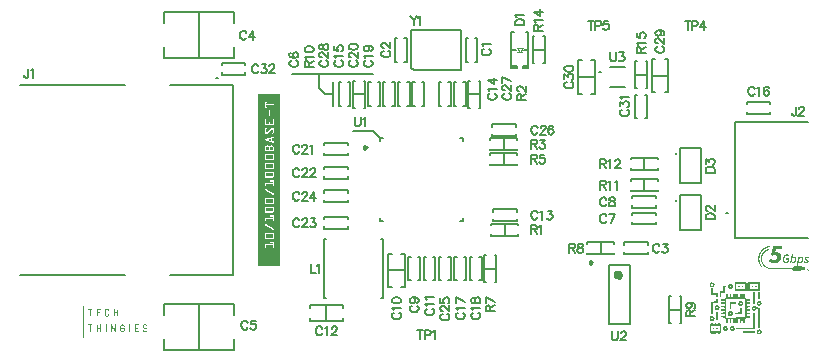
<source format=gto>
G04*
G04 #@! TF.GenerationSoftware,Altium Limited,Altium Designer Agile,26.0.0 (14)*
G04*
G04 Layer_Color=65535*
%FSLAX25Y25*%
%MOIN*%
G70*
G04*
G04 #@! TF.SameCoordinates,7524BEC1-89ED-4D1E-BEAD-273B5B3E8E6B*
G04*
G04*
G04 #@! TF.FilePolarity,Positive*
G04*
G01*
G75*
%ADD10C,0.01575*%
%ADD11C,0.00984*%
%ADD12C,0.00787*%
%ADD13C,0.00984*%
%ADD14C,0.00394*%
%ADD15C,0.00591*%
%ADD16C,0.00500*%
%ADD17C,0.00394*%
G36*
X255921Y34159D02*
X256000D01*
Y34150D01*
X256053D01*
Y34142D01*
X256097D01*
Y34133D01*
X256123D01*
Y34124D01*
X256149D01*
Y34115D01*
X256176D01*
Y34106D01*
X256202D01*
Y34098D01*
X256220D01*
Y34089D01*
X256237D01*
Y34080D01*
X256255D01*
Y34071D01*
X256272D01*
Y34063D01*
X256281D01*
Y34054D01*
X256299D01*
Y34045D01*
X256316D01*
Y34036D01*
X256325D01*
Y34028D01*
X256343D01*
Y34019D01*
X256351D01*
Y34010D01*
X256360D01*
Y34001D01*
X256378D01*
Y33992D01*
X256386D01*
Y33984D01*
X256395D01*
Y33975D01*
X256404D01*
Y33966D01*
X256421D01*
Y33957D01*
X256430D01*
Y33949D01*
X256439D01*
Y33940D01*
X256448D01*
Y33931D01*
X256457D01*
Y33922D01*
X256465D01*
Y33913D01*
X256474D01*
Y33905D01*
X256483D01*
Y33896D01*
X256492D01*
Y33878D01*
X256501D01*
Y33870D01*
X256509D01*
Y33861D01*
X256518D01*
Y33852D01*
X256527D01*
Y33843D01*
X256536D01*
Y33826D01*
X256544D01*
Y33817D01*
X256553D01*
Y33808D01*
X256562D01*
Y33791D01*
X256571D01*
Y33782D01*
X256579D01*
Y33764D01*
X256588D01*
Y33747D01*
X256597D01*
Y33738D01*
X256606D01*
Y33729D01*
X256597D01*
Y33720D01*
X256588D01*
Y33712D01*
X256571D01*
Y33703D01*
X256562D01*
Y33694D01*
X256553D01*
Y33685D01*
X256536D01*
Y33676D01*
X256527D01*
Y33668D01*
X256518D01*
Y33659D01*
X256501D01*
Y33650D01*
X256492D01*
Y33641D01*
X256483D01*
Y33633D01*
X256474D01*
Y33624D01*
X256457D01*
Y33615D01*
X256448D01*
Y33606D01*
X256439D01*
Y33597D01*
X256421D01*
Y33589D01*
X256413D01*
Y33580D01*
X256404D01*
Y33571D01*
X256386D01*
Y33562D01*
X256378D01*
Y33554D01*
X256369D01*
Y33545D01*
X256360D01*
Y33536D01*
X256343D01*
Y33527D01*
X256334D01*
Y33518D01*
X256325D01*
Y33510D01*
X256307D01*
Y33501D01*
X256299D01*
Y33492D01*
X256290D01*
Y33483D01*
X256281D01*
Y33492D01*
X256272D01*
Y33510D01*
X256263D01*
Y33518D01*
X256255D01*
Y33536D01*
X256246D01*
Y33545D01*
X256237D01*
Y33554D01*
X256228D01*
Y33562D01*
X256220D01*
Y33580D01*
X256211D01*
Y33589D01*
X256202D01*
Y33597D01*
X256193D01*
Y33606D01*
X256185D01*
Y33615D01*
X256176D01*
Y33624D01*
X256167D01*
Y33633D01*
X256158D01*
Y33641D01*
X256149D01*
Y33650D01*
X256141D01*
Y33659D01*
X256123D01*
Y33668D01*
X256114D01*
Y33676D01*
X256105D01*
Y33685D01*
X256088D01*
Y33694D01*
X256079D01*
Y33703D01*
X256062D01*
Y33712D01*
X256044D01*
Y33720D01*
X256027D01*
Y33729D01*
X256000D01*
Y33738D01*
X255974D01*
Y33747D01*
X255939D01*
Y33755D01*
X255877D01*
Y33764D01*
X255763D01*
Y33755D01*
X255693D01*
Y33747D01*
X255649D01*
Y33738D01*
X255614D01*
Y33729D01*
X255579D01*
Y33720D01*
X255553D01*
Y33712D01*
X255535D01*
Y33703D01*
X255509D01*
Y33694D01*
X255491D01*
Y33685D01*
X255474D01*
Y33676D01*
X255456D01*
Y33668D01*
X255438D01*
Y33659D01*
X255421D01*
Y33650D01*
X255412D01*
Y33641D01*
X255395D01*
Y33633D01*
X255377D01*
Y33624D01*
X255368D01*
Y33615D01*
X255351D01*
Y33606D01*
X255342D01*
Y33597D01*
X255333D01*
Y33589D01*
X255316D01*
Y33580D01*
X255307D01*
Y33571D01*
X255298D01*
Y33562D01*
X255289D01*
Y33554D01*
X255272D01*
Y33545D01*
X255263D01*
Y33536D01*
X255254D01*
Y33527D01*
X255245D01*
Y33518D01*
X255237D01*
Y33510D01*
X255228D01*
Y33501D01*
X255219D01*
Y33492D01*
X255210D01*
Y33483D01*
X255202D01*
Y33475D01*
X255193D01*
Y33466D01*
X255184D01*
Y33457D01*
X255175D01*
Y33448D01*
X255166D01*
Y33439D01*
X255158D01*
Y33431D01*
X255149D01*
Y33422D01*
X255140D01*
Y33413D01*
X255131D01*
Y33396D01*
X255122D01*
Y33387D01*
X255114D01*
Y33378D01*
X255105D01*
Y33360D01*
X255096D01*
Y33352D01*
X255087D01*
Y33343D01*
X255079D01*
Y33325D01*
X255070D01*
Y33317D01*
X255061D01*
Y33299D01*
X255052D01*
Y33290D01*
X255044D01*
Y33273D01*
X255035D01*
Y33264D01*
X255026D01*
Y33246D01*
X255017D01*
Y33229D01*
X255008D01*
Y33220D01*
X255000D01*
Y33202D01*
X254991D01*
Y33185D01*
X254982D01*
Y33167D01*
X254973D01*
Y33150D01*
X254964D01*
Y33132D01*
X254956D01*
Y33115D01*
X254947D01*
Y33097D01*
X254938D01*
Y33080D01*
X254929D01*
Y33053D01*
X254921D01*
Y33036D01*
X254912D01*
Y33009D01*
X254903D01*
Y32983D01*
X254894D01*
Y32965D01*
X254886D01*
Y32939D01*
X254877D01*
Y32913D01*
X254868D01*
Y32878D01*
X254859D01*
Y32851D01*
X254850D01*
Y32816D01*
X254842D01*
Y32772D01*
X254833D01*
Y32737D01*
X254824D01*
Y32685D01*
X254815D01*
Y32623D01*
X254806D01*
Y32518D01*
X254798D01*
Y32334D01*
X254806D01*
Y32237D01*
X254815D01*
Y32176D01*
X254824D01*
Y32132D01*
X254833D01*
Y32097D01*
X254842D01*
Y32070D01*
X254850D01*
Y32044D01*
X254859D01*
Y32018D01*
X254868D01*
Y31991D01*
X254877D01*
Y31974D01*
X254886D01*
Y31956D01*
X254894D01*
Y31939D01*
X254903D01*
Y31921D01*
X254912D01*
Y31903D01*
X254921D01*
Y31895D01*
X254929D01*
Y31877D01*
X254938D01*
Y31868D01*
X254947D01*
Y31851D01*
X254956D01*
Y31842D01*
X254964D01*
Y31833D01*
X254973D01*
Y31824D01*
X254982D01*
Y31816D01*
X254991D01*
Y31798D01*
X255000D01*
Y31789D01*
X255017D01*
Y31781D01*
X255026D01*
Y31772D01*
X255035D01*
Y31763D01*
X255044D01*
Y31754D01*
X255052D01*
Y31745D01*
X255070D01*
Y31737D01*
X255079D01*
Y31728D01*
X255087D01*
Y31719D01*
X255105D01*
Y31710D01*
X255122D01*
Y31702D01*
X255131D01*
Y31693D01*
X255158D01*
Y31684D01*
X255175D01*
Y31675D01*
X255193D01*
Y31667D01*
X255219D01*
Y31658D01*
X255245D01*
Y31649D01*
X255280D01*
Y31640D01*
X255324D01*
Y31631D01*
X255386D01*
Y31623D01*
X255561D01*
Y31631D01*
X255623D01*
Y31640D01*
X255658D01*
Y31649D01*
X255684D01*
Y31658D01*
X255711D01*
Y31667D01*
X255737D01*
Y31675D01*
X255754D01*
Y31684D01*
X255772D01*
Y31693D01*
X255790D01*
Y31702D01*
X255807D01*
Y31710D01*
X255816D01*
Y31719D01*
X255833D01*
Y31728D01*
X255851D01*
Y31737D01*
X255860D01*
Y31745D01*
X255869D01*
Y31754D01*
X255877D01*
Y31763D01*
X255886D01*
Y31807D01*
X255895D01*
Y31851D01*
X255904D01*
Y31895D01*
X255912D01*
Y31939D01*
X255921D01*
Y31974D01*
X255930D01*
Y32018D01*
X255939D01*
Y32061D01*
X255948D01*
Y32105D01*
X255956D01*
Y32149D01*
X255965D01*
Y32184D01*
X255974D01*
Y32228D01*
X255983D01*
Y32272D01*
X255991D01*
Y32316D01*
X256000D01*
Y32360D01*
X256009D01*
Y32404D01*
X256018D01*
Y32421D01*
X255500D01*
Y32430D01*
X255491D01*
Y32439D01*
X255500D01*
Y32483D01*
X255509D01*
Y32527D01*
X255518D01*
Y32571D01*
X255526D01*
Y32614D01*
X255535D01*
Y32667D01*
X255544D01*
Y32711D01*
X255553D01*
Y32755D01*
X255561D01*
Y32799D01*
X255570D01*
Y32808D01*
X256509D01*
Y32790D01*
X256501D01*
Y32737D01*
X256492D01*
Y32693D01*
X256483D01*
Y32650D01*
X256474D01*
Y32606D01*
X256465D01*
Y32562D01*
X256457D01*
Y32518D01*
X256448D01*
Y32474D01*
X256439D01*
Y32430D01*
X256430D01*
Y32386D01*
X256421D01*
Y32342D01*
X256413D01*
Y32298D01*
X256404D01*
Y32255D01*
X256395D01*
Y32211D01*
X256386D01*
Y32167D01*
X256378D01*
Y32123D01*
X256369D01*
Y32079D01*
X256360D01*
Y32035D01*
X256351D01*
Y31991D01*
X256343D01*
Y31947D01*
X256334D01*
Y31903D01*
X256325D01*
Y31851D01*
X256316D01*
Y31807D01*
X256307D01*
Y31763D01*
X256299D01*
Y31719D01*
X256290D01*
Y31675D01*
X256281D01*
Y31631D01*
X256272D01*
Y31588D01*
X256263D01*
Y31544D01*
X256255D01*
Y31509D01*
X256237D01*
Y31500D01*
X256228D01*
Y31491D01*
X256220D01*
Y31482D01*
X256202D01*
Y31473D01*
X256193D01*
Y31465D01*
X256185D01*
Y31456D01*
X256167D01*
Y31447D01*
X256158D01*
Y31438D01*
X256141D01*
Y31430D01*
X256123D01*
Y31421D01*
X256114D01*
Y31412D01*
X256097D01*
Y31403D01*
X256079D01*
Y31394D01*
X256062D01*
Y31386D01*
X256053D01*
Y31377D01*
X256035D01*
Y31368D01*
X256018D01*
Y31359D01*
X256000D01*
Y31351D01*
X255974D01*
Y31342D01*
X255956D01*
Y31333D01*
X255939D01*
Y31324D01*
X255912D01*
Y31315D01*
X255895D01*
Y31307D01*
X255869D01*
Y31298D01*
X255851D01*
Y31289D01*
X255825D01*
Y31280D01*
X255790D01*
Y31272D01*
X255763D01*
Y31263D01*
X255728D01*
Y31254D01*
X255684D01*
Y31245D01*
X255632D01*
Y31236D01*
X255570D01*
Y31228D01*
X255245D01*
Y31236D01*
X255175D01*
Y31245D01*
X255131D01*
Y31254D01*
X255087D01*
Y31263D01*
X255052D01*
Y31272D01*
X255026D01*
Y31280D01*
X254991D01*
Y31289D01*
X254973D01*
Y31298D01*
X254947D01*
Y31307D01*
X254921D01*
Y31315D01*
X254903D01*
Y31324D01*
X254886D01*
Y31333D01*
X254868D01*
Y31342D01*
X254850D01*
Y31351D01*
X254833D01*
Y31359D01*
X254815D01*
Y31368D01*
X254798D01*
Y31377D01*
X254789D01*
Y31386D01*
X254771D01*
Y31394D01*
X254763D01*
Y31403D01*
X254745D01*
Y31412D01*
X254736D01*
Y31421D01*
X254728D01*
Y31430D01*
X254710D01*
Y31438D01*
X254701D01*
Y31447D01*
X254692D01*
Y31456D01*
X254684D01*
Y31465D01*
X254675D01*
Y31473D01*
X254666D01*
Y31482D01*
X254648D01*
Y31491D01*
X254640D01*
Y31500D01*
X254631D01*
Y31509D01*
X254622D01*
Y31526D01*
X254613D01*
Y31535D01*
X254605D01*
Y31544D01*
X254596D01*
Y31552D01*
X254587D01*
Y31561D01*
X254578D01*
Y31570D01*
X254570D01*
Y31579D01*
X254561D01*
Y31596D01*
X254552D01*
Y31605D01*
X254543D01*
Y31614D01*
X254535D01*
Y31631D01*
X254526D01*
Y31640D01*
X254517D01*
Y31658D01*
X254508D01*
Y31667D01*
X254499D01*
Y31684D01*
X254491D01*
Y31702D01*
X254482D01*
Y31710D01*
X254473D01*
Y31728D01*
X254464D01*
Y31745D01*
X254455D01*
Y31763D01*
X254447D01*
Y31781D01*
X254438D01*
Y31798D01*
X254429D01*
Y31824D01*
X254420D01*
Y31842D01*
X254412D01*
Y31868D01*
X254403D01*
Y31886D01*
X254394D01*
Y31912D01*
X254385D01*
Y31947D01*
X254377D01*
Y31974D01*
X254368D01*
Y32009D01*
X254359D01*
Y32053D01*
X254350D01*
Y32097D01*
X254341D01*
Y32158D01*
X254333D01*
Y32237D01*
X254324D01*
Y32553D01*
X254333D01*
Y32650D01*
X254341D01*
Y32711D01*
X254350D01*
Y32764D01*
X254359D01*
Y32808D01*
X254368D01*
Y32851D01*
X254377D01*
Y32886D01*
X254385D01*
Y32922D01*
X254394D01*
Y32957D01*
X254403D01*
Y32983D01*
X254412D01*
Y33009D01*
X254420D01*
Y33044D01*
X254429D01*
Y33071D01*
X254438D01*
Y33088D01*
X254447D01*
Y33115D01*
X254455D01*
Y33141D01*
X254464D01*
Y33159D01*
X254473D01*
Y33185D01*
X254482D01*
Y33202D01*
X254491D01*
Y33229D01*
X254499D01*
Y33246D01*
X254508D01*
Y33264D01*
X254517D01*
Y33281D01*
X254526D01*
Y33299D01*
X254535D01*
Y33317D01*
X254543D01*
Y33334D01*
X254552D01*
Y33352D01*
X254561D01*
Y33369D01*
X254570D01*
Y33378D01*
X254578D01*
Y33396D01*
X254587D01*
Y33413D01*
X254596D01*
Y33431D01*
X254605D01*
Y33439D01*
X254613D01*
Y33457D01*
X254622D01*
Y33466D01*
X254631D01*
Y33483D01*
X254640D01*
Y33501D01*
X254648D01*
Y33510D01*
X254657D01*
Y33518D01*
X254666D01*
Y33536D01*
X254675D01*
Y33545D01*
X254684D01*
Y33562D01*
X254692D01*
Y33571D01*
X254701D01*
Y33580D01*
X254710D01*
Y33597D01*
X254719D01*
Y33606D01*
X254728D01*
Y33615D01*
X254736D01*
Y33624D01*
X254745D01*
Y33633D01*
X254754D01*
Y33650D01*
X254763D01*
Y33659D01*
X254771D01*
Y33668D01*
X254780D01*
Y33676D01*
X254789D01*
Y33685D01*
X254798D01*
Y33694D01*
X254806D01*
Y33703D01*
X254815D01*
Y33712D01*
X254824D01*
Y33720D01*
X254833D01*
Y33729D01*
X254842D01*
Y33738D01*
X254850D01*
Y33747D01*
X254859D01*
Y33755D01*
X254868D01*
Y33764D01*
X254877D01*
Y33773D01*
X254886D01*
Y33782D01*
X254894D01*
Y33791D01*
X254903D01*
Y33799D01*
X254912D01*
Y33808D01*
X254921D01*
Y33817D01*
X254929D01*
Y33826D01*
X254947D01*
Y33834D01*
X254956D01*
Y33843D01*
X254964D01*
Y33852D01*
X254973D01*
Y33861D01*
X254982D01*
Y33870D01*
X255000D01*
Y33878D01*
X255008D01*
Y33887D01*
X255017D01*
Y33896D01*
X255035D01*
Y33905D01*
X255044D01*
Y33913D01*
X255061D01*
Y33922D01*
X255070D01*
Y33931D01*
X255087D01*
Y33940D01*
X255096D01*
Y33949D01*
X255114D01*
Y33957D01*
X255122D01*
Y33966D01*
X255140D01*
Y33975D01*
X255158D01*
Y33984D01*
X255166D01*
Y33992D01*
X255184D01*
Y34001D01*
X255202D01*
Y34010D01*
X255219D01*
Y34019D01*
X255237D01*
Y34028D01*
X255254D01*
Y34036D01*
X255272D01*
Y34045D01*
X255289D01*
Y34054D01*
X255307D01*
Y34063D01*
X255333D01*
Y34071D01*
X255351D01*
Y34080D01*
X255377D01*
Y34089D01*
X255403D01*
Y34098D01*
X255430D01*
Y34106D01*
X255456D01*
Y34115D01*
X255491D01*
Y34124D01*
X255526D01*
Y34133D01*
X255561D01*
Y34142D01*
X255614D01*
Y34150D01*
X255676D01*
Y34159D01*
X255781D01*
Y34168D01*
X255921D01*
Y34159D01*
D02*
G37*
G36*
X260731Y33448D02*
X260784D01*
Y33439D01*
X260819D01*
Y33431D01*
X260845D01*
Y33422D01*
X260872D01*
Y33413D01*
X260889D01*
Y33404D01*
X260907D01*
Y33396D01*
X260924D01*
Y33387D01*
X260942D01*
Y33378D01*
X260959D01*
Y33369D01*
X260968D01*
Y33360D01*
X260986D01*
Y33352D01*
X260994D01*
Y33343D01*
X261003D01*
Y33334D01*
X261012D01*
Y33325D01*
X261021D01*
Y33317D01*
X261038D01*
Y33308D01*
X261047D01*
Y33290D01*
X261056D01*
Y33281D01*
X261065D01*
Y33273D01*
X261073D01*
Y33264D01*
X261082D01*
Y33255D01*
X261091D01*
Y33246D01*
X261100D01*
Y33229D01*
X261108D01*
Y33220D01*
X261117D01*
Y33202D01*
X261126D01*
Y33194D01*
X261135D01*
Y33176D01*
X261143D01*
Y33159D01*
X261152D01*
Y33141D01*
X261161D01*
Y33123D01*
X261170D01*
Y33097D01*
X261179D01*
Y33080D01*
X261187D01*
Y33053D01*
X261196D01*
Y33027D01*
X261205D01*
Y32992D01*
X261214D01*
Y32957D01*
X261223D01*
Y32904D01*
X261231D01*
Y32843D01*
X261240D01*
Y32509D01*
X261231D01*
Y32430D01*
X261223D01*
Y32377D01*
X261214D01*
Y32334D01*
X261205D01*
Y32290D01*
X261196D01*
Y32255D01*
X261187D01*
Y32219D01*
X261179D01*
Y32193D01*
X261170D01*
Y32158D01*
X261161D01*
Y32132D01*
X261152D01*
Y32105D01*
X261143D01*
Y32088D01*
X261135D01*
Y32061D01*
X261126D01*
Y32044D01*
X261117D01*
Y32018D01*
X261108D01*
Y32000D01*
X261100D01*
Y31982D01*
X261091D01*
Y31956D01*
X261082D01*
Y31939D01*
X261073D01*
Y31921D01*
X261065D01*
Y31903D01*
X261056D01*
Y31886D01*
X261047D01*
Y31868D01*
X261038D01*
Y31860D01*
X261029D01*
Y31842D01*
X261021D01*
Y31824D01*
X261012D01*
Y31807D01*
X261003D01*
Y31798D01*
X260994D01*
Y31781D01*
X260986D01*
Y31772D01*
X260977D01*
Y31754D01*
X260968D01*
Y31745D01*
X260959D01*
Y31728D01*
X260950D01*
Y31719D01*
X260942D01*
Y31702D01*
X260933D01*
Y31693D01*
X260924D01*
Y31684D01*
X260915D01*
Y31667D01*
X260907D01*
Y31658D01*
X260898D01*
Y31649D01*
X260889D01*
Y31640D01*
X260880D01*
Y31631D01*
X260872D01*
Y31614D01*
X260863D01*
Y31605D01*
X260854D01*
Y31596D01*
X260845D01*
Y31588D01*
X260836D01*
Y31579D01*
X260828D01*
Y31570D01*
X260819D01*
Y31561D01*
X260810D01*
Y31552D01*
X260801D01*
Y31544D01*
X260792D01*
Y31535D01*
X260784D01*
Y31526D01*
X260775D01*
Y31517D01*
X260766D01*
Y31509D01*
X260757D01*
Y31500D01*
X260749D01*
Y31491D01*
X260740D01*
Y31482D01*
X260731D01*
Y31473D01*
X260722D01*
Y31465D01*
X260705D01*
Y31456D01*
X260696D01*
Y31447D01*
X260687D01*
Y31438D01*
X260678D01*
Y31430D01*
X260661D01*
Y31421D01*
X260652D01*
Y31412D01*
X260643D01*
Y31403D01*
X260626D01*
Y31394D01*
X260617D01*
Y31386D01*
X260599D01*
Y31377D01*
X260591D01*
Y31368D01*
X260573D01*
Y31359D01*
X260564D01*
Y31351D01*
X260547D01*
Y31342D01*
X260529D01*
Y31333D01*
X260512D01*
Y31324D01*
X260494D01*
Y31315D01*
X260476D01*
Y31307D01*
X260459D01*
Y31298D01*
X260441D01*
Y31289D01*
X260415D01*
Y31280D01*
X260398D01*
Y31272D01*
X260371D01*
Y31263D01*
X260345D01*
Y31254D01*
X260310D01*
Y31245D01*
X260275D01*
Y31236D01*
X260222D01*
Y31228D01*
X260002D01*
Y31236D01*
X259967D01*
Y31245D01*
X259932D01*
Y31254D01*
X259915D01*
Y31263D01*
X259888D01*
Y31272D01*
X259871D01*
Y31280D01*
X259853D01*
Y31289D01*
X259836D01*
Y31298D01*
X259827D01*
Y31307D01*
X259809D01*
Y31315D01*
X259801D01*
Y31324D01*
X259783D01*
Y31333D01*
X259774D01*
Y31342D01*
X259766D01*
Y31351D01*
X259757D01*
Y31359D01*
X259748D01*
Y31368D01*
X259730D01*
Y31377D01*
X259722D01*
Y31386D01*
X259713D01*
Y31394D01*
X259704D01*
Y31412D01*
X259695D01*
Y31421D01*
X259686D01*
Y31430D01*
X259678D01*
Y31438D01*
X259669D01*
Y31447D01*
X259660D01*
Y31465D01*
X259651D01*
Y31473D01*
X259643D01*
Y31491D01*
X259634D01*
Y31500D01*
X259616D01*
Y31447D01*
X259608D01*
Y31394D01*
X259599D01*
Y31333D01*
X259590D01*
Y31280D01*
X259581D01*
Y31228D01*
X259572D01*
Y31175D01*
X259564D01*
Y31114D01*
X259555D01*
Y31061D01*
X259546D01*
Y31017D01*
X259537D01*
Y30973D01*
X259529D01*
Y30929D01*
X259520D01*
Y30877D01*
X259511D01*
Y30833D01*
X259502D01*
Y30789D01*
X259493D01*
Y30745D01*
X259485D01*
Y30701D01*
X259476D01*
Y30648D01*
X259467D01*
Y30604D01*
X259458D01*
Y30561D01*
X259450D01*
Y30517D01*
X259441D01*
Y30464D01*
X259432D01*
Y30438D01*
X258967D01*
Y30464D01*
X258976D01*
Y30508D01*
X258984D01*
Y30552D01*
X258993D01*
Y30596D01*
X259002D01*
Y30640D01*
X259011D01*
Y30683D01*
X259019D01*
Y30727D01*
X259028D01*
Y30771D01*
X259037D01*
Y30815D01*
X259046D01*
Y30859D01*
X259055D01*
Y30903D01*
X259063D01*
Y30938D01*
X259072D01*
Y30982D01*
X259081D01*
Y31026D01*
X259090D01*
Y31070D01*
X259099D01*
Y31114D01*
X259107D01*
Y31157D01*
X259116D01*
Y31201D01*
X259125D01*
Y31245D01*
X259134D01*
Y31289D01*
X259142D01*
Y31333D01*
X259151D01*
Y31377D01*
X259160D01*
Y31421D01*
X259169D01*
Y31465D01*
X259177D01*
Y31509D01*
X259186D01*
Y31552D01*
X259195D01*
Y31596D01*
X259204D01*
Y31640D01*
X259213D01*
Y31684D01*
X259221D01*
Y31728D01*
X259230D01*
Y31772D01*
X259239D01*
Y31816D01*
X259248D01*
Y31860D01*
X259257D01*
Y31903D01*
X259265D01*
Y31947D01*
X259274D01*
Y31991D01*
X259283D01*
Y32035D01*
X259292D01*
Y32079D01*
X259300D01*
Y32123D01*
X259309D01*
Y32167D01*
X259318D01*
Y32202D01*
X259327D01*
Y32246D01*
X259335D01*
Y32290D01*
X259344D01*
Y32334D01*
X259353D01*
Y32377D01*
X259362D01*
Y32421D01*
X259371D01*
Y32465D01*
X259379D01*
Y32509D01*
X259388D01*
Y32553D01*
X259397D01*
Y32597D01*
X259406D01*
Y32641D01*
X259415D01*
Y32685D01*
X259423D01*
Y32729D01*
X259432D01*
Y32772D01*
X259441D01*
Y32816D01*
X259450D01*
Y32860D01*
X259458D01*
Y32904D01*
X259467D01*
Y32948D01*
X259476D01*
Y32992D01*
X259485D01*
Y33036D01*
X259493D01*
Y33080D01*
X259502D01*
Y33123D01*
X259511D01*
Y33167D01*
X259520D01*
Y33211D01*
X259529D01*
Y33255D01*
X259537D01*
Y33299D01*
X259546D01*
Y33343D01*
X259555D01*
Y33387D01*
X259564D01*
Y33404D01*
X259941D01*
Y33255D01*
X259932D01*
Y33150D01*
X259959D01*
Y33159D01*
X259967D01*
Y33167D01*
X259976D01*
Y33176D01*
X259985D01*
Y33185D01*
X259994D01*
Y33194D01*
X260011D01*
Y33202D01*
X260020D01*
Y33211D01*
X260029D01*
Y33220D01*
X260046D01*
Y33229D01*
X260055D01*
Y33238D01*
X260064D01*
Y33246D01*
X260082D01*
Y33255D01*
X260090D01*
Y33264D01*
X260099D01*
Y33273D01*
X260117D01*
Y33281D01*
X260134D01*
Y33290D01*
X260143D01*
Y33299D01*
X260160D01*
Y33308D01*
X260169D01*
Y33317D01*
X260187D01*
Y33325D01*
X260204D01*
Y33334D01*
X260222D01*
Y33343D01*
X260231D01*
Y33352D01*
X260248D01*
Y33360D01*
X260266D01*
Y33369D01*
X260283D01*
Y33378D01*
X260301D01*
Y33387D01*
X260318D01*
Y33396D01*
X260345D01*
Y33404D01*
X260362D01*
Y33413D01*
X260389D01*
Y33422D01*
X260415D01*
Y33431D01*
X260450D01*
Y33439D01*
X260494D01*
Y33448D01*
X260547D01*
Y33457D01*
X260731D01*
Y33448D01*
D02*
G37*
G36*
X262557D02*
X262618D01*
Y33439D01*
X262662D01*
Y33431D01*
X262688D01*
Y33422D01*
X262723D01*
Y33413D01*
X262750D01*
Y33404D01*
X262767D01*
Y33396D01*
X262785D01*
Y33387D01*
X262811D01*
Y33378D01*
X262829D01*
Y33369D01*
X262846D01*
Y33360D01*
X262855D01*
Y33352D01*
X262873D01*
Y33343D01*
X262890D01*
Y33334D01*
X262908D01*
Y33325D01*
X262916D01*
Y33317D01*
X262934D01*
Y33308D01*
X262943D01*
Y33299D01*
X262960D01*
Y33290D01*
X262969D01*
Y33281D01*
X262978D01*
Y33273D01*
X262996D01*
Y33264D01*
X263004D01*
Y33255D01*
X263013D01*
Y33044D01*
X263004D01*
Y33036D01*
X262996D01*
Y33027D01*
X262987D01*
Y33018D01*
X262978D01*
Y33009D01*
X262969D01*
Y33001D01*
X262960D01*
Y32992D01*
X262943D01*
Y32983D01*
X262934D01*
Y32974D01*
X262925D01*
Y32965D01*
X262916D01*
Y32957D01*
X262908D01*
Y32948D01*
X262899D01*
Y32939D01*
X262890D01*
Y32930D01*
X262881D01*
Y32922D01*
X262873D01*
Y32913D01*
X262855D01*
Y32922D01*
X262846D01*
Y32930D01*
X262829D01*
Y32939D01*
X262820D01*
Y32948D01*
X262811D01*
Y32957D01*
X262802D01*
Y32965D01*
X262794D01*
Y32974D01*
X262785D01*
Y32983D01*
X262767D01*
Y32992D01*
X262758D01*
Y33001D01*
X262750D01*
Y33009D01*
X262732D01*
Y33018D01*
X262723D01*
Y33027D01*
X262706D01*
Y33036D01*
X262697D01*
Y33044D01*
X262680D01*
Y33053D01*
X262662D01*
Y33062D01*
X262644D01*
Y33071D01*
X262627D01*
Y33080D01*
X262600D01*
Y33088D01*
X262574D01*
Y33097D01*
X262530D01*
Y33106D01*
X262381D01*
Y33097D01*
X262337D01*
Y33088D01*
X262311D01*
Y33080D01*
X262284D01*
Y33071D01*
X262267D01*
Y33062D01*
X262249D01*
Y33053D01*
X262241D01*
Y33044D01*
X262223D01*
Y33036D01*
X262214D01*
Y33027D01*
X262206D01*
Y33018D01*
X262197D01*
Y33009D01*
X262188D01*
Y33001D01*
X262179D01*
Y32992D01*
X262170D01*
Y32983D01*
X262162D01*
Y32974D01*
X262153D01*
Y32957D01*
X262144D01*
Y32939D01*
X262135D01*
Y32922D01*
X262126D01*
Y32895D01*
X262118D01*
Y32790D01*
X262126D01*
Y32764D01*
X262135D01*
Y32746D01*
X262144D01*
Y32729D01*
X262153D01*
Y32720D01*
X262162D01*
Y32711D01*
X262170D01*
Y32702D01*
X262179D01*
Y32693D01*
X262188D01*
Y32685D01*
X262197D01*
Y32676D01*
X262206D01*
Y32667D01*
X262214D01*
Y32658D01*
X262223D01*
Y32650D01*
X262241D01*
Y32641D01*
X262249D01*
Y32632D01*
X262267D01*
Y32623D01*
X262276D01*
Y32614D01*
X262293D01*
Y32606D01*
X262302D01*
Y32597D01*
X262320D01*
Y32588D01*
X262337D01*
Y32579D01*
X262355D01*
Y32571D01*
X262364D01*
Y32562D01*
X262381D01*
Y32553D01*
X262399D01*
Y32544D01*
X262416D01*
Y32535D01*
X262434D01*
Y32527D01*
X262451D01*
Y32518D01*
X262460D01*
Y32509D01*
X262478D01*
Y32500D01*
X262495D01*
Y32492D01*
X262513D01*
Y32483D01*
X262530D01*
Y32474D01*
X262539D01*
Y32465D01*
X262557D01*
Y32456D01*
X262574D01*
Y32448D01*
X262583D01*
Y32439D01*
X262600D01*
Y32430D01*
X262618D01*
Y32421D01*
X262627D01*
Y32413D01*
X262644D01*
Y32404D01*
X262653D01*
Y32395D01*
X262662D01*
Y32386D01*
X262680D01*
Y32377D01*
X262688D01*
Y32369D01*
X262706D01*
Y32360D01*
X262715D01*
Y32351D01*
X262723D01*
Y32342D01*
X262732D01*
Y32334D01*
X262741D01*
Y32325D01*
X262758D01*
Y32316D01*
X262767D01*
Y32307D01*
X262776D01*
Y32298D01*
X262785D01*
Y32290D01*
X262794D01*
Y32281D01*
X262802D01*
Y32272D01*
X262811D01*
Y32263D01*
X262820D01*
Y32255D01*
X262829D01*
Y32246D01*
X262838D01*
Y32228D01*
X262846D01*
Y32219D01*
X262855D01*
Y32211D01*
X262864D01*
Y32193D01*
X262873D01*
Y32184D01*
X262881D01*
Y32167D01*
X262890D01*
Y32149D01*
X262899D01*
Y32132D01*
X262908D01*
Y32114D01*
X262916D01*
Y32097D01*
X262925D01*
Y32070D01*
X262934D01*
Y32035D01*
X262943D01*
Y31991D01*
X262952D01*
Y31816D01*
X262943D01*
Y31763D01*
X262934D01*
Y31728D01*
X262925D01*
Y31693D01*
X262916D01*
Y31675D01*
X262908D01*
Y31649D01*
X262899D01*
Y31631D01*
X262890D01*
Y31614D01*
X262881D01*
Y31596D01*
X262873D01*
Y31579D01*
X262864D01*
Y31570D01*
X262855D01*
Y31552D01*
X262846D01*
Y31544D01*
X262838D01*
Y31526D01*
X262829D01*
Y31517D01*
X262820D01*
Y31509D01*
X262811D01*
Y31500D01*
X262802D01*
Y31482D01*
X262794D01*
Y31473D01*
X262785D01*
Y31465D01*
X262776D01*
Y31456D01*
X262767D01*
Y31447D01*
X262758D01*
Y31438D01*
X262750D01*
Y31430D01*
X262732D01*
Y31421D01*
X262723D01*
Y31412D01*
X262715D01*
Y31403D01*
X262706D01*
Y31394D01*
X262688D01*
Y31386D01*
X262680D01*
Y31377D01*
X262662D01*
Y31368D01*
X262653D01*
Y31359D01*
X262636D01*
Y31351D01*
X262618D01*
Y31342D01*
X262609D01*
Y31333D01*
X262592D01*
Y31324D01*
X262574D01*
Y31315D01*
X262548D01*
Y31307D01*
X262530D01*
Y31298D01*
X262513D01*
Y31289D01*
X262486D01*
Y31280D01*
X262460D01*
Y31272D01*
X262434D01*
Y31263D01*
X262399D01*
Y31254D01*
X262364D01*
Y31245D01*
X262320D01*
Y31236D01*
X262258D01*
Y31228D01*
X262004D01*
Y31236D01*
X261951D01*
Y31245D01*
X261916D01*
Y31254D01*
X261890D01*
Y31263D01*
X261863D01*
Y31272D01*
X261837D01*
Y31280D01*
X261811D01*
Y31289D01*
X261784D01*
Y31298D01*
X261767D01*
Y31307D01*
X261749D01*
Y31315D01*
X261732D01*
Y31324D01*
X261714D01*
Y31333D01*
X261697D01*
Y31342D01*
X261679D01*
Y31351D01*
X261661D01*
Y31359D01*
X261644D01*
Y31368D01*
X261635D01*
Y31377D01*
X261617D01*
Y31386D01*
X261609D01*
Y31394D01*
X261591D01*
Y31403D01*
X261582D01*
Y31412D01*
X261565D01*
Y31421D01*
X261556D01*
Y31430D01*
X261547D01*
Y31438D01*
X261539D01*
Y31447D01*
X261521D01*
Y31456D01*
X261512D01*
Y31465D01*
X261503D01*
Y31473D01*
X261495D01*
Y31482D01*
X261486D01*
Y31491D01*
X261477D01*
Y31500D01*
X261468D01*
Y31509D01*
X261459D01*
Y31517D01*
X261451D01*
Y31526D01*
X261442D01*
Y31535D01*
X261433D01*
Y31544D01*
X261424D01*
Y31552D01*
X261416D01*
Y31561D01*
X261407D01*
Y31579D01*
X261398D01*
Y31588D01*
X261389D01*
Y31596D01*
X261381D01*
Y31614D01*
X261372D01*
Y31623D01*
X261363D01*
Y31640D01*
X261381D01*
Y31649D01*
X261389D01*
Y31658D01*
X261398D01*
Y31667D01*
X261407D01*
Y31675D01*
X261424D01*
Y31684D01*
X261433D01*
Y31693D01*
X261442D01*
Y31702D01*
X261451D01*
Y31710D01*
X261459D01*
Y31719D01*
X261477D01*
Y31728D01*
X261486D01*
Y31737D01*
X261495D01*
Y31745D01*
X261503D01*
Y31754D01*
X261521D01*
Y31763D01*
X261530D01*
Y31772D01*
X261539D01*
Y31781D01*
X261547D01*
Y31789D01*
X261565D01*
Y31798D01*
X261574D01*
Y31807D01*
X261582D01*
Y31816D01*
X261591D01*
Y31824D01*
X261600D01*
Y31833D01*
X261617D01*
Y31842D01*
X261626D01*
Y31851D01*
X261644D01*
Y31842D01*
X261653D01*
Y31833D01*
X261661D01*
Y31824D01*
X261670D01*
Y31816D01*
X261679D01*
Y31798D01*
X261688D01*
Y31789D01*
X261697D01*
Y31781D01*
X261705D01*
Y31772D01*
X261714D01*
Y31763D01*
X261723D01*
Y31754D01*
X261732D01*
Y31745D01*
X261740D01*
Y31737D01*
X261749D01*
Y31728D01*
X261758D01*
Y31719D01*
X261775D01*
Y31710D01*
X261784D01*
Y31702D01*
X261793D01*
Y31693D01*
X261802D01*
Y31684D01*
X261819D01*
Y31675D01*
X261828D01*
Y31667D01*
X261846D01*
Y31658D01*
X261855D01*
Y31649D01*
X261872D01*
Y31640D01*
X261890D01*
Y31631D01*
X261907D01*
Y31623D01*
X261925D01*
Y31614D01*
X261942D01*
Y31605D01*
X261969D01*
Y31596D01*
X261995D01*
Y31588D01*
X262030D01*
Y31579D01*
X262083D01*
Y31570D01*
X262197D01*
Y31579D01*
X262249D01*
Y31588D01*
X262284D01*
Y31596D01*
X262311D01*
Y31605D01*
X262328D01*
Y31614D01*
X262355D01*
Y31623D01*
X262364D01*
Y31631D01*
X262381D01*
Y31640D01*
X262399D01*
Y31649D01*
X262407D01*
Y31658D01*
X262416D01*
Y31667D01*
X262425D01*
Y31675D01*
X262442D01*
Y31684D01*
X262451D01*
Y31693D01*
X262460D01*
Y31710D01*
X262469D01*
Y31719D01*
X262478D01*
Y31728D01*
X262486D01*
Y31745D01*
X262495D01*
Y31763D01*
X262504D01*
Y31798D01*
X262513D01*
Y31903D01*
X262504D01*
Y31921D01*
X262495D01*
Y31947D01*
X262486D01*
Y31956D01*
X262478D01*
Y31974D01*
X262469D01*
Y31982D01*
X262460D01*
Y31991D01*
X262451D01*
Y32000D01*
X262442D01*
Y32009D01*
X262434D01*
Y32018D01*
X262425D01*
Y32026D01*
X262407D01*
Y32035D01*
X262399D01*
Y32044D01*
X262381D01*
Y32053D01*
X262372D01*
Y32061D01*
X262364D01*
Y32070D01*
X262346D01*
Y32079D01*
X262337D01*
Y32088D01*
X262320D01*
Y32097D01*
X262311D01*
Y32105D01*
X262293D01*
Y32114D01*
X262276D01*
Y32123D01*
X262267D01*
Y32132D01*
X262249D01*
Y32140D01*
X262232D01*
Y32149D01*
X262223D01*
Y32158D01*
X262206D01*
Y32167D01*
X262188D01*
Y32176D01*
X262179D01*
Y32184D01*
X262162D01*
Y32193D01*
X262144D01*
Y32202D01*
X262126D01*
Y32211D01*
X262118D01*
Y32219D01*
X262100D01*
Y32228D01*
X262083D01*
Y32237D01*
X262065D01*
Y32246D01*
X262056D01*
Y32255D01*
X262039D01*
Y32263D01*
X262030D01*
Y32272D01*
X262012D01*
Y32281D01*
X262004D01*
Y32290D01*
X261986D01*
Y32298D01*
X261977D01*
Y32307D01*
X261960D01*
Y32316D01*
X261951D01*
Y32325D01*
X261942D01*
Y32334D01*
X261933D01*
Y32342D01*
X261916D01*
Y32351D01*
X261907D01*
Y32360D01*
X261898D01*
Y32369D01*
X261890D01*
Y32377D01*
X261881D01*
Y32386D01*
X261863D01*
Y32395D01*
X261855D01*
Y32404D01*
X261846D01*
Y32413D01*
X261837D01*
Y32421D01*
X261828D01*
Y32430D01*
X261819D01*
Y32439D01*
X261811D01*
Y32456D01*
X261802D01*
Y32465D01*
X261793D01*
Y32474D01*
X261784D01*
Y32483D01*
X261775D01*
Y32492D01*
X261767D01*
Y32509D01*
X261758D01*
Y32518D01*
X261749D01*
Y32535D01*
X261740D01*
Y32553D01*
X261732D01*
Y32571D01*
X261723D01*
Y32588D01*
X261714D01*
Y32606D01*
X261705D01*
Y32632D01*
X261697D01*
Y32667D01*
X261688D01*
Y32720D01*
X261679D01*
Y32878D01*
X261688D01*
Y32930D01*
X261697D01*
Y32965D01*
X261705D01*
Y32992D01*
X261714D01*
Y33018D01*
X261723D01*
Y33036D01*
X261732D01*
Y33053D01*
X261740D01*
Y33071D01*
X261749D01*
Y33088D01*
X261758D01*
Y33106D01*
X261767D01*
Y33123D01*
X261775D01*
Y33132D01*
X261784D01*
Y33150D01*
X261793D01*
Y33159D01*
X261802D01*
Y33167D01*
X261811D01*
Y33185D01*
X261819D01*
Y33194D01*
X261828D01*
Y33202D01*
X261837D01*
Y33211D01*
X261846D01*
Y33220D01*
X261855D01*
Y33229D01*
X261863D01*
Y33238D01*
X261872D01*
Y33246D01*
X261881D01*
Y33255D01*
X261890D01*
Y33264D01*
X261898D01*
Y33273D01*
X261916D01*
Y33281D01*
X261925D01*
Y33290D01*
X261933D01*
Y33299D01*
X261951D01*
Y33308D01*
X261960D01*
Y33317D01*
X261977D01*
Y33325D01*
X261986D01*
Y33334D01*
X262004D01*
Y33343D01*
X262012D01*
Y33352D01*
X262030D01*
Y33360D01*
X262048D01*
Y33369D01*
X262065D01*
Y33378D01*
X262091D01*
Y33387D01*
X262109D01*
Y33396D01*
X262126D01*
Y33404D01*
X262153D01*
Y33413D01*
X262179D01*
Y33422D01*
X262206D01*
Y33431D01*
X262241D01*
Y33439D01*
X262284D01*
Y33448D01*
X262346D01*
Y33457D01*
X262557D01*
Y33448D01*
D02*
G37*
G36*
X254245Y36915D02*
X254236D01*
Y36871D01*
X254227D01*
Y36827D01*
X254219D01*
Y36783D01*
X254210D01*
Y36731D01*
X254201D01*
Y36687D01*
X254192D01*
Y36643D01*
X254183D01*
Y36599D01*
X254175D01*
Y36547D01*
X254166D01*
Y36503D01*
X254157D01*
Y36459D01*
X254148D01*
Y36415D01*
X254139D01*
Y36362D01*
X254131D01*
Y36318D01*
X254122D01*
Y36274D01*
X254113D01*
Y36231D01*
X254104D01*
Y36178D01*
X254096D01*
Y36134D01*
X254087D01*
Y36090D01*
X254078D01*
Y36046D01*
X254069D01*
Y35994D01*
X254061D01*
Y35950D01*
X254052D01*
Y35906D01*
X254043D01*
Y35853D01*
X252042D01*
Y35836D01*
X252033D01*
Y35800D01*
X252024D01*
Y35765D01*
X252015D01*
Y35739D01*
X252007D01*
Y35704D01*
X251998D01*
Y35669D01*
X251989D01*
Y35642D01*
X251980D01*
Y35607D01*
X251972D01*
Y35572D01*
X251963D01*
Y35546D01*
X251954D01*
Y35511D01*
X251945D01*
Y35476D01*
X251937D01*
Y35449D01*
X251928D01*
Y35414D01*
X251919D01*
Y35379D01*
X251910D01*
Y35353D01*
X251901D01*
Y35318D01*
X251893D01*
Y35283D01*
X251884D01*
Y35256D01*
X251875D01*
Y35221D01*
X251866D01*
Y35195D01*
X251857D01*
Y35160D01*
X251849D01*
Y35125D01*
X251840D01*
Y35098D01*
X251831D01*
Y35063D01*
X251822D01*
Y35028D01*
X251814D01*
Y35002D01*
X251805D01*
Y34967D01*
X251796D01*
Y34932D01*
X251787D01*
Y34905D01*
X251779D01*
Y34870D01*
X251770D01*
Y34835D01*
X251761D01*
Y34809D01*
X251779D01*
Y34817D01*
X251796D01*
Y34826D01*
X251822D01*
Y34835D01*
X251840D01*
Y34844D01*
X251866D01*
Y34853D01*
X251893D01*
Y34861D01*
X251919D01*
Y34870D01*
X251954D01*
Y34879D01*
X251989D01*
Y34888D01*
X252042D01*
Y34896D01*
X252103D01*
Y34905D01*
X252226D01*
Y34914D01*
X252323D01*
Y34905D01*
X252472D01*
Y34896D01*
X252551D01*
Y34888D01*
X252604D01*
Y34879D01*
X252647D01*
Y34870D01*
X252691D01*
Y34861D01*
X252726D01*
Y34853D01*
X252762D01*
Y34844D01*
X252797D01*
Y34835D01*
X252823D01*
Y34826D01*
X252849D01*
Y34817D01*
X252876D01*
Y34809D01*
X252902D01*
Y34800D01*
X252920D01*
Y34791D01*
X252946D01*
Y34782D01*
X252963D01*
Y34774D01*
X252990D01*
Y34765D01*
X253007D01*
Y34756D01*
X253025D01*
Y34747D01*
X253042D01*
Y34738D01*
X253060D01*
Y34730D01*
X253078D01*
Y34721D01*
X253095D01*
Y34712D01*
X253104D01*
Y34703D01*
X253121D01*
Y34695D01*
X253139D01*
Y34686D01*
X253148D01*
Y34677D01*
X253165D01*
Y34668D01*
X253183D01*
Y34659D01*
X253192D01*
Y34651D01*
X253209D01*
Y34642D01*
X253218D01*
Y34633D01*
X253227D01*
Y34624D01*
X253244D01*
Y34616D01*
X253253D01*
Y34607D01*
X253262D01*
Y34598D01*
X253279D01*
Y34589D01*
X253288D01*
Y34580D01*
X253297D01*
Y34572D01*
X253306D01*
Y34563D01*
X253314D01*
Y34554D01*
X253332D01*
Y34545D01*
X253341D01*
Y34537D01*
X253350D01*
Y34528D01*
X253358D01*
Y34519D01*
X253367D01*
Y34510D01*
X253376D01*
Y34501D01*
X253385D01*
Y34493D01*
X253393D01*
Y34484D01*
X253402D01*
Y34475D01*
X253411D01*
Y34466D01*
X253420D01*
Y34458D01*
X253429D01*
Y34449D01*
X253437D01*
Y34431D01*
X253446D01*
Y34422D01*
X253455D01*
Y34414D01*
X253464D01*
Y34405D01*
X253472D01*
Y34396D01*
X253481D01*
Y34379D01*
X253490D01*
Y34370D01*
X253499D01*
Y34361D01*
X253507D01*
Y34343D01*
X253516D01*
Y34335D01*
X253525D01*
Y34326D01*
X253534D01*
Y34308D01*
X253543D01*
Y34300D01*
X253551D01*
Y34282D01*
X253560D01*
Y34264D01*
X253569D01*
Y34256D01*
X253578D01*
Y34238D01*
X253587D01*
Y34221D01*
X253595D01*
Y34212D01*
X253604D01*
Y34194D01*
X253613D01*
Y34177D01*
X253622D01*
Y34159D01*
X253630D01*
Y34142D01*
X253639D01*
Y34124D01*
X253648D01*
Y34098D01*
X253657D01*
Y34080D01*
X253665D01*
Y34063D01*
X253674D01*
Y34036D01*
X253683D01*
Y34010D01*
X253692D01*
Y33992D01*
X253701D01*
Y33966D01*
X253709D01*
Y33931D01*
X253718D01*
Y33905D01*
X253727D01*
Y33870D01*
X253736D01*
Y33834D01*
X253745D01*
Y33791D01*
X253753D01*
Y33747D01*
X253762D01*
Y33694D01*
X253771D01*
Y33624D01*
X253780D01*
Y33510D01*
X253788D01*
Y33290D01*
X253780D01*
Y33167D01*
X253771D01*
Y33088D01*
X253762D01*
Y33027D01*
X253753D01*
Y32974D01*
X253745D01*
Y32930D01*
X253736D01*
Y32886D01*
X253727D01*
Y32851D01*
X253718D01*
Y32816D01*
X253709D01*
Y32781D01*
X253701D01*
Y32746D01*
X253692D01*
Y32720D01*
X253683D01*
Y32693D01*
X253674D01*
Y32667D01*
X253665D01*
Y32641D01*
X253657D01*
Y32614D01*
X253648D01*
Y32588D01*
X253639D01*
Y32571D01*
X253630D01*
Y32544D01*
X253622D01*
Y32527D01*
X253613D01*
Y32500D01*
X253604D01*
Y32483D01*
X253595D01*
Y32465D01*
X253587D01*
Y32439D01*
X253578D01*
Y32421D01*
X253569D01*
Y32404D01*
X253560D01*
Y32386D01*
X253551D01*
Y32369D01*
X253543D01*
Y32351D01*
X253534D01*
Y32334D01*
X253525D01*
Y32316D01*
X253516D01*
Y32307D01*
X253507D01*
Y32290D01*
X253499D01*
Y32272D01*
X253490D01*
Y32255D01*
X253481D01*
Y32246D01*
X253472D01*
Y32228D01*
X253464D01*
Y32211D01*
X253455D01*
Y32202D01*
X253446D01*
Y32184D01*
X253437D01*
Y32176D01*
X253429D01*
Y32158D01*
X253420D01*
Y32149D01*
X253411D01*
Y32132D01*
X253402D01*
Y32123D01*
X253393D01*
Y32105D01*
X253385D01*
Y32097D01*
X253376D01*
Y32079D01*
X253367D01*
Y32070D01*
X253358D01*
Y32061D01*
X253350D01*
Y32044D01*
X253341D01*
Y32035D01*
X253332D01*
Y32026D01*
X253323D01*
Y32018D01*
X253314D01*
Y32000D01*
X253306D01*
Y31991D01*
X253297D01*
Y31982D01*
X253288D01*
Y31974D01*
X253279D01*
Y31956D01*
X253271D01*
Y31947D01*
X253262D01*
Y31939D01*
X253253D01*
Y31930D01*
X253244D01*
Y31921D01*
X253236D01*
Y31912D01*
X253227D01*
Y31895D01*
X253218D01*
Y31886D01*
X253209D01*
Y31877D01*
X253200D01*
Y31868D01*
X253192D01*
Y31860D01*
X253183D01*
Y31851D01*
X253174D01*
Y31842D01*
X253165D01*
Y31833D01*
X253156D01*
Y31824D01*
X253148D01*
Y31816D01*
X253139D01*
Y31807D01*
X253130D01*
Y31798D01*
X253121D01*
Y31789D01*
X253113D01*
Y31781D01*
X253104D01*
Y31772D01*
X253095D01*
Y31763D01*
X253086D01*
Y31754D01*
X253078D01*
Y31745D01*
X253060D01*
Y31737D01*
X253051D01*
Y31728D01*
X253042D01*
Y31719D01*
X253034D01*
Y31710D01*
X253025D01*
Y31702D01*
X253016D01*
Y31693D01*
X252998D01*
Y31684D01*
X252990D01*
Y31675D01*
X252981D01*
Y31667D01*
X252972D01*
Y31658D01*
X252955D01*
Y31649D01*
X252946D01*
Y31640D01*
X252937D01*
Y31631D01*
X252928D01*
Y31623D01*
X252911D01*
Y31614D01*
X252902D01*
Y31605D01*
X252893D01*
Y31596D01*
X252876D01*
Y31588D01*
X252867D01*
Y31579D01*
X252849D01*
Y31570D01*
X252840D01*
Y31561D01*
X252832D01*
Y31552D01*
X252814D01*
Y31544D01*
X252805D01*
Y31535D01*
X252788D01*
Y31526D01*
X252770D01*
Y31517D01*
X252762D01*
Y31509D01*
X252744D01*
Y31500D01*
X252735D01*
Y31491D01*
X252718D01*
Y31482D01*
X252700D01*
Y31473D01*
X252691D01*
Y31465D01*
X252674D01*
Y31456D01*
X252656D01*
Y31447D01*
X252639D01*
Y31438D01*
X252630D01*
Y31430D01*
X252612D01*
Y31421D01*
X252595D01*
Y31412D01*
X252577D01*
Y31403D01*
X252560D01*
Y31394D01*
X252542D01*
Y31386D01*
X252524D01*
Y31377D01*
X252507D01*
Y31368D01*
X252489D01*
Y31359D01*
X252463D01*
Y31351D01*
X252446D01*
Y31342D01*
X252428D01*
Y31333D01*
X252402D01*
Y31324D01*
X252384D01*
Y31315D01*
X252358D01*
Y31307D01*
X252340D01*
Y31298D01*
X252314D01*
Y31289D01*
X252288D01*
Y31280D01*
X252261D01*
Y31272D01*
X252244D01*
Y31263D01*
X252209D01*
Y31254D01*
X252182D01*
Y31245D01*
X252156D01*
Y31236D01*
X252121D01*
Y31228D01*
X252095D01*
Y31219D01*
X252059D01*
Y31210D01*
X252024D01*
Y31201D01*
X251980D01*
Y31193D01*
X251937D01*
Y31184D01*
X251884D01*
Y31175D01*
X251831D01*
Y31166D01*
X251770D01*
Y31157D01*
X251682D01*
Y31149D01*
X251489D01*
Y31140D01*
X251463D01*
Y31149D01*
X251269D01*
Y31157D01*
X251190D01*
Y31166D01*
X251129D01*
Y31175D01*
X251076D01*
Y31184D01*
X251024D01*
Y31193D01*
X250989D01*
Y31201D01*
X250945D01*
Y31210D01*
X250909D01*
Y31219D01*
X250874D01*
Y31228D01*
X250848D01*
Y31236D01*
X250822D01*
Y31245D01*
X250787D01*
Y31254D01*
X250760D01*
Y31263D01*
X250734D01*
Y31272D01*
X250716D01*
Y31280D01*
X250690D01*
Y31289D01*
X250664D01*
Y31298D01*
X250646D01*
Y31307D01*
X250629D01*
Y31315D01*
X250602D01*
Y31324D01*
X250585D01*
Y31333D01*
X250567D01*
Y31342D01*
X250541D01*
Y31351D01*
X250523D01*
Y31359D01*
X250506D01*
Y31368D01*
X250488D01*
Y31377D01*
X250471D01*
Y31386D01*
X250453D01*
Y31394D01*
X250444D01*
Y31403D01*
X250427D01*
Y31412D01*
X250409D01*
Y31421D01*
X250392D01*
Y31430D01*
X250374D01*
Y31438D01*
X250365D01*
Y31447D01*
X250348D01*
Y31456D01*
X250330D01*
Y31465D01*
X250322D01*
Y31473D01*
X250304D01*
Y31482D01*
X250295D01*
Y31491D01*
X250278D01*
Y31500D01*
X250269D01*
Y31509D01*
X250251D01*
Y31517D01*
X250242D01*
Y31526D01*
X250225D01*
Y31535D01*
X250216D01*
Y31544D01*
X250199D01*
Y31552D01*
X250190D01*
Y31561D01*
X250181D01*
Y31570D01*
X250164D01*
Y31579D01*
X250155D01*
Y31588D01*
X250146D01*
Y31596D01*
X250128D01*
Y31605D01*
X250120D01*
Y31614D01*
X250111D01*
Y31623D01*
X250102D01*
Y31631D01*
X250084D01*
Y31640D01*
X250076D01*
Y31649D01*
X250067D01*
Y31658D01*
X250058D01*
Y31667D01*
X250049D01*
Y31675D01*
X250041D01*
Y31684D01*
X250023D01*
Y31693D01*
X250014D01*
Y31702D01*
X250006D01*
Y31710D01*
X249997D01*
Y31719D01*
X249988D01*
Y31728D01*
X249979D01*
Y31737D01*
X249970D01*
Y31745D01*
X249962D01*
Y31754D01*
X249953D01*
Y31763D01*
X249944D01*
Y31772D01*
X249935D01*
Y31781D01*
X249926D01*
Y31789D01*
X249918D01*
Y31798D01*
X249909D01*
Y31807D01*
X249900D01*
Y31816D01*
X249891D01*
Y31824D01*
X249883D01*
Y31833D01*
X249874D01*
Y31842D01*
X249865D01*
Y31851D01*
X249856D01*
Y31860D01*
X249848D01*
Y31868D01*
X249839D01*
Y31877D01*
X249830D01*
Y31886D01*
X249821D01*
Y31895D01*
X249812D01*
Y31903D01*
X249804D01*
Y31921D01*
X249795D01*
Y31930D01*
X249786D01*
Y31939D01*
X249777D01*
Y31947D01*
X249768D01*
Y31956D01*
X249760D01*
Y31965D01*
X249751D01*
Y31982D01*
X249742D01*
Y31991D01*
X249733D01*
Y32000D01*
X249725D01*
Y32009D01*
X249716D01*
Y32026D01*
X249707D01*
Y32035D01*
X249698D01*
Y32044D01*
X249690D01*
Y32053D01*
X249681D01*
Y32070D01*
X249672D01*
Y32079D01*
X249663D01*
Y32088D01*
X249654D01*
Y32105D01*
X249646D01*
Y32114D01*
X249637D01*
Y32123D01*
X249628D01*
Y32140D01*
X249619D01*
Y32149D01*
X249611D01*
Y32167D01*
X249602D01*
Y32176D01*
X249611D01*
Y32184D01*
X249619D01*
Y32193D01*
X249628D01*
Y32202D01*
X249637D01*
Y32211D01*
X249654D01*
Y32219D01*
X249663D01*
Y32228D01*
X249672D01*
Y32237D01*
X249681D01*
Y32246D01*
X249698D01*
Y32255D01*
X249707D01*
Y32263D01*
X249716D01*
Y32272D01*
X249725D01*
Y32281D01*
X249733D01*
Y32290D01*
X249751D01*
Y32298D01*
X249760D01*
Y32307D01*
X249768D01*
Y32316D01*
X249777D01*
Y32325D01*
X249786D01*
Y32334D01*
X249804D01*
Y32342D01*
X249812D01*
Y32351D01*
X249821D01*
Y32360D01*
X249830D01*
Y32369D01*
X249848D01*
Y32377D01*
X249856D01*
Y32386D01*
X249865D01*
Y32395D01*
X249874D01*
Y32404D01*
X249883D01*
Y32413D01*
X249900D01*
Y32421D01*
X249909D01*
Y32430D01*
X249918D01*
Y32439D01*
X249926D01*
Y32448D01*
X249935D01*
Y32456D01*
X249953D01*
Y32465D01*
X249962D01*
Y32474D01*
X249970D01*
Y32483D01*
X249979D01*
Y32492D01*
X249997D01*
Y32500D01*
X250006D01*
Y32509D01*
X250014D01*
Y32518D01*
X250023D01*
Y32527D01*
X250032D01*
Y32535D01*
X250049D01*
Y32544D01*
X250058D01*
Y32553D01*
X250067D01*
Y32562D01*
X250076D01*
Y32571D01*
X250093D01*
Y32579D01*
X250102D01*
Y32588D01*
X250111D01*
Y32597D01*
X250120D01*
Y32606D01*
X250128D01*
Y32614D01*
X250146D01*
Y32623D01*
X250155D01*
Y32632D01*
X250164D01*
Y32641D01*
X250172D01*
Y32650D01*
X250181D01*
Y32658D01*
X250199D01*
Y32667D01*
X250207D01*
Y32676D01*
X250216D01*
Y32685D01*
X250225D01*
Y32693D01*
X250242D01*
Y32702D01*
X250251D01*
Y32711D01*
X250260D01*
Y32720D01*
X250269D01*
Y32729D01*
X250278D01*
Y32737D01*
X250295D01*
Y32746D01*
X250304D01*
Y32755D01*
X250313D01*
Y32764D01*
X250322D01*
Y32772D01*
X250339D01*
Y32781D01*
X250348D01*
Y32790D01*
X250357D01*
Y32799D01*
X250365D01*
Y32808D01*
X250374D01*
Y32816D01*
X250392D01*
Y32825D01*
X250400D01*
Y32834D01*
X250409D01*
Y32825D01*
X250418D01*
Y32808D01*
X250427D01*
Y32799D01*
X250436D01*
Y32790D01*
X250444D01*
Y32772D01*
X250453D01*
Y32764D01*
X250462D01*
Y32755D01*
X250471D01*
Y32746D01*
X250480D01*
Y32729D01*
X250488D01*
Y32720D01*
X250497D01*
Y32711D01*
X250506D01*
Y32702D01*
X250515D01*
Y32685D01*
X250523D01*
Y32676D01*
X250532D01*
Y32667D01*
X250541D01*
Y32658D01*
X250550D01*
Y32650D01*
X250558D01*
Y32641D01*
X250567D01*
Y32632D01*
X250576D01*
Y32614D01*
X250585D01*
Y32606D01*
X250594D01*
Y32597D01*
X250602D01*
Y32588D01*
X250611D01*
Y32579D01*
X250620D01*
Y32571D01*
X250629D01*
Y32562D01*
X250638D01*
Y32553D01*
X250646D01*
Y32544D01*
X250655D01*
Y32535D01*
X250673D01*
Y32527D01*
X250681D01*
Y32518D01*
X250690D01*
Y32509D01*
X250699D01*
Y32500D01*
X250708D01*
Y32492D01*
X250716D01*
Y32483D01*
X250725D01*
Y32474D01*
X250743D01*
Y32465D01*
X250752D01*
Y32456D01*
X250760D01*
Y32448D01*
X250769D01*
Y32439D01*
X250787D01*
Y32430D01*
X250795D01*
Y32421D01*
X250804D01*
Y32413D01*
X250813D01*
Y32404D01*
X250831D01*
Y32395D01*
X250839D01*
Y32386D01*
X250857D01*
Y32377D01*
X250866D01*
Y32369D01*
X250883D01*
Y32360D01*
X250892D01*
Y32351D01*
X250909D01*
Y32342D01*
X250927D01*
Y32334D01*
X250945D01*
Y32325D01*
X250953D01*
Y32316D01*
X250971D01*
Y32307D01*
X250989D01*
Y32298D01*
X251006D01*
Y32290D01*
X251024D01*
Y32281D01*
X251050D01*
Y32272D01*
X251067D01*
Y32263D01*
X251085D01*
Y32255D01*
X251111D01*
Y32246D01*
X251138D01*
Y32237D01*
X251164D01*
Y32228D01*
X251190D01*
Y32219D01*
X251225D01*
Y32211D01*
X251269D01*
Y32202D01*
X251313D01*
Y32193D01*
X251375D01*
Y32184D01*
X251621D01*
Y32193D01*
X251682D01*
Y32202D01*
X251726D01*
Y32211D01*
X251770D01*
Y32219D01*
X251796D01*
Y32228D01*
X251822D01*
Y32237D01*
X251849D01*
Y32246D01*
X251875D01*
Y32255D01*
X251901D01*
Y32263D01*
X251919D01*
Y32272D01*
X251937D01*
Y32281D01*
X251954D01*
Y32290D01*
X251972D01*
Y32298D01*
X251989D01*
Y32307D01*
X252007D01*
Y32316D01*
X252015D01*
Y32325D01*
X252033D01*
Y32334D01*
X252051D01*
Y32342D01*
X252059D01*
Y32351D01*
X252077D01*
Y32360D01*
X252086D01*
Y32369D01*
X252095D01*
Y32377D01*
X252112D01*
Y32386D01*
X252121D01*
Y32395D01*
X252130D01*
Y32404D01*
X252138D01*
Y32413D01*
X252156D01*
Y32421D01*
X252165D01*
Y32430D01*
X252173D01*
Y32439D01*
X252182D01*
Y32448D01*
X252191D01*
Y32456D01*
X252200D01*
Y32465D01*
X252209D01*
Y32474D01*
X252217D01*
Y32483D01*
X252226D01*
Y32492D01*
X252235D01*
Y32500D01*
X252244D01*
Y32518D01*
X252252D01*
Y32527D01*
X252261D01*
Y32535D01*
X252270D01*
Y32544D01*
X252279D01*
Y32562D01*
X252288D01*
Y32571D01*
X252296D01*
Y32579D01*
X252305D01*
Y32597D01*
X252314D01*
Y32606D01*
X252323D01*
Y32623D01*
X252331D01*
Y32632D01*
X252340D01*
Y32650D01*
X252349D01*
Y32667D01*
X252358D01*
Y32685D01*
X252366D01*
Y32702D01*
X252375D01*
Y32720D01*
X252384D01*
Y32737D01*
X252393D01*
Y32755D01*
X252402D01*
Y32781D01*
X252410D01*
Y32799D01*
X252419D01*
Y32825D01*
X252428D01*
Y32851D01*
X252437D01*
Y32886D01*
X252446D01*
Y32922D01*
X252454D01*
Y32957D01*
X252463D01*
Y33009D01*
X252472D01*
Y33088D01*
X252481D01*
Y33299D01*
X252472D01*
Y33369D01*
X252463D01*
Y33422D01*
X252454D01*
Y33457D01*
X252446D01*
Y33492D01*
X252437D01*
Y33518D01*
X252428D01*
Y33536D01*
X252419D01*
Y33562D01*
X252410D01*
Y33580D01*
X252402D01*
Y33597D01*
X252393D01*
Y33615D01*
X252384D01*
Y33633D01*
X252375D01*
Y33650D01*
X252366D01*
Y33659D01*
X252358D01*
Y33676D01*
X252349D01*
Y33685D01*
X252340D01*
Y33703D01*
X252331D01*
Y33712D01*
X252323D01*
Y33720D01*
X252314D01*
Y33729D01*
X252305D01*
Y33747D01*
X252296D01*
Y33755D01*
X252288D01*
Y33764D01*
X252279D01*
Y33773D01*
X252270D01*
Y33782D01*
X252252D01*
Y33791D01*
X252244D01*
Y33799D01*
X252235D01*
Y33808D01*
X252226D01*
Y33817D01*
X252209D01*
Y33826D01*
X252200D01*
Y33834D01*
X252182D01*
Y33843D01*
X252173D01*
Y33852D01*
X252156D01*
Y33861D01*
X252138D01*
Y33870D01*
X252121D01*
Y33878D01*
X252103D01*
Y33887D01*
X252086D01*
Y33896D01*
X252059D01*
Y33905D01*
X252033D01*
Y33913D01*
X252007D01*
Y33922D01*
X251972D01*
Y33931D01*
X251937D01*
Y33940D01*
X251875D01*
Y33949D01*
X251743D01*
Y33957D01*
X251735D01*
Y33949D01*
X251559D01*
Y33940D01*
X251498D01*
Y33931D01*
X251454D01*
Y33922D01*
X251419D01*
Y33913D01*
X251383D01*
Y33905D01*
X251357D01*
Y33896D01*
X251331D01*
Y33887D01*
X251305D01*
Y33878D01*
X251287D01*
Y33870D01*
X251261D01*
Y33861D01*
X251243D01*
Y33852D01*
X251217D01*
Y33843D01*
X251199D01*
Y33834D01*
X251182D01*
Y33826D01*
X251164D01*
Y33817D01*
X251147D01*
Y33808D01*
X251129D01*
Y33799D01*
X251111D01*
Y33791D01*
X251094D01*
Y33782D01*
X251076D01*
Y33773D01*
X251059D01*
Y33764D01*
X251041D01*
Y33755D01*
X251024D01*
Y33747D01*
X251006D01*
Y33738D01*
X250989D01*
Y33729D01*
X250971D01*
Y33720D01*
X250953D01*
Y33712D01*
X250945D01*
Y33703D01*
X250927D01*
Y33694D01*
X250909D01*
Y33703D01*
X250901D01*
Y33712D01*
X250892D01*
Y33720D01*
X250874D01*
Y33729D01*
X250866D01*
Y33738D01*
X250857D01*
Y33747D01*
X250848D01*
Y33755D01*
X250839D01*
Y33764D01*
X250822D01*
Y33773D01*
X250813D01*
Y33782D01*
X250804D01*
Y33791D01*
X250795D01*
Y33799D01*
X250778D01*
Y33808D01*
X250769D01*
Y33817D01*
X250760D01*
Y33826D01*
X250752D01*
Y33834D01*
X250743D01*
Y33843D01*
X250725D01*
Y33852D01*
X250716D01*
Y33861D01*
X250708D01*
Y33870D01*
X250699D01*
Y33878D01*
X250690D01*
Y33887D01*
X250673D01*
Y33896D01*
X250664D01*
Y33905D01*
X250655D01*
Y33913D01*
X250646D01*
Y33922D01*
X250638D01*
Y33931D01*
X250620D01*
Y33940D01*
X250611D01*
Y33949D01*
X250602D01*
Y33957D01*
X250594D01*
Y33966D01*
X250585D01*
Y33975D01*
X250567D01*
Y33984D01*
X250558D01*
Y33992D01*
X250550D01*
Y34001D01*
X250541D01*
Y34010D01*
X250532D01*
Y34019D01*
X250515D01*
Y34028D01*
X250506D01*
Y34036D01*
X250497D01*
Y34045D01*
X250488D01*
Y34054D01*
X250480D01*
Y34063D01*
X250462D01*
Y34071D01*
X250453D01*
Y34080D01*
X250444D01*
Y34124D01*
X250453D01*
Y34159D01*
X250462D01*
Y34194D01*
X250471D01*
Y34229D01*
X250480D01*
Y34264D01*
X250488D01*
Y34300D01*
X250497D01*
Y34335D01*
X250506D01*
Y34370D01*
X250515D01*
Y34405D01*
X250523D01*
Y34440D01*
X250532D01*
Y34475D01*
X250541D01*
Y34510D01*
X250550D01*
Y34545D01*
X250558D01*
Y34589D01*
X250567D01*
Y34624D01*
X250576D01*
Y34659D01*
X250585D01*
Y34695D01*
X250594D01*
Y34730D01*
X250602D01*
Y34765D01*
X250611D01*
Y34800D01*
X250620D01*
Y34835D01*
X250629D01*
Y34870D01*
X250638D01*
Y34905D01*
X250646D01*
Y34940D01*
X250655D01*
Y34975D01*
X250664D01*
Y35011D01*
X250673D01*
Y35054D01*
X250681D01*
Y35090D01*
X250690D01*
Y35125D01*
X250699D01*
Y35160D01*
X250708D01*
Y35195D01*
X250716D01*
Y35230D01*
X250725D01*
Y35265D01*
X250734D01*
Y35300D01*
X250743D01*
Y35335D01*
X250752D01*
Y35370D01*
X250760D01*
Y35405D01*
X250769D01*
Y35441D01*
X250778D01*
Y35476D01*
X250787D01*
Y35520D01*
X250795D01*
Y35555D01*
X250804D01*
Y35590D01*
X250813D01*
Y35625D01*
X250822D01*
Y35660D01*
X250831D01*
Y35695D01*
X250839D01*
Y35730D01*
X250848D01*
Y35765D01*
X250857D01*
Y35800D01*
X250866D01*
Y35836D01*
X250874D01*
Y35871D01*
X250883D01*
Y35906D01*
X250892D01*
Y35941D01*
X250901D01*
Y35985D01*
X250909D01*
Y36020D01*
X250918D01*
Y36055D01*
X250927D01*
Y36090D01*
X250936D01*
Y36125D01*
X250945D01*
Y36160D01*
X250953D01*
Y36195D01*
X250962D01*
Y36231D01*
X250971D01*
Y36266D01*
X250980D01*
Y36301D01*
X250989D01*
Y36336D01*
X250997D01*
Y36371D01*
X251006D01*
Y36406D01*
X251015D01*
Y36450D01*
X251024D01*
Y36485D01*
X251032D01*
Y36520D01*
X251041D01*
Y36555D01*
X251050D01*
Y36590D01*
X251059D01*
Y36625D01*
X251067D01*
Y36661D01*
X251076D01*
Y36696D01*
X251085D01*
Y36731D01*
X251094D01*
Y36766D01*
X251103D01*
Y36801D01*
X251111D01*
Y36836D01*
X251120D01*
Y36871D01*
X251129D01*
Y36915D01*
X251138D01*
Y36933D01*
X254245D01*
Y36915D01*
D02*
G37*
G36*
X257852Y34335D02*
X257861D01*
Y34326D01*
X257852D01*
Y34282D01*
X257843D01*
Y34238D01*
X257835D01*
Y34194D01*
X257826D01*
Y34150D01*
X257817D01*
Y34115D01*
X257808D01*
Y34071D01*
X257800D01*
Y34028D01*
X257791D01*
Y33984D01*
X257782D01*
Y33940D01*
X257773D01*
Y33896D01*
X257764D01*
Y33852D01*
X257756D01*
Y33808D01*
X257747D01*
Y33764D01*
X257738D01*
Y33720D01*
X257729D01*
Y33676D01*
X257720D01*
Y33633D01*
X257712D01*
Y33589D01*
X257703D01*
Y33554D01*
X257694D01*
Y33518D01*
X257685D01*
Y33483D01*
X257677D01*
Y33448D01*
X257668D01*
Y33413D01*
X257659D01*
Y33378D01*
X257650D01*
Y33343D01*
X257642D01*
Y33308D01*
X257633D01*
Y33273D01*
X257624D01*
Y33246D01*
X257615D01*
Y33211D01*
X257606D01*
Y33176D01*
X257615D01*
Y33185D01*
X257624D01*
Y33194D01*
X257642D01*
Y33202D01*
X257650D01*
Y33211D01*
X257659D01*
Y33220D01*
X257677D01*
Y33229D01*
X257685D01*
Y33238D01*
X257703D01*
Y33246D01*
X257712D01*
Y33255D01*
X257720D01*
Y33264D01*
X257738D01*
Y33273D01*
X257756D01*
Y33281D01*
X257764D01*
Y33290D01*
X257782D01*
Y33299D01*
X257791D01*
Y33308D01*
X257808D01*
Y33317D01*
X257826D01*
Y33325D01*
X257835D01*
Y33334D01*
X257852D01*
Y33343D01*
X257870D01*
Y33352D01*
X257887D01*
Y33360D01*
X257905D01*
Y33369D01*
X257922D01*
Y33378D01*
X257940D01*
Y33387D01*
X257966D01*
Y33396D01*
X257984D01*
Y33404D01*
X258001D01*
Y33413D01*
X258028D01*
Y33422D01*
X258054D01*
Y33431D01*
X258089D01*
Y33439D01*
X258133D01*
Y33448D01*
X258186D01*
Y33457D01*
X258370D01*
Y33448D01*
X258423D01*
Y33439D01*
X258458D01*
Y33431D01*
X258493D01*
Y33422D01*
X258510D01*
Y33413D01*
X258537D01*
Y33404D01*
X258554D01*
Y33396D01*
X258572D01*
Y33387D01*
X258589D01*
Y33378D01*
X258598D01*
Y33369D01*
X258616D01*
Y33360D01*
X258625D01*
Y33352D01*
X258642D01*
Y33343D01*
X258651D01*
Y33334D01*
X258660D01*
Y33325D01*
X258668D01*
Y33317D01*
X258677D01*
Y33308D01*
X258686D01*
Y33299D01*
X258695D01*
Y33290D01*
X258703D01*
Y33281D01*
X258712D01*
Y33273D01*
X258721D01*
Y33264D01*
X258730D01*
Y33255D01*
X258739D01*
Y33238D01*
X258747D01*
Y33229D01*
X258756D01*
Y33211D01*
X258765D01*
Y33202D01*
X258774D01*
Y33185D01*
X258783D01*
Y33167D01*
X258791D01*
Y33150D01*
X258800D01*
Y33132D01*
X258809D01*
Y33115D01*
X258818D01*
Y33097D01*
X258826D01*
Y33071D01*
X258835D01*
Y33044D01*
X258844D01*
Y33009D01*
X258853D01*
Y32974D01*
X258861D01*
Y32939D01*
X258870D01*
Y32878D01*
X258879D01*
Y32790D01*
X258888D01*
Y32571D01*
X258879D01*
Y32465D01*
X258870D01*
Y32404D01*
X258861D01*
Y32351D01*
X258853D01*
Y32307D01*
X258844D01*
Y32272D01*
X258835D01*
Y32237D01*
X258826D01*
Y32202D01*
X258818D01*
Y32176D01*
X258809D01*
Y32149D01*
X258800D01*
Y32132D01*
Y32123D01*
X258791D01*
Y32097D01*
X258783D01*
Y32070D01*
X258774D01*
Y32053D01*
X258765D01*
Y32026D01*
X258756D01*
Y32009D01*
X258747D01*
Y31991D01*
X258739D01*
Y31965D01*
X258730D01*
Y31947D01*
X258721D01*
Y31930D01*
X258712D01*
Y31912D01*
X258703D01*
Y31895D01*
X258695D01*
Y31877D01*
X258686D01*
Y31860D01*
X258677D01*
Y31851D01*
X258668D01*
Y31833D01*
X258660D01*
Y31816D01*
X258651D01*
Y31807D01*
X258642D01*
Y31789D01*
X258633D01*
Y31772D01*
X258625D01*
Y31763D01*
X258616D01*
Y31745D01*
X258607D01*
Y31737D01*
X258598D01*
Y31728D01*
X258589D01*
Y31710D01*
X258581D01*
Y31702D01*
X258572D01*
Y31684D01*
X258563D01*
Y31675D01*
X258554D01*
Y31667D01*
X258545D01*
Y31658D01*
X258537D01*
Y31640D01*
X258528D01*
Y31631D01*
X258519D01*
Y31623D01*
X258510D01*
Y31614D01*
X258502D01*
Y31605D01*
X258493D01*
Y31588D01*
X258484D01*
Y31579D01*
X258475D01*
Y31570D01*
X258467D01*
Y31561D01*
X258458D01*
Y31552D01*
X258449D01*
Y31544D01*
X258440D01*
Y31535D01*
X258431D01*
Y31526D01*
X258423D01*
Y31517D01*
X258414D01*
Y31509D01*
X258405D01*
Y31500D01*
X258396D01*
Y31491D01*
X258379D01*
Y31482D01*
X258370D01*
Y31473D01*
X258361D01*
Y31465D01*
X258352D01*
Y31456D01*
X258344D01*
Y31447D01*
X258335D01*
Y31438D01*
X258317D01*
Y31430D01*
X258309D01*
Y31421D01*
X258300D01*
Y31412D01*
X258282D01*
Y31403D01*
X258274D01*
Y31394D01*
X258256D01*
Y31386D01*
X258247D01*
Y31377D01*
X258230D01*
Y31368D01*
X258221D01*
Y31359D01*
X258203D01*
Y31351D01*
X258186D01*
Y31342D01*
X258177D01*
Y31333D01*
X258159D01*
Y31324D01*
X258142D01*
Y31315D01*
X258124D01*
Y31307D01*
X258107D01*
Y31298D01*
X258080D01*
Y31289D01*
X258063D01*
Y31280D01*
X258036D01*
Y31272D01*
X258010D01*
Y31263D01*
X257984D01*
Y31254D01*
X257958D01*
Y31245D01*
X257914D01*
Y31236D01*
X257861D01*
Y31228D01*
X257650D01*
Y31236D01*
X257606D01*
Y31245D01*
X257580D01*
Y31254D01*
X257554D01*
Y31263D01*
X257527D01*
Y31272D01*
X257510D01*
Y31280D01*
X257492D01*
Y31289D01*
X257475D01*
Y31298D01*
X257466D01*
Y31307D01*
X257448D01*
Y31315D01*
X257440D01*
Y31324D01*
X257431D01*
Y31333D01*
X257413D01*
Y31342D01*
X257404D01*
Y31351D01*
X257396D01*
Y31359D01*
X257387D01*
Y31368D01*
X257378D01*
Y31377D01*
X257369D01*
Y31386D01*
X257361D01*
Y31394D01*
X257352D01*
Y31403D01*
X257343D01*
Y31412D01*
X257334D01*
Y31421D01*
X257326D01*
Y31438D01*
X257317D01*
Y31447D01*
X257308D01*
Y31456D01*
X257299D01*
Y31473D01*
X257290D01*
Y31482D01*
X257282D01*
Y31500D01*
X257273D01*
Y31517D01*
X257264D01*
Y31526D01*
X257255D01*
Y31509D01*
X257246D01*
Y31491D01*
X257238D01*
Y31465D01*
X257229D01*
Y31438D01*
X257220D01*
Y31412D01*
X257211D01*
Y31394D01*
X257203D01*
Y31368D01*
X257194D01*
Y31342D01*
X257185D01*
Y31324D01*
X257176D01*
Y31298D01*
X257168D01*
Y31280D01*
X257159D01*
Y31272D01*
X256781D01*
Y31315D01*
X256790D01*
Y31359D01*
X256799D01*
Y31403D01*
X256808D01*
Y31447D01*
X256817D01*
Y31491D01*
X256825D01*
Y31535D01*
X256834D01*
Y31579D01*
X256843D01*
Y31623D01*
X256852D01*
Y31667D01*
X256860D01*
Y31702D01*
X256869D01*
Y31745D01*
X256878D01*
Y31789D01*
X256887D01*
Y31833D01*
X256895D01*
Y31877D01*
X256904D01*
Y31921D01*
X256913D01*
Y31965D01*
X256922D01*
Y32009D01*
X256931D01*
Y32053D01*
X256939D01*
Y32097D01*
X256948D01*
Y32140D01*
X256957D01*
Y32184D01*
X256966D01*
Y32228D01*
X256975D01*
Y32272D01*
X256983D01*
Y32316D01*
X256992D01*
Y32360D01*
X257001D01*
Y32404D01*
X257010D01*
Y32448D01*
X257018D01*
Y32492D01*
X257027D01*
Y32535D01*
X257036D01*
Y32579D01*
X257045D01*
Y32623D01*
X257053D01*
Y32667D01*
X257062D01*
Y32711D01*
X257071D01*
Y32755D01*
X257080D01*
Y32799D01*
X257089D01*
Y32843D01*
X257097D01*
Y32886D01*
X257106D01*
Y32930D01*
X257115D01*
Y32974D01*
X257124D01*
Y33018D01*
X257132D01*
Y33062D01*
X257141D01*
Y33106D01*
X257150D01*
Y33150D01*
X257159D01*
Y33194D01*
X257168D01*
Y33238D01*
X257176D01*
Y33273D01*
X257185D01*
Y33317D01*
X257194D01*
Y33360D01*
X257203D01*
Y33404D01*
X257211D01*
Y33448D01*
X257220D01*
Y33492D01*
X257229D01*
Y33536D01*
X257238D01*
Y33580D01*
X257246D01*
Y33624D01*
X257255D01*
Y33668D01*
X257264D01*
Y33712D01*
X257273D01*
Y33755D01*
X257282D01*
Y33799D01*
X257290D01*
Y33843D01*
X257299D01*
Y33887D01*
X257308D01*
Y33931D01*
X257317D01*
Y33975D01*
X257326D01*
Y34019D01*
X257334D01*
Y34063D01*
X257343D01*
Y34106D01*
X257352D01*
Y34150D01*
X257361D01*
Y34194D01*
X257369D01*
Y34238D01*
X257378D01*
Y34282D01*
X257387D01*
Y34326D01*
X257396D01*
Y34343D01*
X257852D01*
Y34335D01*
D02*
G37*
G36*
X250067Y36950D02*
X250058D01*
Y36906D01*
X250049D01*
Y36862D01*
X250041D01*
Y36819D01*
X250032D01*
Y36775D01*
X250023D01*
Y36731D01*
X250014D01*
Y36696D01*
X250006D01*
Y36652D01*
X249997D01*
Y36608D01*
X249988D01*
Y36599D01*
Y36590D01*
Y36564D01*
X249970D01*
Y36555D01*
X249900D01*
Y36547D01*
X249848D01*
Y36538D01*
X249795D01*
Y36529D01*
X249751D01*
Y36520D01*
X249698D01*
Y36511D01*
X249663D01*
Y36503D01*
X249619D01*
Y36494D01*
X249584D01*
Y36485D01*
X249540D01*
Y36476D01*
X249514D01*
Y36468D01*
X249479D01*
Y36459D01*
X249444D01*
Y36450D01*
X249409D01*
Y36441D01*
X249382D01*
Y36432D01*
X249356D01*
Y36424D01*
X249321D01*
Y36415D01*
X249295D01*
Y36406D01*
X249268D01*
Y36397D01*
X249242D01*
Y36389D01*
X249216D01*
Y36380D01*
X249189D01*
Y36371D01*
X249163D01*
Y36362D01*
X249137D01*
Y36353D01*
X249119D01*
Y36345D01*
X249093D01*
Y36336D01*
X249066D01*
Y36327D01*
X249049D01*
Y36318D01*
X249023D01*
Y36310D01*
X249005D01*
Y36301D01*
X248979D01*
Y36292D01*
X248961D01*
Y36283D01*
X248943D01*
Y36274D01*
X248917D01*
Y36266D01*
X248900D01*
Y36257D01*
X248882D01*
Y36248D01*
X248865D01*
Y36239D01*
X248838D01*
Y36231D01*
X248821D01*
Y36222D01*
X248803D01*
Y36213D01*
X248785D01*
Y36204D01*
X248768D01*
Y36195D01*
X248750D01*
Y36187D01*
X248733D01*
Y36178D01*
X248715D01*
Y36169D01*
X248698D01*
Y36160D01*
X248680D01*
Y36152D01*
X248663D01*
Y36143D01*
X248645D01*
Y36134D01*
X248627D01*
Y36125D01*
X248610D01*
Y36116D01*
X248601D01*
Y36108D01*
X248584D01*
Y36099D01*
X248566D01*
Y36090D01*
X248549D01*
Y36081D01*
X248540D01*
Y36073D01*
X248522D01*
Y36064D01*
X248505D01*
Y36055D01*
X248487D01*
Y36046D01*
X248478D01*
Y36037D01*
X248461D01*
Y36029D01*
X248443D01*
Y36020D01*
X248434D01*
Y36011D01*
X248417D01*
Y36002D01*
X248399D01*
Y35994D01*
X248391D01*
Y35985D01*
X248373D01*
Y35976D01*
X248364D01*
Y35967D01*
X248347D01*
Y35958D01*
X248338D01*
Y35950D01*
X248320D01*
Y35941D01*
X248312D01*
Y35932D01*
X248294D01*
Y35923D01*
X248285D01*
Y35915D01*
X248268D01*
Y35906D01*
X248259D01*
Y35897D01*
X248241D01*
Y35888D01*
X248233D01*
Y35879D01*
X248224D01*
Y35871D01*
X248206D01*
Y35862D01*
X248198D01*
Y35853D01*
X248180D01*
Y35844D01*
X248171D01*
Y35836D01*
X248162D01*
Y35827D01*
X248145D01*
Y35818D01*
X248136D01*
Y35809D01*
X248118D01*
Y35800D01*
X248110D01*
Y35792D01*
X248101D01*
Y35783D01*
X248092D01*
Y35774D01*
X248075D01*
Y35765D01*
X248066D01*
Y35757D01*
X248057D01*
Y35748D01*
X248048D01*
Y35739D01*
X248031D01*
Y35730D01*
X248022D01*
Y35721D01*
X248013D01*
Y35713D01*
X248004D01*
Y35704D01*
X247987D01*
Y35695D01*
X247978D01*
Y35686D01*
X247969D01*
Y35678D01*
X247960D01*
Y35669D01*
X247952D01*
Y35660D01*
X247934D01*
Y35651D01*
X247925D01*
Y35642D01*
X247917D01*
Y35634D01*
X247908D01*
Y35625D01*
X247899D01*
Y35616D01*
X247890D01*
Y35607D01*
X247882D01*
Y35599D01*
X247864D01*
Y35590D01*
X247855D01*
Y35581D01*
X247846D01*
Y35572D01*
X247838D01*
Y35563D01*
X247829D01*
Y35555D01*
X247820D01*
Y35546D01*
X247811D01*
Y35537D01*
X247802D01*
Y35528D01*
X247794D01*
Y35520D01*
X247785D01*
Y35511D01*
X247776D01*
Y35502D01*
X247767D01*
Y35493D01*
X247750D01*
Y35484D01*
X247741D01*
Y35476D01*
X247732D01*
Y35467D01*
X247724D01*
Y35458D01*
X247715D01*
Y35449D01*
X247706D01*
Y35441D01*
X247697D01*
Y35432D01*
X247688D01*
Y35423D01*
X247680D01*
Y35414D01*
X247671D01*
Y35405D01*
X247662D01*
Y35397D01*
X247653D01*
Y35379D01*
X247644D01*
Y35370D01*
X247636D01*
Y35362D01*
X247627D01*
Y35353D01*
X247618D01*
Y35344D01*
X247609D01*
Y35335D01*
X247601D01*
Y35326D01*
X247592D01*
Y35318D01*
X247583D01*
Y35309D01*
X247574D01*
Y35300D01*
X247566D01*
Y35291D01*
X247557D01*
Y35283D01*
X247548D01*
Y35265D01*
X247539D01*
Y35256D01*
X247530D01*
Y35248D01*
X247522D01*
Y35239D01*
X247513D01*
Y35230D01*
X247504D01*
Y35221D01*
X247495D01*
Y35212D01*
X247486D01*
Y35195D01*
X247478D01*
Y35186D01*
X247469D01*
Y35177D01*
X247460D01*
Y35169D01*
X247451D01*
Y35160D01*
X247443D01*
Y35142D01*
X247434D01*
Y35133D01*
X247425D01*
Y35125D01*
X247416D01*
Y35116D01*
X247408D01*
Y35098D01*
X247399D01*
Y35090D01*
X247390D01*
Y35081D01*
X247381D01*
Y35063D01*
X247372D01*
Y35054D01*
X247364D01*
Y35046D01*
X247355D01*
Y35037D01*
X247346D01*
Y35019D01*
X247337D01*
Y35011D01*
X247328D01*
Y34993D01*
X247320D01*
Y34984D01*
X247311D01*
Y34975D01*
X247302D01*
Y34958D01*
X247293D01*
Y34949D01*
X247285D01*
Y34940D01*
X247276D01*
Y34923D01*
X247267D01*
Y34914D01*
X247258D01*
Y34896D01*
X247250D01*
Y34888D01*
X247241D01*
Y34870D01*
X247232D01*
Y34861D01*
X247223D01*
Y34844D01*
X247214D01*
Y34835D01*
X247206D01*
Y34817D01*
X247197D01*
Y34809D01*
X247188D01*
Y34791D01*
X247179D01*
Y34782D01*
X247171D01*
Y34765D01*
X247162D01*
Y34756D01*
X247153D01*
Y34738D01*
X247144D01*
Y34721D01*
X247135D01*
Y34712D01*
X247127D01*
Y34695D01*
X247118D01*
Y34677D01*
X247109D01*
Y34668D01*
X247100D01*
Y34651D01*
X247092D01*
Y34633D01*
X247083D01*
Y34624D01*
X247074D01*
Y34607D01*
X247065D01*
Y34589D01*
X247056D01*
Y34572D01*
X247048D01*
Y34554D01*
X247039D01*
Y34545D01*
X247030D01*
Y34528D01*
X247021D01*
Y34510D01*
X247013D01*
Y34493D01*
X247004D01*
Y34475D01*
X246995D01*
Y34458D01*
X246986D01*
Y34440D01*
X246977D01*
Y34422D01*
X246969D01*
Y34405D01*
X246960D01*
Y34387D01*
X246951D01*
Y34370D01*
X246942D01*
Y34352D01*
X246934D01*
Y34335D01*
X246925D01*
Y34317D01*
X246916D01*
Y34291D01*
X246907D01*
Y34273D01*
X246899D01*
Y34256D01*
X246890D01*
Y34238D01*
X246881D01*
Y34212D01*
X246872D01*
Y34194D01*
X246863D01*
Y34177D01*
X246855D01*
Y34150D01*
X246846D01*
Y34133D01*
X246837D01*
Y34106D01*
X246828D01*
Y34089D01*
X246819D01*
Y34063D01*
X246811D01*
Y34036D01*
X246802D01*
Y34019D01*
X246793D01*
Y33992D01*
X246784D01*
Y33966D01*
X246776D01*
Y33940D01*
X246767D01*
Y33913D01*
X246758D01*
Y33887D01*
X246749D01*
Y33861D01*
X246741D01*
Y33834D01*
X246732D01*
Y33799D01*
X246723D01*
Y33773D01*
X246714D01*
Y33747D01*
X246705D01*
Y33712D01*
X246697D01*
Y33676D01*
X246688D01*
Y33641D01*
X246679D01*
Y33606D01*
X246670D01*
Y33571D01*
X246661D01*
Y33536D01*
X246653D01*
Y33492D01*
X246644D01*
Y33448D01*
X246635D01*
Y33404D01*
X246626D01*
Y33360D01*
X246618D01*
Y33308D01*
X246609D01*
Y33246D01*
X246600D01*
Y33185D01*
X246591D01*
Y33106D01*
X246583D01*
Y33018D01*
X246574D01*
Y32895D01*
X246565D01*
Y32474D01*
X246574D01*
Y32351D01*
X246583D01*
Y32255D01*
X246591D01*
Y32184D01*
X246600D01*
Y32123D01*
X246609D01*
Y32061D01*
X246618D01*
Y32009D01*
X246626D01*
Y31965D01*
X246635D01*
Y31912D01*
X246644D01*
Y31877D01*
X246653D01*
Y31833D01*
X246661D01*
Y31798D01*
X246670D01*
Y31754D01*
X246679D01*
Y31719D01*
X246688D01*
Y31684D01*
X246697D01*
Y31658D01*
X246705D01*
Y31623D01*
X246714D01*
Y31596D01*
X246723D01*
Y31561D01*
X246732D01*
Y31535D01*
X246741D01*
Y31509D01*
X246749D01*
Y31482D01*
X246758D01*
Y31456D01*
X246767D01*
Y31430D01*
X246776D01*
Y31403D01*
X246784D01*
Y31377D01*
X246793D01*
Y31351D01*
X246802D01*
Y31324D01*
X246811D01*
Y31307D01*
X246819D01*
Y31280D01*
X246828D01*
Y31254D01*
X246837D01*
Y31236D01*
X246846D01*
Y31219D01*
X246855D01*
Y31193D01*
X246863D01*
Y31175D01*
X246872D01*
Y31149D01*
X246881D01*
Y31131D01*
X246890D01*
Y31114D01*
X246899D01*
Y31087D01*
X246907D01*
Y31070D01*
X246916D01*
Y31052D01*
X246925D01*
Y31035D01*
X246934D01*
Y31017D01*
X246942D01*
Y30999D01*
X246951D01*
Y30982D01*
X246960D01*
Y30964D01*
X246969D01*
Y30947D01*
X246977D01*
Y30929D01*
X246986D01*
Y30912D01*
X246995D01*
Y30894D01*
X247004D01*
Y30877D01*
X247013D01*
Y30859D01*
X247021D01*
Y30841D01*
X247030D01*
Y30824D01*
X247039D01*
Y30806D01*
X247048D01*
Y30789D01*
X247056D01*
Y30780D01*
X247065D01*
Y30762D01*
X247074D01*
Y30745D01*
X247083D01*
Y30727D01*
X247092D01*
Y30719D01*
X247100D01*
Y30701D01*
X247109D01*
Y30683D01*
X247118D01*
Y30675D01*
X247127D01*
Y30657D01*
X247135D01*
Y30640D01*
X247144D01*
Y30631D01*
X247153D01*
Y30613D01*
X247162D01*
Y30604D01*
X247171D01*
Y30587D01*
X247179D01*
Y30569D01*
X247188D01*
Y30561D01*
X247197D01*
Y30543D01*
X247206D01*
Y30534D01*
X247214D01*
Y30517D01*
X247223D01*
Y30508D01*
X247232D01*
Y30490D01*
X247241D01*
Y30482D01*
X247250D01*
Y30464D01*
X247258D01*
Y30455D01*
X247267D01*
Y30446D01*
X247276D01*
Y30429D01*
X247285D01*
Y30420D01*
X247293D01*
Y30403D01*
X247302D01*
Y30394D01*
X247311D01*
Y30385D01*
X247320D01*
Y30367D01*
X247328D01*
Y30359D01*
X247337D01*
Y30350D01*
X247346D01*
Y30332D01*
X247355D01*
Y30324D01*
X247364D01*
Y30315D01*
X247372D01*
Y30297D01*
X247381D01*
Y30289D01*
X247390D01*
Y30280D01*
X247399D01*
Y30262D01*
X247408D01*
Y30253D01*
X247416D01*
Y30245D01*
X247425D01*
Y30236D01*
X247434D01*
Y30218D01*
X247443D01*
Y30210D01*
X247451D01*
Y30201D01*
X247460D01*
Y30148D01*
X247451D01*
Y30104D01*
X247443D01*
Y30060D01*
X247434D01*
Y30016D01*
X247425D01*
Y29973D01*
X247416D01*
Y29929D01*
X247408D01*
Y29894D01*
X247399D01*
Y29850D01*
X247390D01*
Y29806D01*
X247381D01*
Y29762D01*
X247372D01*
Y29718D01*
X247364D01*
Y29700D01*
X247355D01*
Y29718D01*
X247346D01*
Y29727D01*
X247337D01*
Y29736D01*
X247328D01*
Y29744D01*
X247320D01*
Y29753D01*
X247311D01*
Y29762D01*
X247302D01*
Y29771D01*
X247293D01*
Y29779D01*
X247285D01*
Y29788D01*
X247276D01*
Y29797D01*
X247267D01*
Y29806D01*
X247258D01*
Y29823D01*
X247250D01*
Y29832D01*
X247241D01*
Y29841D01*
X247232D01*
Y29850D01*
X247223D01*
Y29858D01*
X247214D01*
Y29867D01*
X247206D01*
Y29876D01*
X247197D01*
Y29894D01*
X247188D01*
Y29902D01*
X247179D01*
Y29911D01*
X247171D01*
Y29920D01*
X247162D01*
Y29929D01*
X247153D01*
Y29946D01*
X247144D01*
Y29955D01*
X247135D01*
Y29964D01*
X247127D01*
Y29973D01*
X247118D01*
Y29981D01*
X247109D01*
Y29999D01*
X247100D01*
Y30008D01*
X247092D01*
Y30016D01*
X247083D01*
Y30025D01*
X247074D01*
Y30043D01*
X247065D01*
Y30052D01*
X247056D01*
Y30060D01*
X247048D01*
Y30078D01*
X247039D01*
Y30087D01*
X247030D01*
Y30095D01*
X247021D01*
Y30113D01*
X247013D01*
Y30122D01*
X247004D01*
Y30131D01*
X246995D01*
Y30148D01*
X246986D01*
Y30157D01*
X246977D01*
Y30166D01*
X246969D01*
Y30183D01*
X246960D01*
Y30192D01*
X246951D01*
Y30210D01*
X246942D01*
Y30218D01*
X246934D01*
Y30227D01*
X246925D01*
Y30245D01*
X246916D01*
Y30253D01*
X246907D01*
Y30271D01*
X246899D01*
Y30280D01*
X246890D01*
Y30297D01*
X246881D01*
Y30306D01*
X246872D01*
Y30324D01*
X246863D01*
Y30332D01*
X246855D01*
Y30350D01*
X246846D01*
Y30359D01*
X246837D01*
Y30376D01*
X246828D01*
Y30394D01*
X246819D01*
Y30403D01*
X246811D01*
Y30420D01*
X246802D01*
Y30429D01*
X246793D01*
Y30446D01*
X246784D01*
Y30464D01*
X246776D01*
Y30473D01*
X246767D01*
Y30490D01*
X246758D01*
Y30508D01*
X246749D01*
Y30517D01*
X246741D01*
Y30534D01*
X246732D01*
Y30552D01*
X246723D01*
Y30569D01*
X246714D01*
Y30578D01*
X246705D01*
Y30596D01*
X246697D01*
Y30613D01*
X246688D01*
Y30631D01*
X246679D01*
Y30648D01*
X246670D01*
Y30666D01*
X246661D01*
Y30675D01*
X246653D01*
Y30692D01*
X246644D01*
Y30710D01*
X246635D01*
Y30727D01*
X246626D01*
Y30745D01*
X246618D01*
Y30762D01*
X246609D01*
Y30780D01*
X246600D01*
Y30798D01*
X246591D01*
Y30815D01*
X246583D01*
Y30833D01*
X246574D01*
Y30850D01*
X246565D01*
Y30877D01*
X246556D01*
Y30894D01*
X246547D01*
Y30912D01*
X246539D01*
Y30929D01*
X246530D01*
Y30947D01*
X246521D01*
Y30973D01*
X246512D01*
Y30991D01*
X246503D01*
Y31008D01*
X246495D01*
Y31035D01*
X246486D01*
Y31052D01*
X246477D01*
Y31078D01*
X246468D01*
Y31096D01*
X246460D01*
Y31122D01*
X246451D01*
Y31140D01*
X246442D01*
Y31166D01*
X246433D01*
Y31193D01*
X246425D01*
Y31210D01*
X246416D01*
Y31236D01*
X246407D01*
Y31263D01*
X246398D01*
Y31289D01*
X246389D01*
Y31315D01*
X246381D01*
Y31342D01*
X246372D01*
Y31368D01*
X246363D01*
Y31394D01*
X246354D01*
Y31421D01*
X246345D01*
Y31447D01*
X246337D01*
Y31482D01*
X246328D01*
Y31509D01*
X246319D01*
Y31544D01*
X246310D01*
Y31579D01*
X246302D01*
Y31605D01*
X246293D01*
Y31640D01*
X246284D01*
Y31675D01*
X246275D01*
Y31719D01*
X246267D01*
Y31754D01*
X246258D01*
Y31798D01*
X246249D01*
Y31842D01*
X246240D01*
Y31886D01*
X246231D01*
Y31930D01*
X246223D01*
Y31982D01*
X246214D01*
Y32035D01*
X246205D01*
Y32097D01*
X246196D01*
Y32167D01*
X246187D01*
Y32246D01*
X246179D01*
Y32342D01*
X246170D01*
Y32492D01*
X246161D01*
Y32878D01*
X246170D01*
Y33018D01*
X246179D01*
Y33123D01*
X246187D01*
Y33202D01*
X246196D01*
Y33264D01*
X246205D01*
Y33325D01*
X246214D01*
Y33387D01*
X246223D01*
Y33439D01*
X246231D01*
Y33483D01*
X246240D01*
Y33527D01*
X246249D01*
Y33571D01*
X246258D01*
Y33615D01*
X246267D01*
Y33650D01*
X246275D01*
Y33685D01*
X246284D01*
Y33729D01*
X246293D01*
Y33755D01*
X246302D01*
Y33791D01*
X246310D01*
Y33826D01*
X246319D01*
Y33861D01*
X246328D01*
Y33887D01*
X246337D01*
Y33913D01*
X246345D01*
Y33949D01*
X246354D01*
Y33975D01*
X246363D01*
Y34001D01*
X246372D01*
Y34028D01*
X246381D01*
Y34054D01*
X246389D01*
Y34080D01*
X246398D01*
Y34106D01*
X246407D01*
Y34133D01*
X246416D01*
Y34159D01*
X246425D01*
Y34177D01*
X246433D01*
Y34203D01*
X246442D01*
Y34229D01*
X246451D01*
Y34247D01*
X246460D01*
Y34273D01*
X246468D01*
Y34291D01*
X246477D01*
Y34317D01*
X246486D01*
Y34335D01*
X246495D01*
Y34361D01*
X246503D01*
Y34379D01*
X246512D01*
Y34396D01*
X246521D01*
Y34414D01*
X246530D01*
Y34440D01*
X246539D01*
Y34458D01*
X246547D01*
Y34475D01*
X246556D01*
Y34493D01*
X246565D01*
Y34510D01*
X246574D01*
Y34537D01*
X246583D01*
Y34554D01*
X246591D01*
Y34572D01*
X246600D01*
Y34589D01*
X246609D01*
Y34607D01*
X246618D01*
Y34624D01*
X246626D01*
Y34642D01*
X246635D01*
Y34659D01*
X246644D01*
Y34677D01*
X246653D01*
Y34686D01*
X246661D01*
Y34703D01*
X246670D01*
Y34721D01*
X246679D01*
Y34738D01*
X246688D01*
Y34756D01*
X246697D01*
Y34774D01*
X246705D01*
Y34782D01*
X246714D01*
Y34800D01*
X246723D01*
Y34817D01*
X246732D01*
Y34835D01*
X246741D01*
Y34844D01*
X246749D01*
Y34861D01*
X246758D01*
Y34879D01*
X246767D01*
Y34896D01*
X246776D01*
Y34905D01*
X246784D01*
Y34923D01*
X246793D01*
Y34932D01*
X246802D01*
Y34949D01*
X246811D01*
Y34967D01*
X246819D01*
Y34975D01*
X246828D01*
Y34993D01*
X246837D01*
Y35002D01*
X246846D01*
Y35019D01*
X246855D01*
Y35037D01*
X246863D01*
Y35046D01*
X246872D01*
Y35063D01*
X246881D01*
Y35072D01*
X246890D01*
Y35090D01*
X246899D01*
Y35098D01*
X246907D01*
Y35107D01*
X246916D01*
Y35125D01*
X246925D01*
Y35133D01*
X246934D01*
Y35151D01*
X246942D01*
Y35160D01*
X246951D01*
Y35177D01*
X246960D01*
Y35186D01*
X246969D01*
Y35195D01*
X246977D01*
Y35212D01*
X246986D01*
Y35221D01*
X246995D01*
Y35239D01*
X247004D01*
Y35248D01*
X247013D01*
Y35256D01*
X247021D01*
Y35274D01*
X247030D01*
Y35283D01*
X247039D01*
Y35291D01*
X247048D01*
Y35309D01*
X247056D01*
Y35318D01*
X247065D01*
Y35326D01*
X247074D01*
Y35335D01*
X247083D01*
Y35353D01*
X247092D01*
Y35362D01*
X247100D01*
Y35370D01*
X247109D01*
Y35379D01*
X247118D01*
Y35397D01*
X247127D01*
Y35405D01*
X247135D01*
Y35414D01*
X247144D01*
Y35423D01*
X247153D01*
Y35441D01*
X247162D01*
Y35449D01*
X247171D01*
Y35458D01*
X247179D01*
Y35467D01*
X247188D01*
Y35476D01*
X247197D01*
Y35484D01*
X247206D01*
Y35502D01*
X247214D01*
Y35511D01*
X247223D01*
Y35520D01*
X247232D01*
Y35528D01*
X247241D01*
Y35537D01*
X247250D01*
Y35546D01*
X247258D01*
Y35555D01*
X247267D01*
Y35572D01*
X247276D01*
Y35581D01*
X247285D01*
Y35590D01*
X247293D01*
Y35599D01*
X247302D01*
Y35607D01*
X247311D01*
Y35616D01*
X247320D01*
Y35625D01*
X247328D01*
Y35634D01*
X247337D01*
Y35642D01*
X247346D01*
Y35651D01*
X247355D01*
Y35660D01*
X247364D01*
Y35669D01*
X247372D01*
Y35678D01*
X247381D01*
Y35686D01*
X247390D01*
Y35695D01*
X247399D01*
Y35704D01*
X247408D01*
Y35713D01*
X247416D01*
Y35721D01*
X247425D01*
Y35739D01*
X247443D01*
Y35748D01*
X247451D01*
Y35757D01*
X247460D01*
Y35765D01*
X247469D01*
Y35774D01*
X247478D01*
Y35783D01*
X247486D01*
Y35792D01*
X247495D01*
Y35800D01*
X247504D01*
Y35809D01*
X247513D01*
Y35818D01*
X247522D01*
Y35827D01*
X247530D01*
Y35836D01*
X247539D01*
Y35844D01*
X247548D01*
Y35853D01*
X247557D01*
Y35862D01*
X247566D01*
Y35871D01*
X247574D01*
Y35879D01*
X247583D01*
Y35888D01*
X247601D01*
Y35897D01*
X247609D01*
Y35906D01*
X247618D01*
Y35915D01*
X247627D01*
Y35923D01*
X247636D01*
Y35932D01*
X247644D01*
Y35941D01*
X247653D01*
Y35950D01*
X247671D01*
Y35958D01*
X247680D01*
Y35967D01*
X247688D01*
Y35976D01*
X247697D01*
Y35985D01*
X247706D01*
Y35994D01*
X247715D01*
Y36002D01*
X247732D01*
Y36011D01*
X247741D01*
Y36020D01*
X247750D01*
Y36029D01*
X247759D01*
Y36037D01*
X247776D01*
Y36046D01*
X247785D01*
Y36055D01*
X247794D01*
Y36064D01*
X247802D01*
Y36073D01*
X247820D01*
Y36081D01*
X247829D01*
Y36090D01*
X247838D01*
Y36099D01*
X247846D01*
Y36108D01*
X247864D01*
Y36116D01*
X247873D01*
Y36125D01*
X247882D01*
Y36134D01*
X247899D01*
Y36143D01*
X247908D01*
Y36152D01*
X247917D01*
Y36160D01*
X247934D01*
Y36169D01*
X247943D01*
Y36178D01*
X247952D01*
Y36187D01*
X247969D01*
Y36195D01*
X247978D01*
Y36204D01*
X247996D01*
Y36213D01*
X248004D01*
Y36222D01*
X248022D01*
Y36231D01*
X248031D01*
Y36239D01*
X248040D01*
Y36248D01*
X248057D01*
Y36257D01*
X248066D01*
Y36266D01*
X248083D01*
Y36274D01*
X248092D01*
Y36283D01*
X248110D01*
Y36292D01*
X248118D01*
Y36301D01*
X248136D01*
Y36310D01*
X248154D01*
Y36318D01*
X248162D01*
Y36327D01*
X248180D01*
Y36336D01*
X248189D01*
Y36345D01*
X248206D01*
Y36353D01*
X248215D01*
Y36362D01*
X248233D01*
Y36371D01*
X248250D01*
Y36380D01*
X248259D01*
Y36389D01*
X248276D01*
Y36397D01*
X248294D01*
Y36406D01*
X248303D01*
Y36415D01*
X248320D01*
Y36424D01*
X248338D01*
Y36432D01*
X248356D01*
Y36441D01*
X248364D01*
Y36450D01*
X248382D01*
Y36459D01*
X248399D01*
Y36468D01*
X248417D01*
Y36476D01*
X248434D01*
Y36485D01*
X248452D01*
Y36494D01*
X248461D01*
Y36503D01*
X248478D01*
Y36511D01*
X248496D01*
Y36520D01*
X248513D01*
Y36529D01*
X248531D01*
Y36538D01*
X248549D01*
Y36547D01*
X248566D01*
Y36555D01*
X248584D01*
Y36564D01*
X248601D01*
Y36573D01*
X248619D01*
Y36582D01*
X248636D01*
Y36590D01*
X248663D01*
Y36599D01*
X248680D01*
Y36608D01*
X248698D01*
Y36617D01*
X248715D01*
Y36625D01*
X248733D01*
Y36634D01*
X248759D01*
Y36643D01*
X248777D01*
Y36652D01*
X248794D01*
Y36661D01*
X248821D01*
Y36669D01*
X248838D01*
Y36678D01*
X248865D01*
Y36687D01*
X248882D01*
Y36696D01*
X248908D01*
Y36704D01*
X248926D01*
Y36713D01*
X248952D01*
Y36722D01*
X248979D01*
Y36731D01*
X248996D01*
Y36740D01*
X249023D01*
Y36748D01*
X249049D01*
Y36757D01*
X249075D01*
Y36766D01*
X249101D01*
Y36775D01*
X249128D01*
Y36783D01*
X249154D01*
Y36792D01*
X249181D01*
Y36801D01*
X249207D01*
Y36810D01*
X249233D01*
Y36819D01*
X249268D01*
Y36827D01*
X249295D01*
Y36836D01*
X249330D01*
Y36845D01*
X249356D01*
Y36854D01*
X249391D01*
Y36862D01*
X249426D01*
Y36871D01*
X249461D01*
Y36880D01*
X249497D01*
Y36889D01*
X249540D01*
Y36898D01*
X249575D01*
Y36906D01*
X249619D01*
Y36915D01*
X249663D01*
Y36924D01*
X249716D01*
Y36933D01*
X249760D01*
Y36941D01*
X249821D01*
Y36950D01*
X249883D01*
Y36959D01*
X249944D01*
Y36968D01*
X250032D01*
Y36977D01*
X250067D01*
Y36950D01*
D02*
G37*
G36*
X263013Y29165D02*
X263004D01*
Y29121D01*
X262996D01*
Y29077D01*
X262987D01*
Y29033D01*
X262978D01*
Y28990D01*
X262969D01*
Y28972D01*
Y28963D01*
Y28946D01*
X262960D01*
Y28902D01*
X262952D01*
Y28858D01*
X262943D01*
Y28814D01*
X262934D01*
Y28770D01*
X262925D01*
Y28726D01*
X262916D01*
Y28682D01*
X262908D01*
Y28638D01*
X262899D01*
Y28621D01*
X262820D01*
Y28630D01*
X262829D01*
Y28674D01*
X262838D01*
Y28717D01*
X262846D01*
Y28761D01*
X262855D01*
Y28805D01*
X262864D01*
Y28849D01*
X262873D01*
Y28893D01*
X262881D01*
Y28937D01*
X262890D01*
Y28981D01*
X262899D01*
Y29016D01*
X262908D01*
Y29051D01*
X262916D01*
Y29086D01*
X262925D01*
Y29121D01*
X262934D01*
Y29156D01*
X262943D01*
Y29191D01*
X262952D01*
Y29200D01*
X262934D01*
Y29183D01*
X262925D01*
Y29165D01*
X262916D01*
Y29148D01*
X262908D01*
Y29139D01*
X262899D01*
Y29121D01*
X262890D01*
Y29104D01*
X262881D01*
Y29095D01*
X262873D01*
Y29077D01*
X262864D01*
Y29060D01*
X262855D01*
Y29042D01*
X262846D01*
Y29033D01*
X262838D01*
Y29016D01*
X262829D01*
Y28998D01*
X262820D01*
Y28990D01*
X262811D01*
Y28972D01*
X262802D01*
Y28954D01*
X262794D01*
Y28937D01*
X262785D01*
Y28928D01*
X262776D01*
Y28911D01*
X262767D01*
Y28893D01*
X262758D01*
Y28875D01*
X262750D01*
Y28867D01*
X262741D01*
Y28849D01*
X262732D01*
Y28832D01*
X262723D01*
Y28823D01*
X262715D01*
Y28805D01*
X262706D01*
Y28788D01*
X262697D01*
Y28770D01*
X262688D01*
Y28761D01*
X262680D01*
Y28744D01*
X262671D01*
Y28726D01*
X262600D01*
Y28753D01*
X262592D01*
Y28805D01*
X262583D01*
Y28849D01*
X262574D01*
Y28893D01*
X262565D01*
Y28946D01*
X262557D01*
Y28990D01*
X262548D01*
Y29033D01*
X262539D01*
Y29086D01*
X262530D01*
Y29130D01*
X262522D01*
Y29174D01*
X262513D01*
Y29200D01*
X262504D01*
Y29174D01*
X262495D01*
Y29112D01*
X262486D01*
Y29051D01*
X262478D01*
Y28990D01*
X262469D01*
Y28937D01*
X262460D01*
Y28893D01*
X262451D01*
Y28849D01*
X262442D01*
Y28805D01*
X262434D01*
Y28761D01*
X262425D01*
Y28717D01*
X262416D01*
Y28674D01*
X262407D01*
Y28630D01*
X262399D01*
Y28621D01*
X262328D01*
Y28656D01*
X262337D01*
Y28700D01*
X262346D01*
Y28744D01*
X262355D01*
Y28788D01*
X262364D01*
Y28832D01*
X262372D01*
Y28875D01*
X262381D01*
Y28919D01*
X262390D01*
Y28963D01*
X262399D01*
Y29007D01*
X262407D01*
Y29051D01*
X262416D01*
Y29095D01*
X262425D01*
Y29139D01*
X262434D01*
Y29183D01*
X262442D01*
Y29226D01*
X262451D01*
Y29270D01*
X262460D01*
Y29288D01*
X262565D01*
Y29279D01*
X262574D01*
Y29226D01*
X262583D01*
Y29183D01*
X262592D01*
Y29139D01*
X262600D01*
Y29095D01*
X262609D01*
Y29042D01*
X262618D01*
Y28998D01*
X262627D01*
Y28937D01*
X262636D01*
Y28875D01*
X262644D01*
Y28823D01*
X262662D01*
Y28840D01*
X262671D01*
Y28858D01*
X262680D01*
Y28875D01*
X262688D01*
Y28893D01*
X262697D01*
Y28911D01*
X262706D01*
Y28928D01*
X262715D01*
Y28937D01*
X262723D01*
Y28954D01*
X262732D01*
Y28972D01*
X262741D01*
Y28990D01*
X262750D01*
Y29007D01*
X262758D01*
Y29025D01*
X262767D01*
Y29033D01*
X262776D01*
Y29051D01*
X262785D01*
Y29068D01*
X262794D01*
Y29077D01*
X262802D01*
Y29095D01*
X262811D01*
Y29112D01*
X262820D01*
Y29121D01*
X262829D01*
Y29139D01*
X262838D01*
Y29148D01*
X262846D01*
Y29165D01*
X262855D01*
Y29183D01*
X262864D01*
Y29191D01*
X262873D01*
Y29209D01*
X262881D01*
Y29226D01*
X262890D01*
Y29235D01*
X262899D01*
Y29253D01*
X262908D01*
Y29270D01*
X262916D01*
Y29279D01*
X262925D01*
Y29288D01*
X263013D01*
Y29165D01*
D02*
G37*
G36*
X262355Y29279D02*
X262346D01*
Y29235D01*
X262337D01*
Y29218D01*
X262109D01*
Y29174D01*
X262100D01*
Y29130D01*
X262091D01*
Y29086D01*
X262083D01*
Y29042D01*
X262074D01*
Y28998D01*
X262065D01*
Y28954D01*
X262056D01*
Y28911D01*
X262048D01*
Y28867D01*
X262039D01*
Y28823D01*
X262030D01*
Y28779D01*
X262021D01*
Y28735D01*
X262012D01*
Y28691D01*
X262004D01*
Y28647D01*
X261995D01*
Y28621D01*
X261916D01*
Y28638D01*
X261925D01*
Y28682D01*
X261933D01*
Y28726D01*
X261942D01*
Y28770D01*
X261951D01*
Y28814D01*
X261960D01*
Y28858D01*
X261969D01*
Y28902D01*
X261977D01*
Y28946D01*
X261986D01*
Y28990D01*
X261995D01*
Y29042D01*
X262004D01*
Y29086D01*
X262012D01*
Y29130D01*
X262021D01*
Y29174D01*
X262030D01*
Y29218D01*
X261811D01*
Y29262D01*
X261819D01*
Y29288D01*
X262355D01*
Y29279D01*
D02*
G37*
G36*
X249883Y36055D02*
X249874D01*
Y36011D01*
X249865D01*
Y35967D01*
X249856D01*
Y35923D01*
X249848D01*
Y35879D01*
X249839D01*
Y35836D01*
X249830D01*
Y35792D01*
X249821D01*
Y35757D01*
X249812D01*
Y35713D01*
X249804D01*
Y35669D01*
X249795D01*
Y35642D01*
X249786D01*
Y35634D01*
X249760D01*
Y35625D01*
X249716D01*
Y35616D01*
X249690D01*
Y35607D01*
X249654D01*
Y35599D01*
X249628D01*
Y35590D01*
X249593D01*
Y35581D01*
X249567D01*
Y35572D01*
X249540D01*
Y35563D01*
X249514D01*
Y35555D01*
X249488D01*
Y35546D01*
X249461D01*
Y35537D01*
X249435D01*
Y35528D01*
X249417D01*
Y35520D01*
X249391D01*
Y35511D01*
X249365D01*
Y35502D01*
X249347D01*
Y35493D01*
X249321D01*
Y35484D01*
X249303D01*
Y35476D01*
X249286D01*
Y35467D01*
X249259D01*
Y35458D01*
X249242D01*
Y35449D01*
X249224D01*
Y35441D01*
X249207D01*
Y35432D01*
X249181D01*
Y35423D01*
X249172D01*
Y35414D01*
X249145D01*
Y35405D01*
X249128D01*
Y35397D01*
X249110D01*
Y35388D01*
X249093D01*
Y35379D01*
X249075D01*
Y35370D01*
X249058D01*
Y35362D01*
X249049D01*
Y35353D01*
X249031D01*
Y35344D01*
X249014D01*
Y35335D01*
X248996D01*
Y35326D01*
X248979D01*
Y35318D01*
X248970D01*
Y35309D01*
X248952D01*
Y35300D01*
X248935D01*
Y35291D01*
X248926D01*
Y35283D01*
X248908D01*
Y35274D01*
X248891D01*
Y35265D01*
X248882D01*
Y35256D01*
X248865D01*
Y35248D01*
X248847D01*
Y35239D01*
X248838D01*
Y35230D01*
X248821D01*
Y35221D01*
X248812D01*
Y35212D01*
X248794D01*
Y35204D01*
X248785D01*
Y35195D01*
X248768D01*
Y35186D01*
X248759D01*
Y35177D01*
X248742D01*
Y35169D01*
X248733D01*
Y35160D01*
X248724D01*
Y35151D01*
X248707D01*
Y35142D01*
X248698D01*
Y35133D01*
X248689D01*
Y35125D01*
X248671D01*
Y35116D01*
X248663D01*
Y35107D01*
X248645D01*
Y35098D01*
X248636D01*
Y35090D01*
X248627D01*
Y35081D01*
X248619D01*
Y35072D01*
X248601D01*
Y35063D01*
X248592D01*
Y35054D01*
X248584D01*
Y35046D01*
X248566D01*
Y35037D01*
X248557D01*
Y35028D01*
X248549D01*
Y35019D01*
X248540D01*
Y35011D01*
X248531D01*
Y35002D01*
X248513D01*
Y34993D01*
X248505D01*
Y34984D01*
X248496D01*
Y34975D01*
X248487D01*
Y34967D01*
X248478D01*
Y34958D01*
X248469D01*
Y34949D01*
X248452D01*
Y34940D01*
X248443D01*
Y34932D01*
X248434D01*
Y34923D01*
X248426D01*
Y34914D01*
X248417D01*
Y34905D01*
X248408D01*
Y34896D01*
X248399D01*
Y34888D01*
X248391D01*
Y34879D01*
X248382D01*
Y34870D01*
X248373D01*
Y34861D01*
X248364D01*
Y34853D01*
X248356D01*
Y34844D01*
X248347D01*
Y34835D01*
X248338D01*
Y34826D01*
X248329D01*
Y34817D01*
X248320D01*
Y34809D01*
X248312D01*
Y34800D01*
X248303D01*
Y34791D01*
X248294D01*
Y34782D01*
X248285D01*
Y34774D01*
X248276D01*
Y34765D01*
X248268D01*
Y34756D01*
X248259D01*
Y34747D01*
X248250D01*
Y34738D01*
X248241D01*
Y34730D01*
X248233D01*
Y34721D01*
X248224D01*
Y34712D01*
X248215D01*
Y34703D01*
X248206D01*
Y34686D01*
X248198D01*
Y34677D01*
X248189D01*
Y34668D01*
X248180D01*
Y34659D01*
X248171D01*
Y34651D01*
X248162D01*
Y34642D01*
X248154D01*
Y34624D01*
X248145D01*
Y34616D01*
X248136D01*
Y34607D01*
X248127D01*
Y34598D01*
X248118D01*
Y34589D01*
X248110D01*
Y34572D01*
X248101D01*
Y34563D01*
X248092D01*
Y34554D01*
X248083D01*
Y34537D01*
X248075D01*
Y34528D01*
X248066D01*
Y34519D01*
X248057D01*
Y34510D01*
X248048D01*
Y34493D01*
X248040D01*
Y34484D01*
X248031D01*
Y34475D01*
X248022D01*
Y34458D01*
X248013D01*
Y34449D01*
X248004D01*
Y34431D01*
X247996D01*
Y34422D01*
X247987D01*
Y34414D01*
X247978D01*
Y34396D01*
X247969D01*
Y34387D01*
X247960D01*
Y34370D01*
X247952D01*
Y34361D01*
X247943D01*
Y34343D01*
X247934D01*
Y34335D01*
X247925D01*
Y34317D01*
X247917D01*
Y34308D01*
X247908D01*
Y34291D01*
X247899D01*
Y34273D01*
X247890D01*
Y34264D01*
X247882D01*
Y34247D01*
X247873D01*
Y34238D01*
X247864D01*
Y34221D01*
X247855D01*
Y34203D01*
X247846D01*
Y34185D01*
X247838D01*
Y34177D01*
X247829D01*
Y34159D01*
X247820D01*
Y34142D01*
X247811D01*
Y34124D01*
X247802D01*
Y34106D01*
X247794D01*
Y34089D01*
X247785D01*
Y34080D01*
X247776D01*
Y34063D01*
X247767D01*
Y34045D01*
X247759D01*
Y34028D01*
X247750D01*
Y34010D01*
X247741D01*
Y33992D01*
X247732D01*
Y33966D01*
X247724D01*
Y33949D01*
X247715D01*
Y33931D01*
X247706D01*
Y33913D01*
X247697D01*
Y33896D01*
X247688D01*
Y33870D01*
X247680D01*
Y33852D01*
X247671D01*
Y33834D01*
X247662D01*
Y33808D01*
X247653D01*
Y33791D01*
X247644D01*
Y33764D01*
X247636D01*
Y33738D01*
X247627D01*
Y33720D01*
X247618D01*
Y33694D01*
X247609D01*
Y33668D01*
X247601D01*
Y33641D01*
X247592D01*
Y33615D01*
X247583D01*
Y33589D01*
X247574D01*
Y33562D01*
X247566D01*
Y33527D01*
X247557D01*
Y33501D01*
X247548D01*
Y33466D01*
X247539D01*
Y33431D01*
X247530D01*
Y33396D01*
X247522D01*
Y33360D01*
X247513D01*
Y33317D01*
X247504D01*
Y33281D01*
X247495D01*
Y33229D01*
X247486D01*
Y33185D01*
X247478D01*
Y33123D01*
X247469D01*
Y33062D01*
X247460D01*
Y32983D01*
X247451D01*
Y32878D01*
X247443D01*
Y32492D01*
X247451D01*
Y32386D01*
X247460D01*
Y32307D01*
X247469D01*
Y32237D01*
X247478D01*
Y32184D01*
X247486D01*
Y32132D01*
X247495D01*
Y32088D01*
X247504D01*
Y32044D01*
X247513D01*
Y32009D01*
X247522D01*
Y31965D01*
X247530D01*
Y31930D01*
X247539D01*
Y31903D01*
X247548D01*
Y31868D01*
X247557D01*
Y31833D01*
X247566D01*
Y31807D01*
X247574D01*
Y31781D01*
X247583D01*
Y31754D01*
X247592D01*
Y31728D01*
X247601D01*
Y31702D01*
X247609D01*
Y31675D01*
X247618D01*
Y31649D01*
X247627D01*
Y31623D01*
X247636D01*
Y31605D01*
X247644D01*
Y31579D01*
X247653D01*
Y31561D01*
X247662D01*
Y31535D01*
X247671D01*
Y31517D01*
X247680D01*
Y31491D01*
X247688D01*
Y31473D01*
X247697D01*
Y31456D01*
X247706D01*
Y31430D01*
X247715D01*
Y31412D01*
X247724D01*
Y31394D01*
X247732D01*
Y31377D01*
X247741D01*
Y31359D01*
X247750D01*
Y31342D01*
X247759D01*
Y31324D01*
X247767D01*
Y31307D01*
X247776D01*
Y31289D01*
X247785D01*
Y31272D01*
X247794D01*
Y31254D01*
X247802D01*
Y31236D01*
X247811D01*
Y31228D01*
X247820D01*
Y31210D01*
X247829D01*
Y31193D01*
X247838D01*
Y31175D01*
X247846D01*
Y31157D01*
X247855D01*
Y31149D01*
X247864D01*
Y31131D01*
X247873D01*
Y31114D01*
X247882D01*
Y31105D01*
X247890D01*
Y31087D01*
X247899D01*
Y31078D01*
X247908D01*
Y31061D01*
X247917D01*
Y31043D01*
X247925D01*
Y31035D01*
X247934D01*
Y31017D01*
X247943D01*
Y31008D01*
X247952D01*
Y30991D01*
X247960D01*
Y30982D01*
X247969D01*
Y30964D01*
X247978D01*
Y30956D01*
X247987D01*
Y30947D01*
X247996D01*
Y30929D01*
X248004D01*
Y30920D01*
X248013D01*
Y30903D01*
X248022D01*
Y30894D01*
X248031D01*
Y30885D01*
X248040D01*
Y30868D01*
X248048D01*
Y30859D01*
X248057D01*
Y30850D01*
X248066D01*
Y30833D01*
X248075D01*
Y30824D01*
X248083D01*
Y30815D01*
X248092D01*
Y30798D01*
X248101D01*
Y30789D01*
X248110D01*
Y30780D01*
X248118D01*
Y30771D01*
X248127D01*
Y30754D01*
X248136D01*
Y30745D01*
X248145D01*
Y30736D01*
X248154D01*
Y30727D01*
X248162D01*
Y30719D01*
X248171D01*
Y30710D01*
X248180D01*
Y30692D01*
X248189D01*
Y30683D01*
X248198D01*
Y30675D01*
X248206D01*
Y30666D01*
X248215D01*
Y30657D01*
X248224D01*
Y30648D01*
X248233D01*
Y30640D01*
X248241D01*
Y30631D01*
X248250D01*
Y30622D01*
X248259D01*
Y30604D01*
X248268D01*
Y30596D01*
X248276D01*
Y30587D01*
X248285D01*
Y30578D01*
X248294D01*
Y30569D01*
X248303D01*
Y30561D01*
X248312D01*
Y30552D01*
X248320D01*
Y30543D01*
X248329D01*
Y30534D01*
X248338D01*
Y30525D01*
X248347D01*
Y30517D01*
X248356D01*
Y30508D01*
X248364D01*
Y30499D01*
X248373D01*
Y30490D01*
X248382D01*
Y30482D01*
X248391D01*
Y30473D01*
X248408D01*
Y30464D01*
X248417D01*
Y30455D01*
X248426D01*
Y30446D01*
X248434D01*
Y30438D01*
X248443D01*
Y30429D01*
X248452D01*
Y30420D01*
X248461D01*
Y30411D01*
X248469D01*
Y30403D01*
X248478D01*
Y30394D01*
X248487D01*
Y30385D01*
X248505D01*
Y30376D01*
X248513D01*
Y30367D01*
X248522D01*
Y30359D01*
X248531D01*
Y30350D01*
X248540D01*
Y30341D01*
X248557D01*
Y30332D01*
X248566D01*
Y30324D01*
X248575D01*
Y30315D01*
X248584D01*
Y30306D01*
X248601D01*
Y30297D01*
X248610D01*
Y30289D01*
X248619D01*
Y30280D01*
X248627D01*
Y30271D01*
X248645D01*
Y30262D01*
X248654D01*
Y30253D01*
X248663D01*
Y30245D01*
X248680D01*
Y30236D01*
X248689D01*
Y30227D01*
X248707D01*
Y30218D01*
X248715D01*
Y30210D01*
X248724D01*
Y30201D01*
X248742D01*
Y30192D01*
X248750D01*
Y30183D01*
X248768D01*
Y30174D01*
X248777D01*
Y30166D01*
X248794D01*
Y30157D01*
X248803D01*
Y30148D01*
X248821D01*
Y30139D01*
X248829D01*
Y30131D01*
X248847D01*
Y30122D01*
X248856D01*
Y30113D01*
X248873D01*
Y30104D01*
X248882D01*
Y30095D01*
X248900D01*
Y30087D01*
X248917D01*
Y30078D01*
X248926D01*
Y30069D01*
X248943D01*
Y30060D01*
X248961D01*
Y30052D01*
X248979D01*
Y30043D01*
X248987D01*
Y30034D01*
X249005D01*
Y30025D01*
X249023D01*
Y30016D01*
X249040D01*
Y30008D01*
X249058D01*
Y29999D01*
X249066D01*
Y29990D01*
X249084D01*
Y29981D01*
X249101D01*
Y29973D01*
X249119D01*
Y29964D01*
X249137D01*
Y29955D01*
X249154D01*
Y29946D01*
X249181D01*
Y29937D01*
X249198D01*
Y29929D01*
X249216D01*
Y29920D01*
X249233D01*
Y29911D01*
X249251D01*
Y29902D01*
X249277D01*
Y29894D01*
X249295D01*
Y29885D01*
X249312D01*
Y29876D01*
X249339D01*
Y29867D01*
X249356D01*
Y29858D01*
X249382D01*
Y29850D01*
X249400D01*
Y29841D01*
X249426D01*
Y29832D01*
X249453D01*
Y29823D01*
X249479D01*
Y29815D01*
X249497D01*
Y29806D01*
X249523D01*
Y29797D01*
X249549D01*
Y29788D01*
X249575D01*
Y29779D01*
X249611D01*
Y29771D01*
X249637D01*
Y29762D01*
X249672D01*
Y29753D01*
X249698D01*
Y29744D01*
X249742D01*
Y29736D01*
X249777D01*
Y29727D01*
X249812D01*
Y29718D01*
X249848D01*
Y29709D01*
X249891D01*
Y29700D01*
X249944D01*
Y29692D01*
X249997D01*
Y29683D01*
X250058D01*
Y29674D01*
X250120D01*
Y29665D01*
X250207D01*
Y29657D01*
X250339D01*
Y29648D01*
X257571D01*
Y29674D01*
X257580D01*
Y29718D01*
X257589D01*
Y29753D01*
X257598D01*
Y29797D01*
X257606D01*
Y29806D01*
X258001D01*
Y29832D01*
X258010D01*
Y29876D01*
X258019D01*
Y29911D01*
X258028D01*
Y29955D01*
X258036D01*
Y29999D01*
X258045D01*
Y30043D01*
X258054D01*
Y30087D01*
X258063D01*
Y30131D01*
X258072D01*
Y30166D01*
X258080D01*
Y30210D01*
X258089D01*
Y30253D01*
X258098D01*
Y30271D01*
X260872D01*
Y30253D01*
X260863D01*
Y30218D01*
X260854D01*
Y30174D01*
X260845D01*
Y30131D01*
X260836D01*
Y30087D01*
X260828D01*
Y30043D01*
X260819D01*
Y30008D01*
X261775D01*
Y29999D01*
X261767D01*
Y29955D01*
X261758D01*
Y29911D01*
X261749D01*
Y29876D01*
X261740D01*
Y29832D01*
X261732D01*
Y29788D01*
X261723D01*
Y29744D01*
X261714D01*
Y29700D01*
X261705D01*
Y29657D01*
X261697D01*
Y29613D01*
X261688D01*
Y29578D01*
X261679D01*
Y29534D01*
X261670D01*
Y29490D01*
X261661D01*
Y29446D01*
X261653D01*
Y29402D01*
X261644D01*
Y29358D01*
X261635D01*
Y29314D01*
X261626D01*
Y29279D01*
X261617D01*
Y29235D01*
X261609D01*
Y29191D01*
X261600D01*
Y29148D01*
X261591D01*
Y29104D01*
X261582D01*
Y29060D01*
X261574D01*
Y29025D01*
X261565D01*
Y28981D01*
X261556D01*
Y28937D01*
X261547D01*
Y28893D01*
X261539D01*
Y28867D01*
X260582D01*
Y28858D01*
X260573D01*
Y28823D01*
X260564D01*
Y28779D01*
X260556D01*
Y28735D01*
X260547D01*
Y28691D01*
X260538D01*
Y28647D01*
X260529D01*
Y28612D01*
X260520D01*
Y28603D01*
X257756D01*
Y28647D01*
X257764D01*
Y28691D01*
X257773D01*
Y28735D01*
X257782D01*
Y28779D01*
X257791D01*
Y28814D01*
X257800D01*
Y28858D01*
X257808D01*
Y28902D01*
X257817D01*
Y28946D01*
X257826D01*
Y28990D01*
X257835D01*
Y29025D01*
X257843D01*
Y29068D01*
X257852D01*
Y29077D01*
X257457D01*
Y29121D01*
X257466D01*
Y29165D01*
X257475D01*
Y29209D01*
X257484D01*
Y29244D01*
X250357D01*
Y29253D01*
X250199D01*
Y29262D01*
X250111D01*
Y29270D01*
X250032D01*
Y29279D01*
X249970D01*
Y29288D01*
X249918D01*
Y29297D01*
X249865D01*
Y29305D01*
X249812D01*
Y29314D01*
X249768D01*
Y29323D01*
X249733D01*
Y29332D01*
X249690D01*
Y29341D01*
X249654D01*
Y29349D01*
X249619D01*
Y29358D01*
X249593D01*
Y29367D01*
X249558D01*
Y29376D01*
X249523D01*
Y29384D01*
X249497D01*
Y29393D01*
X249461D01*
Y29402D01*
X249435D01*
Y29411D01*
X249409D01*
Y29420D01*
X249382D01*
Y29428D01*
X249356D01*
Y29437D01*
X249330D01*
Y29446D01*
X249312D01*
Y29455D01*
X249286D01*
Y29463D01*
X249259D01*
Y29472D01*
X249242D01*
Y29481D01*
X249216D01*
Y29490D01*
X249198D01*
Y29499D01*
X249172D01*
Y29507D01*
X249154D01*
Y29516D01*
X249128D01*
Y29525D01*
X249110D01*
Y29534D01*
X249093D01*
Y29542D01*
X249066D01*
Y29551D01*
X249049D01*
Y29560D01*
X249031D01*
Y29569D01*
X249014D01*
Y29578D01*
X248996D01*
Y29586D01*
X248979D01*
Y29595D01*
X248961D01*
Y29604D01*
X248943D01*
Y29613D01*
X248926D01*
Y29621D01*
X248908D01*
Y29630D01*
X248891D01*
Y29639D01*
X248873D01*
Y29648D01*
X248856D01*
Y29657D01*
X248838D01*
Y29665D01*
X248821D01*
Y29674D01*
X248812D01*
Y29683D01*
X248794D01*
Y29692D01*
X248777D01*
Y29700D01*
X248759D01*
Y29709D01*
X248750D01*
Y29718D01*
X248733D01*
Y29727D01*
X248715D01*
Y29736D01*
X248707D01*
Y29744D01*
X248689D01*
Y29753D01*
X248671D01*
Y29762D01*
X248663D01*
Y29771D01*
X248645D01*
Y29779D01*
X248627D01*
Y29788D01*
X248619D01*
Y29797D01*
X248601D01*
Y29806D01*
X248592D01*
Y29815D01*
X248575D01*
Y29823D01*
X248566D01*
Y29832D01*
X248549D01*
Y29841D01*
X248540D01*
Y29850D01*
X248522D01*
Y29858D01*
X248513D01*
Y29867D01*
X248505D01*
Y29876D01*
X248487D01*
Y29885D01*
X248478D01*
Y29894D01*
X248461D01*
Y29902D01*
X248452D01*
Y29911D01*
X248443D01*
Y29920D01*
X248426D01*
Y29929D01*
X248417D01*
Y29937D01*
X248408D01*
Y29946D01*
X248391D01*
Y29955D01*
X248382D01*
Y29964D01*
X248373D01*
Y29973D01*
X248356D01*
Y29981D01*
X248347D01*
Y29990D01*
X248338D01*
Y29999D01*
X248329D01*
Y30008D01*
X248312D01*
Y30016D01*
X248303D01*
Y30025D01*
X248294D01*
Y30034D01*
X248285D01*
Y30043D01*
X248276D01*
Y30052D01*
X248259D01*
Y30060D01*
X248250D01*
Y30069D01*
X248241D01*
Y30078D01*
X248233D01*
Y30087D01*
X248224D01*
Y30095D01*
X248215D01*
Y30104D01*
X248198D01*
Y30113D01*
X248189D01*
Y30122D01*
X248180D01*
Y30131D01*
X248171D01*
Y30139D01*
X248162D01*
Y30148D01*
X248154D01*
Y30157D01*
X248145D01*
Y30166D01*
X248136D01*
Y30174D01*
X248127D01*
Y30183D01*
X248118D01*
Y30192D01*
X248101D01*
Y30201D01*
X248092D01*
Y30210D01*
X248083D01*
Y30218D01*
X248075D01*
Y30227D01*
X248066D01*
Y30236D01*
X248057D01*
Y30245D01*
X248048D01*
Y30253D01*
X248040D01*
Y30262D01*
X248031D01*
Y30271D01*
X248022D01*
Y30280D01*
X248013D01*
Y30289D01*
X248004D01*
Y30297D01*
X247996D01*
Y30306D01*
X247987D01*
Y30324D01*
X247978D01*
Y30332D01*
X247969D01*
Y30341D01*
X247960D01*
Y30350D01*
X247952D01*
Y30359D01*
X247943D01*
Y30367D01*
X247934D01*
Y30376D01*
X247925D01*
Y30385D01*
X247917D01*
Y30394D01*
X247908D01*
Y30403D01*
X247899D01*
Y30420D01*
X247890D01*
Y30429D01*
X247882D01*
Y30438D01*
X247873D01*
Y30446D01*
X247864D01*
Y30455D01*
X247855D01*
Y30464D01*
X247846D01*
Y30473D01*
X247838D01*
Y30490D01*
X247829D01*
Y30499D01*
X247820D01*
Y30508D01*
X247811D01*
Y30517D01*
X247802D01*
Y30534D01*
X247794D01*
Y30543D01*
X247785D01*
Y30552D01*
X247776D01*
Y30561D01*
X247767D01*
Y30578D01*
X247759D01*
Y30587D01*
X247750D01*
Y30596D01*
X247741D01*
Y30613D01*
X247732D01*
Y30622D01*
X247724D01*
Y30631D01*
X247715D01*
Y30648D01*
X247706D01*
Y30657D01*
X247697D01*
Y30666D01*
X247688D01*
Y30683D01*
X247680D01*
Y30692D01*
X247671D01*
Y30701D01*
X247662D01*
Y30719D01*
X247653D01*
Y30727D01*
X247644D01*
Y30745D01*
X247636D01*
Y30754D01*
X247627D01*
Y30771D01*
X247618D01*
Y30780D01*
X247609D01*
Y30798D01*
X247601D01*
Y30806D01*
X247592D01*
Y30824D01*
X247583D01*
Y30833D01*
X247574D01*
Y30850D01*
X247566D01*
Y30859D01*
X247557D01*
Y30877D01*
X247548D01*
Y30894D01*
X247539D01*
Y30903D01*
X247530D01*
Y30920D01*
X247522D01*
Y30938D01*
X247513D01*
Y30947D01*
X247504D01*
Y30964D01*
X247495D01*
Y30982D01*
X247486D01*
Y30999D01*
X247478D01*
Y31008D01*
X247469D01*
Y31026D01*
X247460D01*
Y31043D01*
X247451D01*
Y31061D01*
X247443D01*
Y31078D01*
X247434D01*
Y31096D01*
X247425D01*
Y31105D01*
X247416D01*
Y31122D01*
X247408D01*
Y31140D01*
X247399D01*
Y31157D01*
X247390D01*
Y31175D01*
X247381D01*
Y31193D01*
X247372D01*
Y31219D01*
X247364D01*
Y31236D01*
X247355D01*
Y31254D01*
X247346D01*
Y31272D01*
X247337D01*
Y31289D01*
X247328D01*
Y31315D01*
X247320D01*
Y31333D01*
X247311D01*
Y31351D01*
X247302D01*
Y31377D01*
X247293D01*
Y31394D01*
X247285D01*
Y31421D01*
X247276D01*
Y31438D01*
X247267D01*
Y31465D01*
X247258D01*
Y31482D01*
X247250D01*
Y31509D01*
X247241D01*
Y31535D01*
X247232D01*
Y31561D01*
X247223D01*
Y31588D01*
X247214D01*
Y31614D01*
X247206D01*
Y31640D01*
X247197D01*
Y31667D01*
X247188D01*
Y31693D01*
X247179D01*
Y31719D01*
X247171D01*
Y31754D01*
X247162D01*
Y31789D01*
X247153D01*
Y31816D01*
X247144D01*
Y31851D01*
X247135D01*
Y31886D01*
X247127D01*
Y31930D01*
X247118D01*
Y31965D01*
X247109D01*
Y32009D01*
X247100D01*
Y32053D01*
X247092D01*
Y32105D01*
X247083D01*
Y32158D01*
X247074D01*
Y32219D01*
X247065D01*
Y32290D01*
X247056D01*
Y32377D01*
X247048D01*
Y32500D01*
X247039D01*
Y32860D01*
X247048D01*
Y32992D01*
X247056D01*
Y33080D01*
X247065D01*
Y33150D01*
X247074D01*
Y33202D01*
X247083D01*
Y33264D01*
X247092D01*
Y33308D01*
X247100D01*
Y33360D01*
X247109D01*
Y33396D01*
X247118D01*
Y33439D01*
X247127D01*
Y33475D01*
X247135D01*
Y33510D01*
X247144D01*
Y33545D01*
X247153D01*
Y33580D01*
X247162D01*
Y33615D01*
X247171D01*
Y33641D01*
X247179D01*
Y33676D01*
X247188D01*
Y33703D01*
X247197D01*
Y33729D01*
X247206D01*
Y33755D01*
X247214D01*
Y33782D01*
X247223D01*
Y33808D01*
X247232D01*
Y33834D01*
X247241D01*
Y33861D01*
X247250D01*
Y33878D01*
X247258D01*
Y33905D01*
X247267D01*
Y33931D01*
X247276D01*
Y33949D01*
X247285D01*
Y33975D01*
X247293D01*
Y33992D01*
X247302D01*
Y34010D01*
X247311D01*
Y34036D01*
X247320D01*
Y34054D01*
X247328D01*
Y34071D01*
X247337D01*
Y34098D01*
X247346D01*
Y34115D01*
X247355D01*
Y34133D01*
X247364D01*
Y34150D01*
X247372D01*
Y34168D01*
X247381D01*
Y34185D01*
X247390D01*
Y34203D01*
X247399D01*
Y34221D01*
X247408D01*
Y34238D01*
X247416D01*
Y34256D01*
X247425D01*
Y34273D01*
X247434D01*
Y34291D01*
X247443D01*
Y34308D01*
X247451D01*
Y34326D01*
X247460D01*
Y34335D01*
X247469D01*
Y34352D01*
X247478D01*
Y34370D01*
X247486D01*
Y34387D01*
X247495D01*
Y34405D01*
X247504D01*
Y34414D01*
X247513D01*
Y34431D01*
X247522D01*
Y34449D01*
X247530D01*
Y34458D01*
X247539D01*
Y34475D01*
X247548D01*
Y34493D01*
X247557D01*
Y34501D01*
X247566D01*
Y34519D01*
X247574D01*
Y34528D01*
X247583D01*
Y34545D01*
X247592D01*
Y34554D01*
X247601D01*
Y34572D01*
X247609D01*
Y34580D01*
X247618D01*
Y34598D01*
X247627D01*
Y34607D01*
X247636D01*
Y34624D01*
X247644D01*
Y34633D01*
X247653D01*
Y34651D01*
X247662D01*
Y34659D01*
X247671D01*
Y34677D01*
X247680D01*
Y34686D01*
X247688D01*
Y34695D01*
X247697D01*
Y34712D01*
X247706D01*
Y34721D01*
X247715D01*
Y34730D01*
X247724D01*
Y34747D01*
X247732D01*
Y34756D01*
X247741D01*
Y34765D01*
X247750D01*
Y34782D01*
X247759D01*
Y34791D01*
X247767D01*
Y34800D01*
X247776D01*
Y34809D01*
X247785D01*
Y34826D01*
X247794D01*
Y34835D01*
X247802D01*
Y34844D01*
X247811D01*
Y34853D01*
X247820D01*
Y34870D01*
X247829D01*
Y34879D01*
X247838D01*
Y34888D01*
X247846D01*
Y34896D01*
X247855D01*
Y34905D01*
X247864D01*
Y34923D01*
X247873D01*
Y34932D01*
X247882D01*
Y34940D01*
X247890D01*
Y34949D01*
X247899D01*
Y34958D01*
X247908D01*
Y34967D01*
X247917D01*
Y34975D01*
X247925D01*
Y34993D01*
X247934D01*
Y35002D01*
X247943D01*
Y35011D01*
X247952D01*
Y35019D01*
X247960D01*
Y35028D01*
X247969D01*
Y35037D01*
X247978D01*
Y35046D01*
X247987D01*
Y35054D01*
X247996D01*
Y35063D01*
X248004D01*
Y35072D01*
X248013D01*
Y35081D01*
X248022D01*
Y35090D01*
X248031D01*
Y35098D01*
X248040D01*
Y35107D01*
X248048D01*
Y35116D01*
X248057D01*
Y35125D01*
X248066D01*
Y35133D01*
X248075D01*
Y35142D01*
X248083D01*
Y35151D01*
X248092D01*
Y35160D01*
X248101D01*
Y35169D01*
X248110D01*
Y35177D01*
X248118D01*
Y35186D01*
X248127D01*
Y35195D01*
X248136D01*
Y35204D01*
X248145D01*
Y35212D01*
X248154D01*
Y35221D01*
X248162D01*
Y35230D01*
X248180D01*
Y35239D01*
X248189D01*
Y35248D01*
X248198D01*
Y35256D01*
X248206D01*
Y35265D01*
X248215D01*
Y35274D01*
X248224D01*
Y35283D01*
X248233D01*
Y35291D01*
X248250D01*
Y35300D01*
X248259D01*
Y35309D01*
X248268D01*
Y35318D01*
X248276D01*
Y35326D01*
X248285D01*
Y35335D01*
X248303D01*
Y35344D01*
X248312D01*
Y35353D01*
X248320D01*
Y35362D01*
X248329D01*
Y35370D01*
X248338D01*
Y35379D01*
X248356D01*
Y35388D01*
X248364D01*
Y35397D01*
X248373D01*
Y35405D01*
X248391D01*
Y35414D01*
X248399D01*
Y35423D01*
X248408D01*
Y35432D01*
X248426D01*
Y35441D01*
X248434D01*
Y35449D01*
X248443D01*
Y35458D01*
X248461D01*
Y35467D01*
X248469D01*
Y35476D01*
X248478D01*
Y35484D01*
X248496D01*
Y35493D01*
X248505D01*
Y35502D01*
X248522D01*
Y35511D01*
X248531D01*
Y35520D01*
X248549D01*
Y35528D01*
X248557D01*
Y35537D01*
X248575D01*
Y35546D01*
X248584D01*
Y35555D01*
X248601D01*
Y35563D01*
X248610D01*
Y35572D01*
X248627D01*
Y35581D01*
X248636D01*
Y35590D01*
X248654D01*
Y35599D01*
X248663D01*
Y35607D01*
X248680D01*
Y35616D01*
X248698D01*
Y35625D01*
X248707D01*
Y35634D01*
X248724D01*
Y35642D01*
X248742D01*
Y35651D01*
X248750D01*
Y35660D01*
X248768D01*
Y35669D01*
X248785D01*
Y35678D01*
X248803D01*
Y35686D01*
X248812D01*
Y35695D01*
X248829D01*
Y35704D01*
X248847D01*
Y35713D01*
X248865D01*
Y35721D01*
X248882D01*
Y35730D01*
X248900D01*
Y35739D01*
X248917D01*
Y35748D01*
X248935D01*
Y35757D01*
X248952D01*
Y35765D01*
X248970D01*
Y35774D01*
X248987D01*
Y35783D01*
X249005D01*
Y35792D01*
X249023D01*
Y35800D01*
X249040D01*
Y35809D01*
X249058D01*
Y35818D01*
X249084D01*
Y35827D01*
X249101D01*
Y35836D01*
X249119D01*
Y35844D01*
X249145D01*
Y35853D01*
X249163D01*
Y35862D01*
X249181D01*
Y35871D01*
X249207D01*
Y35879D01*
X249224D01*
Y35888D01*
X249251D01*
Y35897D01*
X249277D01*
Y35906D01*
X249295D01*
Y35915D01*
X249321D01*
Y35923D01*
X249347D01*
Y35932D01*
X249374D01*
Y35941D01*
X249400D01*
Y35950D01*
X249426D01*
Y35958D01*
X249453D01*
Y35967D01*
X249479D01*
Y35976D01*
X249505D01*
Y35985D01*
X249540D01*
Y35994D01*
X249575D01*
Y36002D01*
X249611D01*
Y36011D01*
X249637D01*
Y36020D01*
X249672D01*
Y36029D01*
X249716D01*
Y36037D01*
X249751D01*
Y36046D01*
X249795D01*
Y36055D01*
X249839D01*
Y36064D01*
X249883D01*
Y36055D01*
D02*
G37*
G36*
X246717Y24889D02*
X246757Y24740D01*
X246730Y22107D01*
X246581Y22067D01*
X246445Y22094D01*
X246364Y22067D01*
X243148Y22080D01*
X242971Y22067D01*
X242890Y22094D01*
X242836Y22121D01*
X242809Y23152D01*
X242781Y23207D01*
X242673Y23234D01*
X242537Y23207D01*
X242456Y23234D01*
X242320Y23207D01*
X242279Y23084D01*
X242252Y22107D01*
X242144Y22080D01*
X241967Y22067D01*
X241913Y22094D01*
X241832Y22067D01*
X238589Y22080D01*
X238466Y22067D01*
X238331Y22148D01*
X238317Y24468D01*
Y24496D01*
X238344Y24848D01*
X238412Y24916D01*
X242239Y24889D01*
X242279Y24767D01*
X242307Y23817D01*
X242347Y23776D01*
X242781Y23803D01*
X242822Y23844D01*
X242849Y24875D01*
X242890Y24916D01*
X246717Y24889D01*
D02*
G37*
G36*
X230908Y24875D02*
X231166Y24781D01*
X231342Y24658D01*
X231369Y24604D01*
X231478Y24496D01*
X231546Y24319D01*
X231587Y24170D01*
X231559Y23817D01*
X231424Y23573D01*
X231342Y23491D01*
X231315Y23437D01*
X231274Y23396D01*
X231220Y23369D01*
X231084Y23288D01*
X230976Y23261D01*
X230786Y23234D01*
X230460Y23261D01*
X230297Y23369D01*
X230270D01*
X230040Y23600D01*
X229958Y23790D01*
X229931Y23899D01*
X229958Y24360D01*
X230067Y24550D01*
X230243Y24726D01*
X230297Y24753D01*
X230352Y24808D01*
X230650Y24889D01*
X230759Y24916D01*
X230908Y24875D01*
D02*
G37*
G36*
X235508Y23749D02*
X235549Y23627D01*
X235522Y23546D01*
X235535Y23342D01*
X235495Y23247D01*
X235454Y23207D01*
X235101Y23234D01*
X235006Y23193D01*
X234979Y23084D01*
X234952Y21293D01*
X234911Y21252D01*
X233880Y21225D01*
X233839Y21185D01*
Y20587D01*
Y20560D01*
X233812Y19882D01*
X233690Y19841D01*
X233608Y19868D01*
X233378Y19855D01*
X233296Y19909D01*
X233269Y20018D01*
X233296Y20153D01*
X233269Y20235D01*
X233283Y21632D01*
X233269Y21673D01*
X233351Y21809D01*
X233500Y21822D01*
X233554Y21795D01*
X233636Y21822D01*
X234273Y21809D01*
X234368Y21849D01*
X234409Y21890D01*
X234382Y22243D01*
X234409Y23736D01*
X234450Y23776D01*
X235508Y23749D01*
D02*
G37*
G36*
X237218Y24292D02*
X237381Y24183D01*
X237408D01*
X237612Y23980D01*
X237639Y23926D01*
X237693Y23871D01*
X237747Y23654D01*
X237720Y23166D01*
X237639Y23084D01*
X237612Y23030D01*
X237489Y22881D01*
X237299Y22745D01*
X237150Y22704D01*
X236974Y22637D01*
X236784Y22664D01*
X236594Y22745D01*
X236404Y22854D01*
X236336Y22894D01*
X236309Y22949D01*
X236200Y23057D01*
X236146Y23193D01*
X236105Y23342D01*
X236092Y23627D01*
X236146Y23763D01*
X236173Y23871D01*
X236295Y24021D01*
X236404Y24156D01*
X236702Y24292D01*
X236811Y24319D01*
X237218Y24292D01*
D02*
G37*
G36*
X230976Y22908D02*
X231044Y22759D01*
X231017Y22569D01*
X231030Y21497D01*
X231017Y21375D01*
X231112Y21252D01*
X232631Y21225D01*
X232699Y21158D01*
X232672Y19909D01*
X232631Y19868D01*
X232170Y19895D01*
X232129Y19936D01*
X232116Y20655D01*
X232007Y20683D01*
X230515Y20710D01*
X230474Y20750D01*
Y21510D01*
Y21537D01*
X230501Y22894D01*
X230650Y22935D01*
X230976Y22908D01*
D02*
G37*
G36*
X241669Y20927D02*
X241709Y20805D01*
X241737Y19909D01*
X241805Y19841D01*
X242049Y19705D01*
X242171Y19583D01*
X242307Y19339D01*
X242347Y19298D01*
X242429Y19271D01*
X242510Y19298D01*
X243324Y19271D01*
X243392Y19122D01*
X243365Y19041D01*
X243338Y18742D01*
X242334Y18715D01*
X242279Y18661D01*
X242307Y18199D01*
X242429Y18159D01*
X242510Y18186D01*
X243324Y18159D01*
X243365Y18118D01*
X243338Y17629D01*
X243216Y17589D01*
X242361Y17602D01*
X242279Y17521D01*
X242307Y17059D01*
X242347Y17019D01*
X243351Y16992D01*
X243392Y16869D01*
X243365Y16788D01*
X243378Y16557D01*
X243351Y16503D01*
X243243Y16476D01*
X242320Y16449D01*
X242279Y16408D01*
X242307Y15947D01*
X242347Y15906D01*
X243324Y15879D01*
X243365Y15838D01*
X243338Y15377D01*
X243297Y15336D01*
X242320Y15309D01*
X242279Y15268D01*
X242307Y14834D01*
X242347Y14793D01*
X243324Y14766D01*
X243365Y14725D01*
X243378Y14386D01*
X243338Y14291D01*
X243297Y14251D01*
X243189Y14223D01*
X243107Y14251D01*
X242320Y14223D01*
X242279Y14101D01*
X242307Y13694D01*
X242429Y13653D01*
X242551Y13667D01*
X243162Y13653D01*
X243243Y13681D01*
X243365Y13613D01*
X243392Y13477D01*
X243365Y13396D01*
X243338Y13151D01*
X243297Y13111D01*
X242293Y13083D01*
X242198Y12880D01*
X242117Y12744D01*
X241995Y12622D01*
X241777Y12568D01*
X241709Y12500D01*
X241682Y11442D01*
X241533Y11401D01*
X241343Y11428D01*
X241262Y11401D01*
X241140Y11469D01*
X241112Y12527D01*
X241072Y12568D01*
X240637Y12541D01*
X240597Y12500D01*
X240570Y11442D01*
X240447Y11401D01*
X240339Y11428D01*
X240149Y11401D01*
X240027Y11469D01*
X240000Y11577D01*
X240027Y11659D01*
X240000Y12500D01*
X239932Y12568D01*
X239471Y12541D01*
X239430Y12419D01*
X239403Y11442D01*
X239362Y11401D01*
X239145Y11428D01*
X239118D01*
X239036Y11401D01*
X238928Y11428D01*
X238887Y11469D01*
X238860Y12527D01*
X238819Y12568D01*
X238358Y12541D01*
X238317Y12419D01*
X238331Y11509D01*
X238276Y11428D01*
X238059Y11401D01*
X237978Y11428D01*
X237896Y11401D01*
X237774Y11442D01*
X237747Y11550D01*
X237720Y12527D01*
X237679Y12568D01*
X237245Y12541D01*
X237204Y12500D01*
X237177Y11442D01*
X237055Y11401D01*
X236974Y11428D01*
X236757Y11401D01*
X236662Y11469D01*
X236634Y12527D01*
X236512Y12568D01*
X236132Y12541D01*
X236092Y12500D01*
X236065Y11442D01*
X235915Y11401D01*
X235725Y11428D01*
X235644Y11401D01*
X235549Y11442D01*
X235522Y11550D01*
X235495Y12554D01*
X235345Y12595D01*
X235237Y12622D01*
X235087Y12771D01*
X235060Y12826D01*
X235006Y12961D01*
X234979Y13070D01*
X234938Y13111D01*
X233853Y13138D01*
X233839Y13613D01*
X233880Y13653D01*
X233988Y13681D01*
X234070Y13653D01*
X234938Y13681D01*
X234979Y13803D01*
X234952Y14210D01*
X234803Y14251D01*
X233921Y14237D01*
X233839Y14291D01*
X233866Y14780D01*
X234952Y14807D01*
X234979Y14888D01*
X234952Y15295D01*
X234911Y15336D01*
X233853Y15363D01*
X233839Y15838D01*
X233880Y15906D01*
X234938Y15933D01*
X234979Y15974D01*
X234952Y16435D01*
X234911Y16476D01*
X233853Y16503D01*
X233825Y16612D01*
X233853Y16992D01*
X233934Y17019D01*
X234938Y17046D01*
X234979Y17087D01*
X234952Y17548D01*
X234911Y17589D01*
X233880Y17616D01*
X233839Y17657D01*
X233866Y18145D01*
X233907Y18186D01*
X234965Y18213D01*
X234979Y18661D01*
X234938Y18701D01*
X234830Y18729D01*
X233853Y18756D01*
X233839Y19231D01*
X233907Y19298D01*
X234965Y19326D01*
X235006Y19448D01*
X235033Y19556D01*
X235115Y19638D01*
X235142Y19692D01*
X235182Y19733D01*
X235427Y19841D01*
X235481Y19868D01*
X235522Y19909D01*
X235535Y20031D01*
X235522Y20859D01*
X235590Y20954D01*
X236051Y20927D01*
X236092Y20805D01*
X236078Y19977D01*
X236105Y19895D01*
X236214Y19868D01*
X236621Y19895D01*
X236662Y19936D01*
X236689Y20913D01*
X236729Y20954D01*
X237164Y20927D01*
X237204Y20886D01*
X237231Y19909D01*
X237272Y19868D01*
X237734Y19895D01*
X237761Y20873D01*
X237788Y20927D01*
X237896Y20954D01*
X238276Y20927D01*
X238317Y20886D01*
X238344Y19909D01*
X238385Y19868D01*
X238873Y19895D01*
X238901Y20873D01*
X238955Y20954D01*
X239403Y20940D01*
X239430Y20832D01*
X239457Y19909D01*
X239498Y19868D01*
X239986Y19895D01*
X240027Y19936D01*
X240013Y20845D01*
X240081Y20940D01*
X240529Y20954D01*
X240597Y20886D01*
X240624Y19882D01*
X240746Y19841D01*
X240827Y19868D01*
X241031Y19855D01*
X241112Y19882D01*
X241140Y19990D01*
X241167Y20913D01*
X241207Y20954D01*
X241669Y20927D01*
D02*
G37*
G36*
X246418Y21524D02*
X246717Y21497D01*
X246757Y21347D01*
X246730Y19339D01*
X246690Y19298D01*
X246581Y19271D01*
X246500Y19298D01*
X246296Y19285D01*
X246255Y19298D01*
X246242Y19312D01*
X246187Y19448D01*
X246201Y19597D01*
X246187Y21375D01*
X246215Y21456D01*
X246242Y21510D01*
X246337Y21551D01*
X246418Y21524D01*
D02*
G37*
G36*
X232699Y19203D02*
X232672Y17928D01*
X232523Y17887D01*
X231179Y17901D01*
X231071Y17874D01*
X231017Y17738D01*
X231030Y14441D01*
X231044Y14427D01*
X231017Y14318D01*
X230949Y14251D01*
X230827Y14237D01*
X230501Y14264D01*
X230474Y14345D01*
X230460Y14413D01*
X230474Y18281D01*
X230447Y18362D01*
X230515Y18430D01*
X230623Y18457D01*
X232116Y18484D01*
X232143Y19190D01*
X232211Y19285D01*
X232604Y19298D01*
X232699Y19203D01*
D02*
G37*
G36*
X245048Y21456D02*
X245021Y17629D01*
X245007Y17616D01*
X244980D01*
X244898Y17589D01*
X244722Y17602D01*
X244573Y17589D01*
X244532Y17629D01*
X244505Y17738D01*
X244532Y21510D01*
X244980Y21524D01*
X245048Y21456D01*
D02*
G37*
G36*
X246771Y18674D02*
X246825Y18620D01*
X247015Y18511D01*
X247137Y18389D01*
X247165Y18335D01*
X247219Y18281D01*
X247246Y18172D01*
X247327Y17901D01*
X247300Y17711D01*
X247246Y17575D01*
X247110Y17331D01*
X247015Y17236D01*
X246961Y17209D01*
X246907Y17154D01*
X246757Y17114D01*
X246635Y17046D01*
X246527Y17019D01*
X246310Y17046D01*
X245957Y17236D01*
X245808Y17358D01*
X245780Y17439D01*
X245699Y17575D01*
X245672Y17684D01*
X245645Y17955D01*
X245672Y18064D01*
X245712Y18213D01*
X245862Y18443D01*
X245984Y18566D01*
X246242Y18688D01*
X246255Y18701D01*
X246540Y18715D01*
X246771Y18674D01*
D02*
G37*
G36*
X232659Y17263D02*
X232821Y17236D01*
X232903Y17154D01*
X232998Y17114D01*
X233025Y17059D01*
X233161Y16924D01*
X233201Y16774D01*
X233269Y16544D01*
X233242Y16272D01*
X233188Y16137D01*
X233161Y16028D01*
X232957Y15825D01*
X232903Y15797D01*
X232821Y15716D01*
X232645Y15675D01*
X232496Y15635D01*
X232224Y15662D01*
X232143Y15689D01*
X232007Y15770D01*
X231858Y15892D01*
X231749Y16001D01*
X231668Y16137D01*
X231614Y16272D01*
X231587Y16544D01*
X231614Y16625D01*
X231641Y16788D01*
X231926Y17154D01*
X232089Y17236D01*
X232102Y17249D01*
X232265Y17277D01*
X232577Y17290D01*
X232659Y17263D01*
D02*
G37*
G36*
X29255Y16099D02*
X29464Y16054D01*
X29494Y16024D01*
X29599Y15964D01*
X29726Y15837D01*
X29771Y15763D01*
X29801Y15688D01*
X29815Y15598D01*
X29845Y15524D01*
X29853Y15307D01*
X29823Y15262D01*
X29621Y15255D01*
X29569Y15292D01*
X29554Y15426D01*
X29524Y15546D01*
X29509Y15621D01*
X29472Y15673D01*
X29442Y15703D01*
X29427Y15733D01*
X29390Y15770D01*
X29225Y15845D01*
X29098Y15852D01*
X28971Y15830D01*
X28866Y15770D01*
X28784Y15688D01*
X28769Y15658D01*
X28740Y15628D01*
X28725Y15568D01*
X28702Y15396D01*
X28695Y14164D01*
X28710Y14119D01*
X28732Y13947D01*
X28844Y13790D01*
X28926Y13738D01*
X29001Y13708D01*
X29143Y13701D01*
X29277Y13715D01*
X29390Y13783D01*
X29419Y13798D01*
X29442Y13820D01*
X29457Y13850D01*
X29487Y13880D01*
X29517Y13954D01*
X29554Y14126D01*
X29569Y14261D01*
X29643Y14291D01*
X29838Y14276D01*
X29860Y14209D01*
X29845Y14059D01*
X29823Y13947D01*
X29801Y13865D01*
X29785Y13805D01*
X29711Y13701D01*
X29696Y13671D01*
X29599Y13574D01*
X29569Y13558D01*
X29479Y13499D01*
X29382Y13476D01*
X29307Y13446D01*
X29188Y13431D01*
X29061Y13424D01*
X29016Y13439D01*
X28911Y13454D01*
X28837Y13484D01*
X28754Y13506D01*
X28717Y13544D01*
X28642Y13588D01*
X28515Y13715D01*
X28441Y13880D01*
X28411Y14089D01*
X28426Y15628D01*
X28441Y15673D01*
X28545Y15867D01*
X28672Y15994D01*
X28747Y16024D01*
X28777Y16054D01*
X28837Y16069D01*
X28881Y16084D01*
X28896D01*
X29038Y16106D01*
X29210Y16114D01*
X29255Y16099D01*
D02*
G37*
G36*
X32707Y16054D02*
X32841Y16039D01*
X32864Y16017D01*
X32849Y13506D01*
X32789Y13491D01*
X32632Y13484D01*
X32565Y13536D01*
X32580Y13686D01*
Y13970D01*
Y13984D01*
X32572Y14530D01*
X32580Y14597D01*
X32542Y14634D01*
X31721Y14619D01*
X31706Y13514D01*
X31661Y13499D01*
X31601Y13484D01*
X31437Y13499D01*
X31414Y13521D01*
X31429Y16032D01*
X31452Y16054D01*
X31519Y16061D01*
X31683Y16047D01*
X31713Y16017D01*
X31728Y14926D01*
X31795Y14903D01*
X31878Y14911D01*
X32483Y14903D01*
X32528Y14918D01*
X32557Y14933D01*
X32580Y15001D01*
X32565Y15075D01*
X32580Y15120D01*
X32595Y16047D01*
X32662Y16069D01*
X32707Y16054D01*
D02*
G37*
G36*
X26909Y16039D02*
X26924Y15875D01*
X26931Y15852D01*
X26909Y15800D01*
X26849Y15785D01*
X25967Y15770D01*
X25945Y15748D01*
X25960Y14941D01*
X25982Y14918D01*
X26087Y14903D01*
X26461D01*
X26677Y14911D01*
X26722Y14881D01*
X26737Y14732D01*
X26722Y14657D01*
X26655Y14634D01*
X25967Y14619D01*
X25945Y14597D01*
X25960Y13790D01*
X25982Y13768D01*
X26042Y13753D01*
X26909Y13738D01*
X26924Y13588D01*
X26931Y13536D01*
X26909Y13499D01*
X26804Y13484D01*
X25669Y13499D01*
X25646Y13566D01*
X25661Y13641D01*
X25646Y13686D01*
X25661Y16032D01*
X25684Y16054D01*
X26909Y16039D01*
D02*
G37*
G36*
X22964Y16054D02*
X23113D01*
X24167Y16061D01*
X24197Y16047D01*
X24212Y15987D01*
X24197Y15808D01*
X24174Y15785D01*
X23651Y15770D01*
X23636Y13514D01*
X23562Y13484D01*
X23464Y13491D01*
X23397Y13484D01*
X23345Y13521D01*
X23330Y15778D01*
X23263Y15800D01*
X23218Y15785D01*
X22785Y15800D01*
X22762Y15882D01*
X22777Y16032D01*
X22814Y16069D01*
X22964Y16054D01*
D02*
G37*
G36*
X232659Y15037D02*
X232699Y14997D01*
Y14617D01*
Y14590D01*
X232672Y12337D01*
X232631Y12297D01*
X232523Y12269D01*
X232346Y12283D01*
X232224Y12269D01*
X232129Y12364D01*
X232156Y15024D01*
X232197Y15065D01*
X232659Y15037D01*
D02*
G37*
G36*
X231057Y13626D02*
X231207Y13504D01*
X231315Y13450D01*
X231342Y13396D01*
X231410Y13328D01*
X231451Y13314D01*
X231559Y13043D01*
X231587Y12934D01*
X231559Y12581D01*
X231424Y12337D01*
X231342Y12256D01*
X231315Y12201D01*
X231220Y12134D01*
X231207Y12120D01*
X231166Y12079D01*
X230881Y12011D01*
X230772Y11984D01*
X230732Y11971D01*
X230650Y11998D01*
X230460Y12052D01*
X230352Y12079D01*
X230297Y12134D01*
X230243Y12161D01*
X230148Y12256D01*
X230135Y12297D01*
X230080Y12324D01*
X230040Y12364D01*
X229958Y12554D01*
X229931Y12663D01*
X229958Y13124D01*
X230080Y13355D01*
X230135Y13382D01*
X230243Y13491D01*
X230297Y13518D01*
X230352Y13572D01*
X230487Y13626D01*
X230677Y13653D01*
X231057Y13626D01*
D02*
G37*
G36*
X233011Y11401D02*
X233256Y11374D01*
X233296Y11333D01*
X233283Y11129D01*
X233296Y11116D01*
X233269Y11034D01*
X233296Y10899D01*
X233418Y10858D01*
X233798Y10831D01*
X233839Y10709D01*
X233812Y8076D01*
X233690Y8036D01*
X233378Y8049D01*
X233296Y7995D01*
X233269Y7886D01*
X233283Y7764D01*
X233269Y7696D01*
X233296Y7615D01*
X233269Y7561D01*
X233228Y7520D01*
X233120Y7493D01*
X232740Y7520D01*
X232699Y7561D01*
X232672Y7995D01*
X232631Y8036D01*
X232523Y8063D01*
X232414Y8036D01*
X232238Y8049D01*
X232143Y7981D01*
X232116Y7547D01*
X232062Y7493D01*
X231627Y7520D01*
X231587Y7642D01*
X231559Y8022D01*
X231261Y8049D01*
X231193Y8063D01*
X231112Y8036D01*
X231057Y8009D01*
X231017Y7968D01*
X231030Y7764D01*
X231017Y7696D01*
X231044Y7615D01*
X230976Y7520D01*
X230867Y7493D01*
X230813D01*
X230515Y7520D01*
X230474Y7561D01*
X230447Y7642D01*
X230474Y7723D01*
X230447Y7995D01*
X230406Y8036D01*
X230297Y8063D01*
X230189Y8036D01*
X229972Y8063D01*
X229931Y8103D01*
X229958Y10845D01*
X230392Y10872D01*
X230447Y10899D01*
X230474Y11007D01*
X230460Y11320D01*
X230515Y11401D01*
X230908Y11414D01*
X231003Y11374D01*
X231044Y11333D01*
X231030Y11157D01*
X231044Y11116D01*
X231017Y11034D01*
X231044Y10926D01*
X231084Y10885D01*
X231193Y10858D01*
X231546Y10885D01*
X231587Y10926D01*
X231600Y11021D01*
X231587Y11333D01*
X231627Y11401D01*
X231790Y11428D01*
X231872Y11401D01*
X232034Y11428D01*
X232129Y11360D01*
X232156Y10899D01*
X232279Y10858D01*
X232659Y10885D01*
X232699Y10926D01*
X232726Y11387D01*
X232835Y11414D01*
X232930Y11428D01*
X233011Y11401D01*
D02*
G37*
G36*
X41942Y10869D02*
X42061Y10854D01*
X42106Y10839D01*
X42181Y10824D01*
X42271Y10764D01*
X42345Y10719D01*
X42375Y10689D01*
X42405Y10674D01*
X42487Y10562D01*
X42502Y10503D01*
X42562Y10368D01*
X42577Y10084D01*
X42525Y10017D01*
X42301Y10032D01*
X42278Y10099D01*
Y10189D01*
Y10204D01*
X42263Y10368D01*
X42203Y10458D01*
X42158Y10532D01*
X42069Y10592D01*
X42046Y10615D01*
X41837Y10645D01*
X41733Y10630D01*
X41651Y10607D01*
X41598Y10555D01*
X41568Y10540D01*
X41501Y10473D01*
X41441Y10323D01*
X41426Y10174D01*
X41441Y9950D01*
X41501Y9845D01*
X41583Y9763D01*
X41718Y9703D01*
X41778Y9688D01*
X41867Y9673D01*
X41942Y9643D01*
X42061Y9613D01*
X42151Y9599D01*
X42256Y9554D01*
X42360Y9494D01*
X42443Y9427D01*
X42487Y9382D01*
X42517Y9307D01*
X42547Y9277D01*
X42562Y9173D01*
X42577Y8978D01*
X42555Y8687D01*
X42525Y8612D01*
X42457Y8470D01*
X42316Y8328D01*
X42241Y8283D01*
X42166Y8254D01*
X42002Y8209D01*
X41897Y8194D01*
X41673Y8209D01*
X41598Y8239D01*
X41538Y8254D01*
X41464Y8283D01*
X41434Y8313D01*
X41359Y8358D01*
X41262Y8455D01*
X41247Y8485D01*
X41217Y8515D01*
X41165Y8657D01*
X41142Y8739D01*
X41127Y8889D01*
X41142Y9038D01*
X41210Y9061D01*
X41269Y9046D01*
X41374Y9061D01*
X41411Y9038D01*
X41426Y8978D01*
X41441Y8739D01*
X41531Y8575D01*
X41628Y8478D01*
X41867Y8418D01*
X41912Y8433D01*
X42031Y8463D01*
X42106Y8508D01*
X42136Y8538D01*
X42166Y8552D01*
X42188Y8575D01*
X42263Y8739D01*
X42278Y8799D01*
X42263Y9158D01*
X42218Y9202D01*
X42203Y9232D01*
X42106Y9330D01*
X42024Y9352D01*
X41942Y9389D01*
X41837Y9404D01*
X41778Y9419D01*
X41703Y9449D01*
X41583Y9479D01*
X41508Y9494D01*
X41344Y9584D01*
X41314Y9613D01*
X41284Y9628D01*
X41262Y9651D01*
X41247Y9681D01*
X41202Y9726D01*
X41165Y9823D01*
X41142Y9890D01*
X41127Y10039D01*
X41142Y10368D01*
X41187Y10473D01*
X41217Y10547D01*
X41322Y10682D01*
X41389Y10749D01*
X41583Y10839D01*
X41695Y10861D01*
X41897Y10884D01*
X41942Y10869D01*
D02*
G37*
G36*
X34321D02*
X34440Y10854D01*
X34485Y10839D01*
X34560Y10824D01*
X34650Y10764D01*
X34724Y10719D01*
X34821Y10622D01*
X34836Y10592D01*
X34866Y10562D01*
X34896Y10488D01*
X34911Y10428D01*
X34941Y10353D01*
X34956Y10293D01*
X34941Y10039D01*
X34918Y10017D01*
X34694Y10032D01*
X34672Y10054D01*
X34657Y10278D01*
X34612Y10383D01*
X34567Y10458D01*
X34523Y10503D01*
X34508Y10532D01*
X34351Y10600D01*
X34291Y10615D01*
X34082Y10600D01*
X33992Y10540D01*
X33962Y10525D01*
X33895Y10458D01*
X33850Y10383D01*
X33820Y10308D01*
X33805Y10024D01*
X33820Y8739D01*
X33895Y8635D01*
X33910Y8605D01*
X33977Y8538D01*
X34052Y8493D01*
X34097Y8478D01*
X34291Y8463D01*
X34351Y8478D01*
X34425Y8493D01*
X34470Y8538D01*
X34538Y8575D01*
X34552Y8605D01*
X34597Y8650D01*
X34627Y8724D01*
X34657Y8829D01*
X34672Y8978D01*
X34657Y9352D01*
X34590Y9374D01*
X34224Y9367D01*
X34179Y9397D01*
X34164Y9457D01*
X34179Y9606D01*
X34201Y9628D01*
X34948Y9613D01*
X34956Y9501D01*
Y9487D01*
X34941Y8694D01*
X34896Y8590D01*
X34836Y8485D01*
X34784Y8403D01*
X34754Y8388D01*
X34694Y8328D01*
X34620Y8283D01*
X34545Y8254D01*
X34381Y8209D01*
X34321Y8194D01*
X34052Y8209D01*
X33977Y8239D01*
X33917Y8254D01*
X33753Y8343D01*
X33671Y8426D01*
X33656Y8455D01*
X33611Y8500D01*
X33574Y8597D01*
X33536Y8680D01*
X33521Y8829D01*
X33536Y10413D01*
X33641Y10607D01*
X33671Y10637D01*
X33686Y10667D01*
X33768Y10749D01*
X33962Y10839D01*
X34074Y10861D01*
X34276Y10884D01*
X34321Y10869D01*
D02*
G37*
G36*
X245075Y16978D02*
X245305Y16856D01*
X245455Y16707D01*
X245482Y16652D01*
X245604Y16476D01*
X246717Y16449D01*
X246757Y16327D01*
X246730Y9759D01*
X246690Y9718D01*
X246228Y9745D01*
X246187Y9867D01*
X246201Y9962D01*
X246187Y15648D01*
X246215Y15730D01*
X246187Y15838D01*
X246160Y15892D01*
X245604Y15906D01*
X245563Y15865D01*
X245536Y15811D01*
X245360Y15580D01*
X245305Y15553D01*
X245224Y15472D01*
X244953Y15363D01*
X244844Y15336D01*
X244600Y15363D01*
X244573Y15390D01*
X244546D01*
X244301Y15526D01*
X244220Y15608D01*
X244166Y15635D01*
X244030Y15852D01*
X243989Y15892D01*
X243962Y16164D01*
X243989Y16489D01*
X244125Y16680D01*
X244152Y16734D01*
X244301Y16883D01*
X244546Y16992D01*
X244817Y17019D01*
X245075Y16978D01*
D02*
G37*
G36*
X27073Y10809D02*
X27096Y10786D01*
X27111Y10682D01*
X27103Y8373D01*
X27111Y8291D01*
X27088Y8269D01*
X27029Y8254D01*
X26834Y8269D01*
X26812Y8291D01*
X26804Y8328D01*
X26812Y9367D01*
X26774Y9404D01*
X25967Y9389D01*
X25945Y9367D01*
Y9038D01*
Y9023D01*
X25953Y8313D01*
X25915Y8261D01*
X25699Y8254D01*
X25646Y8291D01*
X25654Y8403D01*
X25646Y10742D01*
X25691Y10816D01*
X25908Y10824D01*
X25945Y10786D01*
X25960Y9711D01*
X25982Y9688D01*
X26042Y9673D01*
X26789Y9688D01*
X26812Y9755D01*
X26827Y10802D01*
X26894Y10824D01*
X27073Y10809D01*
D02*
G37*
G36*
X245007Y14766D02*
X245048Y14725D01*
X245021Y9216D01*
X244980Y9175D01*
X238928Y9203D01*
X238887Y9243D01*
X238914Y9678D01*
X238955Y9718D01*
X244464Y9745D01*
X244505Y9786D01*
Y10058D01*
Y10085D01*
X244532Y14753D01*
X244573Y14793D01*
X245007Y14766D01*
D02*
G37*
G36*
X31945Y10809D02*
X31960Y8358D01*
X31967Y8306D01*
X31930Y8254D01*
X31751Y8269D01*
X31728Y8291D01*
X31713Y8321D01*
X31668Y8396D01*
X31639Y8470D01*
X31594Y8545D01*
X31579Y8605D01*
X31549Y8635D01*
X31519Y8709D01*
X31295Y9173D01*
X31280Y9202D01*
X31250Y9232D01*
X31205Y9352D01*
X31175Y9382D01*
X31160Y9442D01*
X31115Y9516D01*
X31086Y9591D01*
X30839Y10077D01*
X30802Y10039D01*
X30809Y8298D01*
X30779Y8254D01*
X30525Y8269D01*
X30518Y8381D01*
Y8396D01*
X30533Y10816D01*
X30705Y10824D01*
X30742Y10802D01*
X30757Y10772D01*
X30787Y10742D01*
X30824Y10645D01*
X30847Y10622D01*
X30876Y10547D01*
X30951Y10383D01*
X30966Y10353D01*
X30996Y10323D01*
X31041Y10204D01*
X31071Y10174D01*
X31115Y10054D01*
X31399Y9471D01*
X31429Y9442D01*
X31474Y9322D01*
X31504Y9292D01*
X31549Y9173D01*
X31594Y9068D01*
X31609Y9038D01*
X31631Y9016D01*
X31668Y9053D01*
X31683Y10802D01*
X31706Y10824D01*
X31945Y10809D01*
D02*
G37*
G36*
X237598Y10261D02*
X237829Y10220D01*
X237924Y10180D01*
X238005Y10098D01*
X238059Y10071D01*
X238127Y10003D01*
Y9976D01*
X238236Y9867D01*
X238263Y9759D01*
X238303Y9583D01*
X238317Y9352D01*
X238290Y9270D01*
X238249Y9094D01*
X238154Y8945D01*
X238005Y8795D01*
X237951Y8768D01*
X237869Y8687D01*
X237761Y8660D01*
X237571Y8633D01*
X237489Y8606D01*
X237408Y8633D01*
X237150Y8673D01*
X237055Y8741D01*
X236974Y8823D01*
X236919Y8850D01*
X236824Y8945D01*
X236797Y8999D01*
X236689Y9162D01*
X236662Y9515D01*
X236702Y9772D01*
X236770Y9867D01*
X236892Y10017D01*
X237055Y10180D01*
X237191Y10234D01*
X237449Y10275D01*
X237516Y10288D01*
X237598Y10261D01*
D02*
G37*
G36*
X235345D02*
X235603Y10220D01*
X235698Y10153D01*
X235847Y10030D01*
X236037Y9759D01*
X236065Y9569D01*
X236037Y9135D01*
X235929Y9026D01*
X235847Y8890D01*
X235752Y8795D01*
X235698Y8768D01*
X235617Y8687D01*
X235508Y8660D01*
X235318Y8633D01*
X235210Y8606D01*
X235101Y8633D01*
X234857Y8687D01*
X234721Y8823D01*
X234667Y8850D01*
X234599Y8918D01*
X234572Y8972D01*
X234518Y9026D01*
X234409Y9406D01*
X234436Y9623D01*
X234450Y9637D01*
X234504Y9854D01*
X234572Y9949D01*
X234626Y10003D01*
X234653Y10058D01*
X234748Y10125D01*
X234803Y10180D01*
X234938Y10234D01*
X235196Y10275D01*
X235264Y10288D01*
X235345Y10261D01*
D02*
G37*
G36*
X39626Y10809D02*
X39648Y10727D01*
X39633Y10577D01*
X39566Y10555D01*
X38699Y10540D01*
X38677Y10473D01*
X38692Y10413D01*
X38684Y9733D01*
X38707Y9681D01*
X38998Y9673D01*
X39013D01*
X39446Y9658D01*
X39469Y9636D01*
X39461Y9419D01*
X39402Y9404D01*
X38699Y9389D01*
X38677Y9322D01*
X38692Y9277D01*
X38684Y8582D01*
X38707Y8530D01*
X39603Y8515D01*
X39633Y8485D01*
X39648Y8426D01*
X39633Y8276D01*
X39566Y8254D01*
X38415Y8269D01*
X38393Y8291D01*
X38408Y10802D01*
X38430Y10824D01*
X39626Y10809D01*
D02*
G37*
G36*
X36801D02*
X36824Y10742D01*
X36809Y8276D01*
X36786Y8254D01*
X36547Y8269D01*
X36525Y8291D01*
Y8321D01*
Y8336D01*
X36540Y10802D01*
X36562Y10824D01*
X36801Y10809D01*
D02*
G37*
G36*
X28926D02*
X28949Y10727D01*
X28934Y8276D01*
X28911Y8254D01*
X28672Y8269D01*
X28650Y8291D01*
Y8709D01*
Y8724D01*
X28665Y10802D01*
X28687Y10824D01*
X28926Y10809D01*
D02*
G37*
G36*
X24189D02*
X24212Y10742D01*
X24197Y10577D01*
X24174Y10555D01*
X23651Y10540D01*
X23644Y9307D01*
Y9292D01*
X23629Y8276D01*
X23607Y8254D01*
X23367Y8269D01*
X23345Y8291D01*
X23330Y10547D01*
X22792Y10562D01*
X22762Y10637D01*
X22777Y10802D01*
X22799Y10824D01*
X24189Y10809D01*
D02*
G37*
G36*
X245048Y8538D02*
X245021Y8076D01*
X244898Y8036D01*
X244776Y8049D01*
X241234Y8036D01*
X241167Y8076D01*
X241140Y8185D01*
X241167Y8565D01*
X241207Y8606D01*
X241913D01*
X244939Y8619D01*
X245048Y8538D01*
D02*
G37*
G36*
X246690Y9148D02*
X246825Y9094D01*
X246961Y9013D01*
X247070Y8904D01*
X247110Y8890D01*
X247137Y8836D01*
X247246Y8673D01*
X247273Y8511D01*
X247327Y8375D01*
X247300Y8158D01*
X247259Y8063D01*
X247246Y8049D01*
X247219Y7941D01*
X247097Y7791D01*
X246907Y7601D01*
X246717Y7520D01*
X246391Y7493D01*
X246310Y7520D01*
X246147Y7547D01*
X246093Y7601D01*
X245957Y7683D01*
X245808Y7832D01*
X245672Y8131D01*
X245645Y8402D01*
X245672Y8511D01*
X245712Y8660D01*
X245862Y8890D01*
X246011Y9040D01*
X246201Y9121D01*
X246391Y9175D01*
X246690Y9148D01*
D02*
G37*
G36*
X21499Y17085D02*
X21522Y17018D01*
X21507Y6423D01*
X21485Y6401D01*
X21051Y6416D01*
X21029Y6438D01*
Y15509D01*
Y15524D01*
X21044Y17078D01*
X21066Y17100D01*
X21499Y17085D01*
D02*
G37*
G36*
X86915Y30413D02*
X79424D01*
Y87697D01*
X86915D01*
Y30413D01*
D02*
G37*
%LPC*%
G36*
X260476Y33080D02*
X260415D01*
Y33071D01*
X260354D01*
Y33062D01*
X260318D01*
Y33053D01*
X260283D01*
Y33044D01*
X260266D01*
Y33036D01*
X260240D01*
Y33027D01*
X260222D01*
Y33018D01*
X260196D01*
Y33009D01*
X260178D01*
Y33001D01*
X260160D01*
Y32992D01*
X260152D01*
Y32983D01*
X260134D01*
Y32974D01*
X260117D01*
Y32965D01*
X260108D01*
Y32957D01*
X260090D01*
Y32948D01*
X260082D01*
Y32939D01*
X260064D01*
Y32930D01*
X260055D01*
Y32922D01*
X260046D01*
Y32913D01*
X260038D01*
Y32904D01*
X260029D01*
Y32895D01*
X260020D01*
Y32886D01*
X260002D01*
Y32878D01*
X259994D01*
Y32869D01*
X259985D01*
Y32860D01*
X259976D01*
Y32851D01*
X259967D01*
Y32843D01*
X259959D01*
Y32834D01*
X259950D01*
Y32816D01*
X259941D01*
Y32808D01*
X259932D01*
Y32799D01*
X259924D01*
Y32790D01*
X259915D01*
Y32781D01*
X259906D01*
Y32764D01*
X259897D01*
Y32720D01*
X259888D01*
Y32676D01*
X259880D01*
Y32632D01*
X259871D01*
Y32588D01*
X259862D01*
Y32544D01*
X259853D01*
Y32500D01*
X259844D01*
Y32456D01*
X259836D01*
Y32413D01*
X259827D01*
Y32369D01*
X259818D01*
Y32325D01*
X259809D01*
Y32281D01*
X259801D01*
Y32237D01*
X259792D01*
Y32193D01*
X259783D01*
Y32149D01*
X259774D01*
Y32105D01*
X259766D01*
Y32061D01*
X259757D01*
Y32018D01*
X259748D01*
Y31974D01*
X259739D01*
Y31930D01*
X259730D01*
Y31886D01*
X259722D01*
Y31851D01*
X259730D01*
Y31833D01*
X259739D01*
Y31816D01*
X259748D01*
Y31798D01*
X259757D01*
Y31789D01*
X259766D01*
Y31772D01*
X259774D01*
Y31763D01*
X259783D01*
Y31754D01*
X259792D01*
Y31737D01*
X259801D01*
Y31728D01*
X259809D01*
Y31719D01*
X259818D01*
Y31710D01*
X259827D01*
Y31702D01*
X259836D01*
Y31693D01*
X259844D01*
Y31684D01*
X259862D01*
Y31675D01*
X259871D01*
Y31667D01*
X259888D01*
Y31658D01*
X259897D01*
Y31649D01*
X259915D01*
Y31640D01*
X259932D01*
Y31631D01*
X259959D01*
Y31623D01*
X259985D01*
Y31614D01*
X260020D01*
Y31605D01*
X260125D01*
Y31614D01*
X260178D01*
Y31623D01*
X260204D01*
Y31631D01*
X260231D01*
Y31640D01*
X260257D01*
Y31649D01*
X260275D01*
Y31658D01*
X260292D01*
Y31667D01*
X260310D01*
Y31675D01*
X260318D01*
Y31684D01*
X260336D01*
Y31693D01*
X260354D01*
Y31702D01*
X260362D01*
Y31710D01*
X260371D01*
Y31719D01*
X260389D01*
Y31728D01*
X260398D01*
Y31737D01*
X260406D01*
Y31745D01*
X260415D01*
Y31754D01*
X260424D01*
Y31763D01*
X260433D01*
Y31772D01*
X260450D01*
Y31781D01*
X260459D01*
Y31798D01*
X260468D01*
Y31807D01*
X260476D01*
Y31816D01*
X260485D01*
Y31824D01*
X260494D01*
Y31833D01*
X260503D01*
Y31842D01*
X260512D01*
Y31851D01*
X260520D01*
Y31868D01*
X260529D01*
Y31877D01*
X260538D01*
Y31886D01*
X260547D01*
Y31903D01*
X260556D01*
Y31912D01*
X260564D01*
Y31930D01*
X260573D01*
Y31939D01*
X260582D01*
Y31956D01*
X260591D01*
Y31974D01*
X260599D01*
Y31982D01*
X260608D01*
Y32000D01*
X260617D01*
Y32018D01*
X260626D01*
Y32035D01*
X260634D01*
Y32053D01*
X260643D01*
Y32070D01*
X260652D01*
Y32088D01*
X260661D01*
Y32114D01*
X260670D01*
Y32132D01*
X260678D01*
Y32158D01*
X260687D01*
Y32184D01*
X260696D01*
Y32202D01*
X260705D01*
Y32237D01*
X260714D01*
Y32263D01*
X260722D01*
Y32298D01*
X260731D01*
Y32334D01*
X260740D01*
Y32377D01*
X260749D01*
Y32430D01*
X260757D01*
Y32509D01*
X260766D01*
Y32720D01*
X260757D01*
Y32781D01*
X260749D01*
Y32825D01*
X260740D01*
Y32851D01*
X260731D01*
Y32878D01*
X260722D01*
Y32904D01*
X260714D01*
Y32922D01*
X260705D01*
Y32939D01*
X260696D01*
Y32948D01*
X260687D01*
Y32957D01*
X260678D01*
Y32974D01*
X260670D01*
Y32983D01*
X260661D01*
Y32992D01*
X260652D01*
Y33001D01*
X260643D01*
Y33009D01*
X260634D01*
Y33018D01*
X260617D01*
Y33027D01*
X260608D01*
Y33036D01*
X260591D01*
Y33044D01*
X260573D01*
Y33053D01*
X260556D01*
Y33062D01*
X260529D01*
Y33071D01*
X260476D01*
Y33080D01*
D02*
G37*
G36*
X258116D02*
X258054D01*
Y33071D01*
X257993D01*
Y33062D01*
X257958D01*
Y33053D01*
X257931D01*
Y33044D01*
X257905D01*
Y33036D01*
X257878D01*
Y33027D01*
X257861D01*
Y33018D01*
X257843D01*
Y33009D01*
X257826D01*
Y33001D01*
X257808D01*
Y32992D01*
X257791D01*
Y32983D01*
X257773D01*
Y32974D01*
X257764D01*
Y32965D01*
X257747D01*
Y32957D01*
X257738D01*
Y32948D01*
X257720D01*
Y32939D01*
X257712D01*
Y32930D01*
X257703D01*
Y32922D01*
X257694D01*
Y32913D01*
X257677D01*
Y32904D01*
X257668D01*
Y32895D01*
X257659D01*
Y32886D01*
X257650D01*
Y32878D01*
X257642D01*
Y32869D01*
X257633D01*
Y32860D01*
X257624D01*
Y32851D01*
X257615D01*
Y32843D01*
X257606D01*
Y32834D01*
X257598D01*
Y32825D01*
X257589D01*
Y32816D01*
X257580D01*
Y32808D01*
X257571D01*
Y32790D01*
X257562D01*
Y32781D01*
X257554D01*
Y32772D01*
X257545D01*
Y32737D01*
X257536D01*
Y32693D01*
X257527D01*
Y32650D01*
X257519D01*
Y32606D01*
X257510D01*
Y32571D01*
X257501D01*
Y32527D01*
X257492D01*
Y32483D01*
X257484D01*
Y32439D01*
X257475D01*
Y32395D01*
X257466D01*
Y32351D01*
X257457D01*
Y32307D01*
X257448D01*
Y32263D01*
X257440D01*
Y32219D01*
X257431D01*
Y32176D01*
X257422D01*
Y32132D01*
X257413D01*
Y32114D01*
Y32105D01*
Y32088D01*
X257404D01*
Y32044D01*
X257396D01*
Y32000D01*
X257387D01*
Y31956D01*
X257378D01*
Y31912D01*
X257369D01*
Y31851D01*
X257378D01*
Y31833D01*
X257387D01*
Y31816D01*
X257396D01*
Y31798D01*
X257404D01*
Y31789D01*
X257413D01*
Y31772D01*
X257422D01*
Y31763D01*
X257431D01*
Y31754D01*
X257440D01*
Y31737D01*
X257448D01*
Y31728D01*
X257457D01*
Y31719D01*
X257466D01*
Y31710D01*
X257475D01*
Y31702D01*
X257484D01*
Y31693D01*
X257492D01*
Y31684D01*
X257510D01*
Y31675D01*
X257519D01*
Y31667D01*
X257527D01*
Y31658D01*
X257545D01*
Y31649D01*
X257562D01*
Y31640D01*
X257580D01*
Y31631D01*
X257598D01*
Y31623D01*
X257624D01*
Y31614D01*
X257668D01*
Y31605D01*
X257773D01*
Y31614D01*
X257817D01*
Y31623D01*
X257852D01*
Y31631D01*
X257878D01*
Y31640D01*
X257896D01*
Y31649D01*
X257914D01*
Y31658D01*
X257931D01*
Y31667D01*
X257949D01*
Y31675D01*
X257966D01*
Y31684D01*
X257984D01*
Y31693D01*
X257993D01*
Y31702D01*
X258001D01*
Y31710D01*
X258019D01*
Y31719D01*
X258028D01*
Y31728D01*
X258036D01*
Y31737D01*
X258054D01*
Y31745D01*
X258063D01*
Y31754D01*
X258072D01*
Y31763D01*
X258080D01*
Y31772D01*
X258089D01*
Y31781D01*
X258098D01*
Y31789D01*
X258107D01*
Y31798D01*
X258116D01*
Y31807D01*
X258124D01*
Y31816D01*
X258133D01*
Y31824D01*
X258142D01*
Y31833D01*
X258151D01*
Y31851D01*
X258159D01*
Y31860D01*
X258168D01*
Y31868D01*
X258177D01*
Y31886D01*
X258186D01*
Y31895D01*
X258194D01*
Y31903D01*
X258203D01*
Y31921D01*
X258212D01*
Y31939D01*
X258221D01*
Y31947D01*
X258230D01*
Y31965D01*
X258238D01*
Y31974D01*
X258247D01*
Y31991D01*
X258256D01*
Y32009D01*
X258265D01*
Y32026D01*
X258274D01*
Y32044D01*
X258282D01*
Y32061D01*
X258291D01*
Y32079D01*
X258300D01*
Y32105D01*
X258309D01*
Y32123D01*
X258317D01*
Y32140D01*
X258326D01*
Y32167D01*
X258335D01*
Y32193D01*
X258344D01*
Y32219D01*
X258352D01*
Y32246D01*
X258361D01*
Y32281D01*
X258370D01*
Y32316D01*
X258379D01*
Y32351D01*
X258388D01*
Y32404D01*
X258396D01*
Y32465D01*
X258405D01*
Y32614D01*
X258414D01*
Y32632D01*
X258405D01*
Y32755D01*
X258396D01*
Y32808D01*
X258388D01*
Y32843D01*
X258379D01*
Y32869D01*
X258370D01*
Y32895D01*
X258361D01*
Y32913D01*
X258352D01*
Y32930D01*
X258344D01*
Y32939D01*
X258335D01*
Y32957D01*
X258326D01*
Y32965D01*
X258317D01*
Y32974D01*
X258309D01*
Y32983D01*
X258300D01*
Y33001D01*
X258282D01*
Y33009D01*
X258274D01*
Y33018D01*
X258265D01*
Y33027D01*
X258256D01*
Y33036D01*
X258238D01*
Y33044D01*
X258221D01*
Y33053D01*
X258203D01*
Y33062D01*
X258168D01*
Y33071D01*
X258116D01*
Y33080D01*
D02*
G37*
G36*
X246120Y24346D02*
X245848Y24319D01*
X243555Y24333D01*
X243419Y24306D01*
X243365Y24251D01*
X243392Y22677D01*
X243514Y22637D01*
X246174Y22664D01*
X246201Y22772D01*
X246215Y22867D01*
X246187Y22949D01*
Y22976D01*
Y23003D01*
X246201Y24238D01*
X246120Y24346D01*
D02*
G37*
G36*
X241479D02*
X241397Y24319D01*
X240203D01*
X238968Y24333D01*
X238914Y24306D01*
X238887Y24197D01*
X238914Y22650D01*
X239036Y22609D01*
X239118Y22637D01*
X241669Y22664D01*
X241709Y22786D01*
X241682Y24279D01*
X241642Y24319D01*
X241479Y24346D01*
D02*
G37*
%LPD*%
G36*
X245604Y23749D02*
X245645Y23708D01*
X245618Y23274D01*
X245577Y23234D01*
X245143D01*
X245088Y23261D01*
X245048Y23301D01*
X245075Y23736D01*
X245115Y23776D01*
X245604Y23749D01*
D02*
G37*
G36*
X244491D02*
X244505Y23301D01*
X244464Y23234D01*
X244342Y23220D01*
X244166Y23234D01*
X244084Y23207D01*
X243962Y23274D01*
X243935Y23383D01*
X243962Y23464D01*
Y23491D01*
X243935Y23708D01*
X244003Y23776D01*
X244491Y23749D01*
D02*
G37*
G36*
X239973Y23763D02*
X240027Y23708D01*
X240013Y23478D01*
X240027Y23329D01*
X239959Y23234D01*
X239783Y23220D01*
X239606Y23234D01*
X239552Y23207D01*
X239430Y23301D01*
X239457Y23736D01*
X239498Y23776D01*
X239959D01*
X239973Y23763D01*
D02*
G37*
G36*
X241140Y23736D02*
X241126Y23288D01*
X241112Y23274D01*
X241099Y23234D01*
X240990Y23207D01*
X240882Y23234D01*
X240692Y23207D01*
X240597Y23274D01*
X240624Y23763D01*
X241099Y23776D01*
X241140Y23736D01*
D02*
G37*
%LPC*%
G36*
X230813Y24319D02*
X230596Y24292D01*
X230501Y24197D01*
X230447Y24034D01*
X230487Y23939D01*
X230501Y23926D01*
X230555Y23871D01*
X230582Y23817D01*
X230704Y23776D01*
X230894Y23803D01*
X230962Y23871D01*
X231044Y24061D01*
X230922Y24292D01*
X230813Y24319D01*
D02*
G37*
G36*
X237028Y23776D02*
X236784Y23749D01*
X236716Y23681D01*
X236689Y23627D01*
X236662Y23546D01*
X236689Y23329D01*
X236729Y23288D01*
X236865Y23234D01*
X237055Y23261D01*
X237082D01*
X237177Y23356D01*
X237204Y23464D01*
X237177Y23627D01*
X237028Y23776D01*
D02*
G37*
G36*
X241533Y19298D02*
X235590Y19271D01*
X235549Y19231D01*
X235522Y19122D01*
X235549Y13151D01*
X235590Y13111D01*
X241669Y13138D01*
X241709Y13179D01*
Y19014D01*
Y19041D01*
X241682Y19231D01*
X241642Y19271D01*
X241533Y19298D01*
D02*
G37*
%LPD*%
G36*
X238846Y18159D02*
X238887Y18118D01*
Y17792D01*
Y17765D01*
X238860Y17629D01*
X238738Y17589D01*
X237313Y17602D01*
X237231Y17548D01*
X237204Y17439D01*
X237177Y15947D01*
X237137Y15906D01*
X236702Y15933D01*
X236662Y16055D01*
X236689Y18145D01*
X236811Y18186D01*
X238846Y18159D01*
D02*
G37*
G36*
X240447Y18701D02*
X240583Y18674D01*
X240746Y18566D01*
X240827Y18539D01*
X240977Y18389D01*
X241031Y18253D01*
X241112Y18118D01*
X241140Y17846D01*
X241099Y17589D01*
X241031Y17521D01*
X240922Y17331D01*
X240855Y17263D01*
X240841Y17249D01*
X240800Y17209D01*
X240746Y17181D01*
X240447Y17046D01*
X240339Y17019D01*
X240122Y17046D01*
X239823Y17209D01*
X239674Y17304D01*
X239593Y17439D01*
X239538Y17575D01*
X239457Y17765D01*
X239430Y17874D01*
X239471Y18050D01*
X239633Y18376D01*
X239674Y18416D01*
X239701Y18471D01*
X239769Y18539D01*
X239959Y18647D01*
X240095Y18701D01*
X240366Y18729D01*
X240447Y18701D01*
D02*
G37*
G36*
X240556Y16449D02*
X240597Y16408D01*
Y14427D01*
Y14400D01*
X240570Y14264D01*
X240447Y14223D01*
X240366Y14251D01*
X238453Y14237D01*
X238358Y14278D01*
X238317Y14400D01*
X238344Y14753D01*
X238466Y14793D01*
X239986Y14820D01*
X240027Y14861D01*
X240013Y15037D01*
X240040Y16422D01*
X240095Y16476D01*
X240556Y16449D01*
D02*
G37*
G36*
X237259Y15295D02*
X237354Y15227D01*
X237503Y15105D01*
X237612Y14997D01*
X237639Y14943D01*
X237720Y14807D01*
X237747Y14617D01*
X237720Y14183D01*
X237666Y14128D01*
X237639Y14074D01*
X237516Y13925D01*
X237408Y13816D01*
X237354Y13789D01*
X237340Y13776D01*
X237327Y13762D01*
X237218Y13735D01*
X237028Y13681D01*
X236675Y13708D01*
X236539Y13762D01*
X236485Y13789D01*
X236173Y14101D01*
X236132Y14278D01*
X236092Y14427D01*
X236119Y14725D01*
X236146Y14807D01*
X236255Y14997D01*
X236485Y15227D01*
X236539Y15255D01*
X236675Y15309D01*
X236947Y15336D01*
X237259Y15295D01*
D02*
G37*
%LPC*%
G36*
X240285Y18186D02*
X240149Y18104D01*
X240054Y18009D01*
X240027Y17901D01*
X240054Y17765D01*
X240122Y17670D01*
X240312Y17589D01*
X240502Y17697D01*
X240570Y17765D01*
X240597Y17874D01*
X240570Y17982D01*
X240420Y18131D01*
X240407Y18145D01*
X240285Y18186D01*
D02*
G37*
G36*
X236947Y14793D02*
X236784Y14766D01*
X236689Y14671D01*
X236662Y14563D01*
X236689Y14345D01*
X236757Y14278D01*
X236865Y14251D01*
X236960Y14237D01*
X237069Y14264D01*
X237164Y14332D01*
X237204Y14454D01*
X237177Y14644D01*
X237164Y14658D01*
X237055Y14766D01*
X236947Y14793D01*
D02*
G37*
G36*
X246472Y18186D02*
X246391Y18159D01*
X246283Y18050D01*
X246242Y18036D01*
X246187Y17901D01*
X246228Y17752D01*
X246255Y17697D01*
X246310Y17670D01*
X246500Y17589D01*
X246690Y17697D01*
X246730Y17738D01*
X246757Y17928D01*
X246690Y18050D01*
X246676Y18064D01*
X246608Y18131D01*
X246472Y18186D01*
D02*
G37*
G36*
X232469Y16747D02*
X232306Y16720D01*
X232251Y16666D01*
X232197Y16639D01*
X232156Y16598D01*
X232129Y16489D01*
X232156Y16381D01*
X232211Y16327D01*
X232238Y16272D01*
X232279Y16232D01*
X232387Y16205D01*
X232604Y16232D01*
X232645Y16272D01*
Y16299D01*
X232699Y16435D01*
X232672Y16598D01*
X232577Y16720D01*
X232469Y16747D01*
D02*
G37*
G36*
X230813Y13111D02*
X230596Y13083D01*
X230555Y13043D01*
X230528Y12989D01*
X230474Y12934D01*
X230460Y12812D01*
X230487Y12704D01*
X230501Y12690D01*
X230515Y12676D01*
X230596Y12595D01*
X230704Y12568D01*
X230922Y12595D01*
X230989Y12663D01*
X231044Y12853D01*
X230922Y13083D01*
X230813Y13111D01*
D02*
G37*
G36*
X233120Y10288D02*
X230515Y10261D01*
X230474Y10220D01*
X230460Y10098D01*
X230487Y8660D01*
X230623Y8606D01*
X233228Y8633D01*
X233269Y8673D01*
X233296Y8863D01*
X233269Y8945D01*
Y9759D01*
Y9786D01*
X233283Y10180D01*
X233228Y10261D01*
X233120Y10288D01*
D02*
G37*
%LPD*%
G36*
X232659Y9691D02*
X232699Y9650D01*
X232672Y9216D01*
X232631Y9175D01*
X232251D01*
X232170Y9203D01*
X232129Y9325D01*
X232156Y9678D01*
X232197Y9718D01*
X232659Y9691D01*
D02*
G37*
G36*
X231573D02*
X231587Y9243D01*
X231519Y9175D01*
X231084Y9203D01*
X231057D01*
X231017Y9325D01*
X231044Y9515D01*
X231017Y9596D01*
X231057Y9691D01*
X231166Y9718D01*
X231573Y9691D01*
D02*
G37*
%LPC*%
G36*
X244817Y16476D02*
X244681Y16449D01*
X244627Y16395D01*
X244573Y16367D01*
X244505Y16299D01*
X244532Y16055D01*
X244600Y15987D01*
X244654Y15960D01*
X244790Y15906D01*
X244898Y15933D01*
X244912Y15947D01*
X245007Y16015D01*
X245048Y16164D01*
X245021Y16354D01*
X244925Y16449D01*
X244817Y16476D01*
D02*
G37*
G36*
X237544Y9718D02*
X237327Y9691D01*
X237259Y9623D01*
X237204Y9488D01*
Y9460D01*
X237245Y9311D01*
X237286Y9270D01*
X237299Y9230D01*
X237435Y9175D01*
X237652Y9203D01*
X237720Y9270D01*
X237747Y9379D01*
X237720Y9623D01*
X237652Y9691D01*
X237544Y9718D01*
D02*
G37*
G36*
X235291D02*
X235101Y9691D01*
X235033Y9650D01*
X234979Y9515D01*
X235006Y9298D01*
X235074Y9230D01*
X235087Y9216D01*
X235210Y9175D01*
X235372Y9203D01*
X235522Y9352D01*
X235549Y9488D01*
X235468Y9623D01*
X235400Y9691D01*
X235291Y9718D01*
D02*
G37*
G36*
X246527Y8606D02*
X246364Y8578D01*
X246215Y8456D01*
X246201Y8280D01*
X246242Y8185D01*
X246364Y8063D01*
X246472Y8036D01*
X246608Y8090D01*
X246730Y8185D01*
X246757Y8266D01*
Y8293D01*
X246717Y8497D01*
X246662Y8551D01*
X246527Y8606D01*
D02*
G37*
G36*
X84738Y85075D02*
X81610D01*
Y83074D01*
X82151D01*
X82178Y83079D01*
X82206Y83084D01*
X82248Y83102D01*
X82266Y83112D01*
X82280Y83121D01*
X82285Y83130D01*
X82289D01*
X82308Y83153D01*
X82322Y83176D01*
X82335Y83222D01*
X82340Y83245D01*
X82345Y83259D01*
Y83273D01*
X82340Y83301D01*
X82335Y83329D01*
X82317Y83370D01*
X82308Y83389D01*
X82298Y83403D01*
X82289Y83407D01*
Y83412D01*
X82266Y83430D01*
X82243Y83449D01*
X82197Y83463D01*
X82178Y83467D01*
X82164Y83472D01*
X82155D01*
X82151D01*
X82007D01*
Y83874D01*
X84544D01*
X84571Y83878D01*
X84599Y83883D01*
X84645Y83902D01*
X84673Y83920D01*
X84678Y83929D01*
X84682D01*
X84701Y83952D01*
X84715Y83980D01*
X84728Y84026D01*
X84733Y84045D01*
X84738Y84063D01*
Y84077D01*
X84733Y84105D01*
X84728Y84132D01*
X84710Y84174D01*
X84701Y84193D01*
X84692Y84206D01*
X84682Y84211D01*
Y84216D01*
X84659Y84234D01*
X84636Y84253D01*
X84590Y84267D01*
X84571Y84271D01*
X84558Y84276D01*
X84548D01*
X84544D01*
X82007D01*
Y84673D01*
X82151D01*
X82178Y84678D01*
X82206Y84682D01*
X82248Y84705D01*
X82266Y84715D01*
X82280Y84724D01*
X82285Y84728D01*
X82289Y84733D01*
X82308Y84756D01*
X82322Y84779D01*
X82335Y84825D01*
X82340Y84849D01*
X82345Y84863D01*
Y84876D01*
X82340Y84904D01*
X82335Y84932D01*
X82317Y84973D01*
X82308Y84992D01*
X82298Y85006D01*
X82289Y85010D01*
Y85015D01*
X82266Y85033D01*
X82243Y85052D01*
X82197Y85066D01*
X82178Y85070D01*
X82164Y85075D01*
X84738D01*
D02*
G37*
G36*
X83352Y82160D02*
X83162D01*
X83130Y82155D01*
X83102Y82151D01*
X83056Y82127D01*
X83042Y82114D01*
X83028Y82104D01*
X83024Y82100D01*
X83019Y82095D01*
X83001Y82072D01*
X82987Y82049D01*
X82968Y82007D01*
Y81989D01*
X82964Y81975D01*
Y82160D01*
D01*
Y80363D01*
X82968Y80335D01*
X82973Y80307D01*
X82991Y80261D01*
X83015Y80233D01*
X83019Y80229D01*
X83024Y80224D01*
X83047Y80206D01*
X83070Y80192D01*
X83112Y80178D01*
X83135Y80173D01*
X83148Y80169D01*
X83338D01*
X83366Y80173D01*
X83393Y80178D01*
X83439Y80196D01*
X83458Y80206D01*
X83472Y80215D01*
X83477Y80224D01*
X83481D01*
X83500Y80247D01*
X83513Y80270D01*
X83527Y80316D01*
X83532Y80335D01*
X83537Y80349D01*
Y80229D01*
Y80349D01*
Y81961D01*
X83532Y81989D01*
X83527Y82016D01*
X83509Y82063D01*
X83490Y82091D01*
X83481Y82095D01*
Y82100D01*
X83458Y82118D01*
X83435Y82137D01*
X83389Y82151D01*
X83366Y82155D01*
X83352Y82160D01*
D02*
G37*
G36*
X84553Y79249D02*
X81818D01*
X81786Y79245D01*
X81762Y79240D01*
X81716Y79221D01*
X81698Y79208D01*
X81684Y79198D01*
X81679Y79194D01*
X81675Y79189D01*
X81652Y79166D01*
X81638Y79143D01*
X81619Y79097D01*
X81615Y79074D01*
X81610Y79060D01*
Y79064D01*
Y77253D01*
X84738D01*
Y79046D01*
X84733Y79078D01*
X84728Y79101D01*
X84710Y79147D01*
X84701Y79166D01*
X84692Y79180D01*
X84682Y79185D01*
Y79189D01*
X84659Y79208D01*
X84636Y79226D01*
X84590Y79240D01*
X84567Y79245D01*
X84553Y79249D01*
D02*
G37*
G36*
X84322Y76339D02*
X82392D01*
X84294D01*
X84234Y76334D01*
X84183Y76320D01*
X84133Y76302D01*
X84091Y76283D01*
X84054Y76265D01*
X84026Y76246D01*
X84008Y76232D01*
X84003Y76228D01*
X82127Y74754D01*
X82100Y74735D01*
X82081Y74726D01*
X82067D01*
X82063D01*
X82049Y74731D01*
X82035Y74735D01*
X82021Y74763D01*
X82017Y74786D01*
Y75779D01*
X82021Y75821D01*
X82035Y75854D01*
X82058Y75881D01*
X82081Y75900D01*
X82104Y75914D01*
X82127Y75927D01*
X82141Y75932D01*
X82146D01*
X82187Y75946D01*
X82225Y75960D01*
X82257Y75974D01*
X82280Y75983D01*
X82294Y75992D01*
X82308Y76001D01*
X82312Y76006D01*
X82317D01*
X82331Y76024D01*
X82340Y76043D01*
X82354Y76089D01*
Y76112D01*
X82358Y76126D01*
Y76144D01*
X82354Y76172D01*
X82349Y76195D01*
X82331Y76241D01*
X82312Y76269D01*
X82303Y76274D01*
Y76279D01*
X82280Y76297D01*
X82257Y76315D01*
X82211Y76329D01*
X82187Y76334D01*
X82174Y76339D01*
X81610D01*
X82160D01*
X82077Y76329D01*
X82003Y76311D01*
X81933Y76283D01*
X81878Y76255D01*
X81832Y76223D01*
X81800Y76195D01*
X81781Y76177D01*
X81772Y76168D01*
X81716Y76103D01*
X81679Y76038D01*
X81652Y75978D01*
X81629Y75923D01*
X81619Y75877D01*
X81615Y75840D01*
X81610Y75817D01*
Y74772D01*
X81615Y74708D01*
X81633Y74643D01*
X81652Y74592D01*
X81679Y74546D01*
X81702Y74504D01*
X81726Y74477D01*
X81744Y74458D01*
X81749Y74454D01*
X81800Y74412D01*
X81855Y74380D01*
X81910Y74357D01*
X81956Y74343D01*
X82003Y74334D01*
X82035Y74324D01*
X83086D01*
X82067D01*
X82123Y74329D01*
X82178Y74338D01*
X82229Y74357D01*
X82271Y74375D01*
X82308Y74394D01*
X82335Y74412D01*
X82354Y74421D01*
X82358Y74426D01*
X84230Y75900D01*
X84257Y75918D01*
X84276Y75927D01*
X84290Y75932D01*
X84294D01*
X84308Y75927D01*
X84322Y75923D01*
X84336Y75900D01*
X84340Y75877D01*
Y74879D01*
X84336Y74832D01*
X84317Y74796D01*
X84303Y74777D01*
X84299Y74768D01*
X84267Y74745D01*
X84230Y74731D01*
X84202Y74726D01*
X84197D01*
X84193D01*
X84165Y74722D01*
X84137Y74717D01*
X84096Y74699D01*
X84068Y74675D01*
X84063Y74671D01*
X84059Y74666D01*
X84040Y74643D01*
X84022Y74620D01*
X84008Y74578D01*
X84003Y74560D01*
X83999Y74546D01*
Y74532D01*
X84003Y74495D01*
X84008Y74463D01*
X84035Y74412D01*
X84068Y74375D01*
X84109Y74352D01*
X84151Y74334D01*
X84188Y74329D01*
X84216Y74324D01*
X84225D01*
X84294Y74329D01*
X84359Y74347D01*
X84419Y74375D01*
X84470Y74403D01*
X84516Y74431D01*
X84548Y74458D01*
X84567Y74477D01*
X84576Y74481D01*
X84632Y74541D01*
X84668Y74606D01*
X84696Y74666D01*
X84719Y74726D01*
X84728Y74777D01*
X84733Y74814D01*
X84738Y74842D01*
Y74745D01*
Y74842D01*
Y75960D01*
Y75918D01*
X84733Y75978D01*
X84715Y76034D01*
X84696Y76080D01*
X84668Y76126D01*
X84645Y76158D01*
X84622Y76186D01*
X84608Y76205D01*
X84604Y76209D01*
X84553Y76251D01*
X84497Y76283D01*
X84447Y76306D01*
X84400Y76325D01*
X84359Y76334D01*
X84322Y76339D01*
D02*
G37*
G36*
X84558Y73414D02*
X81610D01*
X84521D01*
X84502Y73409D01*
X84488Y73405D01*
X84484Y73400D01*
X81739Y72610D01*
X81698Y72592D01*
X81665Y72564D01*
X81642Y72536D01*
X81624Y72504D01*
X81615Y72476D01*
X81610Y72448D01*
Y72425D01*
X81615Y72375D01*
X81633Y72328D01*
X81656Y72296D01*
X81684Y72268D01*
X81712Y72250D01*
X81735Y72236D01*
X81753Y72231D01*
X81758Y72227D01*
X84465Y71428D01*
X84493Y71423D01*
X84516Y71418D01*
X81610D01*
X84539D01*
X84567Y71423D01*
X84595Y71428D01*
X84641Y71446D01*
X84659Y71455D01*
X84673Y71465D01*
X84678Y71474D01*
X84682D01*
X84701Y71497D01*
X84715Y71520D01*
X84728Y71566D01*
X84733Y71585D01*
X84738Y71603D01*
Y71474D01*
Y71617D01*
X84733Y71658D01*
X84719Y71696D01*
X84710Y71719D01*
X84705Y71728D01*
X84692Y71746D01*
X84682Y71760D01*
X84659Y71779D01*
X84641Y71788D01*
X84636D01*
X84059Y71963D01*
Y72874D01*
X84595Y73026D01*
X84641Y73049D01*
X84678Y73077D01*
X84701Y73109D01*
X84719Y73141D01*
X84728Y73174D01*
X84733Y73202D01*
X84738Y73220D01*
Y71779D01*
Y73225D01*
X84733Y73252D01*
X84728Y73276D01*
X84710Y73317D01*
X84692Y73345D01*
X84682Y73349D01*
Y73354D01*
X84659Y73373D01*
X84636Y73391D01*
X84590Y73405D01*
X84571Y73409D01*
X84558Y73414D01*
D02*
G37*
G36*
X84738Y70494D02*
X81610D01*
Y68494D01*
X84738D01*
Y69700D01*
X84733Y69760D01*
X84728Y69820D01*
X84701Y69926D01*
X84664Y70023D01*
X84622Y70102D01*
X84581Y70166D01*
X84562Y70194D01*
X84544Y70217D01*
X84530Y70236D01*
X84516Y70249D01*
X84511Y70254D01*
X84507Y70259D01*
X84461Y70300D01*
X84414Y70337D01*
X84368Y70369D01*
X84317Y70397D01*
X84225Y70439D01*
X84137Y70467D01*
X84059Y70480D01*
X84026Y70485D01*
X83999Y70490D01*
X83975Y70494D01*
X84738D01*
D02*
G37*
G36*
X84387Y67574D02*
X81984D01*
X81929Y67570D01*
X81878Y67556D01*
X81832Y67537D01*
X81795Y67519D01*
X81762Y67496D01*
X81735Y67477D01*
X81721Y67463D01*
X81716Y67459D01*
X81679Y67417D01*
X81652Y67371D01*
X81629Y67325D01*
X81615Y67288D01*
X81605Y67251D01*
X81601Y67223D01*
Y67574D01*
D01*
D01*
Y65579D01*
D01*
Y65957D01*
X81605Y65902D01*
X81619Y65851D01*
X81638Y65805D01*
X81656Y65768D01*
X81679Y65736D01*
X81698Y65708D01*
X81712Y65694D01*
X81716Y65689D01*
X81762Y65653D01*
X81809Y65625D01*
X81850Y65606D01*
X81892Y65592D01*
X81929Y65583D01*
X81956Y65579D01*
X84359D01*
X84414Y65583D01*
X84465Y65597D01*
X84511Y65615D01*
X84553Y65634D01*
X84585Y65653D01*
X84608Y65671D01*
X84622Y65685D01*
X84627Y65689D01*
X84664Y65731D01*
X84692Y65777D01*
X84710Y65824D01*
X84724Y65865D01*
X84733Y65902D01*
X84738Y65930D01*
Y67191D01*
X84733Y67246D01*
X84719Y67297D01*
X84701Y67343D01*
X84682Y67385D01*
X84664Y67417D01*
X84645Y67440D01*
X84632Y67454D01*
X84627Y67459D01*
X84585Y67496D01*
X84539Y67524D01*
X84493Y67547D01*
X84451Y67561D01*
X84414Y67570D01*
X84387Y67574D01*
D02*
G37*
G36*
Y64659D02*
X81984D01*
X81929Y64655D01*
X81878Y64641D01*
X81832Y64622D01*
X81795Y64604D01*
X81762Y64581D01*
X81735Y64562D01*
X81721Y64548D01*
X81716Y64544D01*
X81679Y64502D01*
X81652Y64456D01*
X81629Y64410D01*
X81615Y64373D01*
X81605Y64336D01*
X81601Y64308D01*
Y64331D01*
Y63042D01*
X81605Y62987D01*
X81619Y62936D01*
X81638Y62890D01*
X81656Y62853D01*
X81679Y62821D01*
X81698Y62793D01*
X81712Y62779D01*
X81716Y62774D01*
X81762Y62737D01*
X81809Y62710D01*
X81850Y62691D01*
X81892Y62677D01*
X81929Y62668D01*
X81956Y62663D01*
X84359D01*
X84414Y62668D01*
X84465Y62682D01*
X84511Y62700D01*
X84553Y62719D01*
X84585Y62737D01*
X84608Y62756D01*
X84622Y62770D01*
X84627Y62774D01*
X84664Y62816D01*
X84692Y62862D01*
X84710Y62908D01*
X84724Y62950D01*
X84733Y62987D01*
X84738Y63015D01*
Y64276D01*
X84733Y64331D01*
X84719Y64382D01*
X84701Y64428D01*
X84682Y64470D01*
X84664Y64502D01*
X84645Y64525D01*
X84632Y64539D01*
X84627Y64544D01*
X84585Y64581D01*
X84539Y64608D01*
X84493Y64631D01*
X84451Y64645D01*
X84414Y64655D01*
X84387Y64659D01*
D02*
G37*
G36*
Y61744D02*
X81984D01*
X81929Y61739D01*
X81878Y61725D01*
X81832Y61707D01*
X81795Y61689D01*
X81762Y61665D01*
X81735Y61647D01*
X81721Y61633D01*
X81716Y61629D01*
X81679Y61587D01*
X81652Y61541D01*
X81629Y61494D01*
X81615Y61458D01*
X81605Y61421D01*
X81601Y61393D01*
Y61416D01*
Y60127D01*
X81605Y60072D01*
X81619Y60021D01*
X81638Y59974D01*
X81656Y59938D01*
X81679Y59905D01*
X81698Y59878D01*
X81712Y59864D01*
X81716Y59859D01*
X81762Y59822D01*
X81809Y59794D01*
X81850Y59776D01*
X81892Y59762D01*
X81929Y59753D01*
X81956Y59748D01*
X84359D01*
X84414Y59753D01*
X84465Y59767D01*
X84511Y59785D01*
X84553Y59804D01*
X84585Y59822D01*
X84608Y59841D01*
X84622Y59854D01*
X84627Y59859D01*
X84664Y59901D01*
X84692Y59947D01*
X84710Y59993D01*
X84724Y60035D01*
X84733Y60072D01*
X84738Y60099D01*
Y61361D01*
X84733Y61416D01*
X84719Y61467D01*
X84701Y61513D01*
X84682Y61555D01*
X84664Y61587D01*
X84645Y61610D01*
X84632Y61624D01*
X84627Y61629D01*
X84585Y61665D01*
X84539Y61693D01*
X84493Y61716D01*
X84451Y61730D01*
X84414Y61739D01*
X84387Y61744D01*
D02*
G37*
G36*
X84558Y58824D02*
X81610D01*
Y56837D01*
D01*
Y57041D01*
X81615Y57013D01*
X81619Y56985D01*
X81638Y56939D01*
X81661Y56911D01*
X81665Y56907D01*
X81670Y56902D01*
X81693Y56884D01*
X81716Y56870D01*
X81762Y56856D01*
X81781Y56851D01*
X81795Y56847D01*
X81804D01*
X81809D01*
X81836Y56851D01*
X81864Y56856D01*
X81910Y56875D01*
X81929Y56884D01*
X81943Y56893D01*
X81947Y56902D01*
X81952D01*
X81970Y56925D01*
X81984Y56948D01*
X81998Y56995D01*
X82003Y57013D01*
X82007Y57027D01*
Y57637D01*
X84340D01*
Y57032D01*
X84345Y57004D01*
X84350Y56976D01*
X84368Y56930D01*
X84391Y56902D01*
X84396Y56898D01*
X84400Y56893D01*
X84424Y56875D01*
X84447Y56861D01*
X84488Y56847D01*
X84507Y56842D01*
X84521Y56837D01*
X84535D01*
X84562Y56842D01*
X84590Y56847D01*
X84636Y56865D01*
X84655Y56875D01*
X84668Y56884D01*
X84673Y56893D01*
X84678D01*
X84696Y56916D01*
X84710Y56939D01*
X84728Y56985D01*
X84733Y57004D01*
X84738Y57018D01*
Y58626D01*
X84733Y58653D01*
X84728Y58681D01*
X84710Y58727D01*
X84692Y58755D01*
X84682Y58759D01*
Y58764D01*
X84659Y58783D01*
X84636Y58801D01*
X84590Y58815D01*
X84571Y58820D01*
X84558Y58824D01*
D02*
G37*
G36*
X84738Y55964D02*
Y54186D01*
X84733Y54213D01*
X84728Y54241D01*
X84705Y54278D01*
X84687Y54301D01*
X84682Y54306D01*
X84678D01*
X81956Y55914D01*
X81924Y55932D01*
X81897Y55941D01*
X81846Y55960D01*
X81823D01*
X81809Y55964D01*
X81610D01*
X81795D01*
X81767Y55960D01*
X81739Y55955D01*
X81698Y55932D01*
X81670Y55904D01*
X81661Y55900D01*
Y55895D01*
X81642Y55867D01*
X81633Y55844D01*
X81615Y55798D01*
Y55780D01*
X81610Y55766D01*
Y55752D01*
X81615Y55724D01*
X81619Y55696D01*
X81642Y55660D01*
X81665Y55636D01*
X81670Y55627D01*
X81675D01*
X84396Y54024D01*
X84456Y53996D01*
X84507Y53982D01*
X84525D01*
X84539Y53978D01*
X84738D01*
Y55964D01*
D02*
G37*
G36*
Y52998D02*
X81984D01*
X81929Y52994D01*
X81878Y52980D01*
X81832Y52961D01*
X81795Y52943D01*
X81762Y52920D01*
X81735Y52901D01*
X81721Y52887D01*
X81716Y52883D01*
X81679Y52841D01*
X81652Y52795D01*
X81629Y52749D01*
X81615Y52712D01*
X81605Y52675D01*
X81601Y52647D01*
Y51381D01*
X81605Y51326D01*
X81619Y51275D01*
X81638Y51229D01*
X81656Y51192D01*
X81679Y51160D01*
X81698Y51132D01*
X81712Y51118D01*
X81716Y51113D01*
X81762Y51076D01*
X81809Y51049D01*
X81850Y51030D01*
X81892Y51016D01*
X81929Y51007D01*
X81956Y51003D01*
X81601D01*
X84359D01*
X84414Y51007D01*
X84465Y51021D01*
X84511Y51039D01*
X84553Y51058D01*
X84585Y51076D01*
X84608Y51095D01*
X84622Y51109D01*
X84627Y51113D01*
X84664Y51155D01*
X84692Y51201D01*
X84710Y51247D01*
X84724Y51289D01*
X84733Y51326D01*
X84738Y51354D01*
Y52615D01*
X84733Y52670D01*
X84719Y52721D01*
X84701Y52767D01*
X84682Y52809D01*
X84664Y52841D01*
X84645Y52864D01*
X84632Y52878D01*
X84627Y52883D01*
X84585Y52920D01*
X84539Y52947D01*
X84493Y52971D01*
X84451Y52984D01*
X84414Y52994D01*
X84387Y52998D01*
X84738D01*
D02*
G37*
G36*
Y50083D02*
X81984D01*
X81929Y50078D01*
X81878Y50065D01*
X81832Y50046D01*
X81795Y50028D01*
X81762Y50005D01*
X81735Y49986D01*
X81721Y49972D01*
X81716Y49968D01*
X81679Y49926D01*
X81652Y49880D01*
X81629Y49834D01*
X81615Y49797D01*
X81605Y49760D01*
X81601Y49732D01*
Y50083D01*
D01*
D01*
Y48087D01*
Y48466D01*
X81605Y48411D01*
X81619Y48360D01*
X81638Y48314D01*
X81656Y48277D01*
X81679Y48244D01*
X81698Y48217D01*
X81712Y48203D01*
X81716Y48198D01*
X81762Y48161D01*
X81809Y48134D01*
X81850Y48115D01*
X81892Y48101D01*
X81929Y48092D01*
X81956Y48087D01*
X81601D01*
X84359D01*
X84414Y48092D01*
X84465Y48106D01*
X84511Y48124D01*
X84553Y48143D01*
X84585Y48161D01*
X84608Y48180D01*
X84622Y48193D01*
X84627Y48198D01*
X84664Y48240D01*
X84692Y48286D01*
X84710Y48332D01*
X84724Y48374D01*
X84733Y48411D01*
X84738Y48438D01*
Y49700D01*
X84733Y49755D01*
X84719Y49806D01*
X84701Y49852D01*
X84682Y49894D01*
X84664Y49926D01*
X84645Y49949D01*
X84632Y49963D01*
X84627Y49968D01*
X84585Y50005D01*
X84539Y50032D01*
X84493Y50055D01*
X84451Y50069D01*
X84414Y50078D01*
X84387Y50083D01*
X84738D01*
D02*
G37*
G36*
X84558Y47163D02*
X83518D01*
X83490Y47159D01*
X83463Y47154D01*
X83416Y47136D01*
X83389Y47113D01*
X83384Y47108D01*
X83380Y47103D01*
X83361Y47080D01*
X83342Y47057D01*
X83329Y47011D01*
X83324Y46992D01*
X83319Y46979D01*
Y46965D01*
X83324Y46937D01*
X83329Y46909D01*
X83347Y46863D01*
X83361Y46845D01*
X83370Y46831D01*
X83375Y46826D01*
X83380Y46821D01*
X83403Y46803D01*
X83426Y46789D01*
X83472Y46775D01*
X83490Y46771D01*
X83504Y46766D01*
X83513D01*
X83518D01*
X84340D01*
Y46373D01*
X81610D01*
Y47163D01*
D01*
Y45177D01*
X84535D01*
X84562Y45181D01*
X84590Y45186D01*
X84636Y45204D01*
X84655Y45214D01*
X84668Y45223D01*
X84673Y45232D01*
X84678D01*
X84696Y45255D01*
X84710Y45278D01*
X84728Y45325D01*
X84733Y45343D01*
X84738Y45357D01*
Y46965D01*
X84733Y46992D01*
X84728Y47020D01*
X84710Y47066D01*
X84692Y47094D01*
X84682Y47099D01*
Y47103D01*
X84659Y47122D01*
X84636Y47140D01*
X84590Y47154D01*
X84571Y47159D01*
X84558Y47163D01*
D02*
G37*
G36*
X81809Y44304D02*
X81795D01*
X81767Y44299D01*
X81739Y44294D01*
X81698Y44271D01*
X81670Y44243D01*
X81661Y44239D01*
Y44234D01*
X81642Y44207D01*
X81633Y44183D01*
X81615Y44137D01*
Y44119D01*
X81610Y44105D01*
Y44304D01*
D01*
Y42317D01*
X83884D01*
X81610D01*
Y44091D01*
X81615Y44063D01*
X81619Y44036D01*
X81642Y43999D01*
X81665Y43975D01*
X81670Y43966D01*
X81675D01*
X84396Y42363D01*
X84456Y42335D01*
X84507Y42322D01*
X84525D01*
X84539Y42317D01*
X84738D01*
X84553D01*
X84581Y42322D01*
X84608Y42326D01*
X84650Y42349D01*
X84678Y42372D01*
X84682Y42377D01*
X84687Y42382D01*
X84705Y42409D01*
X84715Y42432D01*
X84733Y42479D01*
Y42497D01*
X84738Y42511D01*
Y42525D01*
X84733Y42553D01*
X84728Y42580D01*
X84705Y42617D01*
X84687Y42640D01*
X84682Y42645D01*
X84678D01*
X81956Y44253D01*
X81924Y44271D01*
X81897Y44280D01*
X81846Y44299D01*
X81823D01*
X81809Y44304D01*
D02*
G37*
G36*
X84738Y41337D02*
X81984D01*
X81929Y41333D01*
X81878Y41319D01*
X81832Y41300D01*
X81795Y41282D01*
X81762Y41259D01*
X81735Y41240D01*
X81721Y41227D01*
X81716Y41222D01*
X81679Y41180D01*
X81652Y41134D01*
X81629Y41088D01*
X81615Y41051D01*
X81605Y41014D01*
X81601Y40986D01*
Y41009D01*
Y40986D01*
Y39720D01*
X81605Y39665D01*
X81619Y39614D01*
X81638Y39568D01*
X81656Y39531D01*
X81679Y39499D01*
X81698Y39471D01*
X81712Y39457D01*
X81716Y39452D01*
X81762Y39415D01*
X81809Y39388D01*
X81850Y39369D01*
X81892Y39355D01*
X81929Y39346D01*
X81956Y39342D01*
X81601D01*
X84359D01*
X84414Y39346D01*
X84465Y39360D01*
X84511Y39379D01*
X84553Y39397D01*
X84585Y39415D01*
X84608Y39434D01*
X84622Y39448D01*
X84627Y39452D01*
X84664Y39494D01*
X84692Y39540D01*
X84710Y39586D01*
X84724Y39628D01*
X84733Y39665D01*
X84738Y39693D01*
Y40954D01*
X84733Y41009D01*
X84719Y41060D01*
X84701Y41107D01*
X84682Y41148D01*
X84664Y41180D01*
X84645Y41203D01*
X84632Y41217D01*
X84627Y41222D01*
X84585Y41259D01*
X84539Y41287D01*
X84493Y41310D01*
X84451Y41324D01*
X84414Y41333D01*
X84387Y41337D01*
X84738D01*
D02*
G37*
G36*
X84558Y38418D02*
X83518D01*
X83490Y38413D01*
X83463Y38408D01*
X83416Y38390D01*
X83389Y38367D01*
X83384Y38362D01*
X83380Y38357D01*
X83361Y38334D01*
X83342Y38311D01*
X83329Y38265D01*
X83324Y38247D01*
X83319Y38233D01*
Y38219D01*
X83324Y38191D01*
X83329Y38164D01*
X83347Y38117D01*
X83361Y38099D01*
X83370Y38085D01*
X83375Y38080D01*
X83380Y38076D01*
X83403Y38057D01*
X83426Y38043D01*
X83472Y38030D01*
X83490Y38025D01*
X83504Y38020D01*
X83513D01*
X83518D01*
X84340D01*
Y37628D01*
X81610D01*
Y38418D01*
D01*
Y36634D01*
X81615Y36607D01*
X81619Y36579D01*
X81638Y36533D01*
X81661Y36505D01*
X81665Y36500D01*
X81670Y36496D01*
X81693Y36477D01*
X81716Y36463D01*
X81762Y36450D01*
X81781Y36445D01*
X81795Y36440D01*
X81804D01*
X81809D01*
X81836Y36445D01*
X81864Y36450D01*
X81910Y36468D01*
X81929Y36477D01*
X81943Y36487D01*
X81947Y36496D01*
X81952D01*
X81970Y36519D01*
X81984Y36542D01*
X81998Y36588D01*
X82003Y36607D01*
X82007Y36620D01*
Y37230D01*
X84340D01*
Y36625D01*
X84345Y36597D01*
X84350Y36570D01*
X84368Y36523D01*
X84391Y36496D01*
X84396Y36491D01*
X84400Y36487D01*
X84424Y36468D01*
X84447Y36454D01*
X84488Y36440D01*
X84507Y36436D01*
X84521Y36431D01*
X81610D01*
D01*
X84535D01*
X84562Y36436D01*
X84590Y36440D01*
X84636Y36459D01*
X84655Y36468D01*
X84668Y36477D01*
X84673Y36487D01*
X84678D01*
X84696Y36510D01*
X84710Y36533D01*
X84728Y36579D01*
X84733Y36597D01*
X84738Y36611D01*
Y36468D01*
Y38219D01*
X84733Y38247D01*
X84728Y38274D01*
X84710Y38321D01*
X84692Y38348D01*
X84682Y38353D01*
Y38357D01*
X84659Y38376D01*
X84636Y38394D01*
X84590Y38408D01*
X84571Y38413D01*
X84558Y38418D01*
D02*
G37*
%LPD*%
G36*
X84511Y79245D02*
X84484Y79240D01*
X84442Y79221D01*
X84424Y79208D01*
X84410Y79198D01*
X84405Y79194D01*
X84400Y79189D01*
X84382Y79166D01*
X84364Y79143D01*
X84350Y79097D01*
X84345Y79078D01*
X84340Y79064D01*
Y77651D01*
X83375D01*
Y78251D01*
X83370Y78279D01*
X83366Y78307D01*
X83347Y78353D01*
X83329Y78381D01*
X83319Y78385D01*
Y78390D01*
X83296Y78408D01*
X83269Y78427D01*
X83222Y78441D01*
X83204Y78445D01*
X83185Y78450D01*
X83176D01*
X83172D01*
X83144Y78445D01*
X83116Y78441D01*
X83075Y78422D01*
X83056Y78408D01*
X83042Y78399D01*
X83038Y78395D01*
X83033Y78390D01*
X83015Y78367D01*
X82996Y78344D01*
X82982Y78298D01*
X82977Y78279D01*
X82973Y78265D01*
Y77651D01*
X82012D01*
Y79046D01*
X82007Y79078D01*
X82003Y79101D01*
X81984Y79147D01*
X81975Y79166D01*
X81966Y79180D01*
X81956Y79185D01*
Y79189D01*
X81933Y79208D01*
X81910Y79226D01*
X81864Y79240D01*
X81846Y79245D01*
X81832Y79249D01*
X84539D01*
X84511Y79245D01*
D02*
G37*
G36*
X83657Y72084D02*
X82525Y72425D01*
X83657Y72753D01*
Y72084D01*
D02*
G37*
G36*
X83707Y70490D02*
X83648Y70480D01*
X83587Y70471D01*
X83532Y70453D01*
X83430Y70407D01*
X83342Y70360D01*
X83269Y70310D01*
X83241Y70286D01*
X83218Y70263D01*
X83199Y70245D01*
X83181Y70236D01*
X83176Y70226D01*
X83172Y70222D01*
X83125Y70268D01*
X83075Y70314D01*
X83024Y70346D01*
X82973Y70379D01*
X82927Y70407D01*
X82876Y70430D01*
X82784Y70462D01*
X82700Y70480D01*
X82663Y70485D01*
X82636Y70490D01*
X82608Y70494D01*
X83772D01*
X83707Y70490D01*
D02*
G37*
G36*
X82349D02*
X82289Y70485D01*
X82183Y70457D01*
X82086Y70420D01*
X82003Y70379D01*
X81938Y70333D01*
X81910Y70314D01*
X81887Y70296D01*
X81869Y70282D01*
X81855Y70268D01*
X81850Y70263D01*
X81846Y70259D01*
X81804Y70213D01*
X81767Y70166D01*
X81735Y70120D01*
X81707Y70074D01*
X81665Y69981D01*
X81638Y69894D01*
X81624Y69815D01*
X81619Y69783D01*
X81615Y69755D01*
X81610Y69732D01*
Y70494D01*
X82409D01*
X82349Y70490D01*
D02*
G37*
G36*
X84003Y70083D02*
X84054Y70069D01*
X84100Y70051D01*
X84142Y70028D01*
X84174Y70004D01*
X84202Y69986D01*
X84216Y69972D01*
X84220Y69968D01*
X84257Y69921D01*
X84285Y69875D01*
X84308Y69829D01*
X84322Y69787D01*
X84331Y69746D01*
X84336Y69718D01*
Y68896D01*
X83380D01*
Y69690D01*
X83384Y69750D01*
X83398Y69801D01*
X83416Y69848D01*
X83439Y69889D01*
X83463Y69921D01*
X83481Y69949D01*
X83495Y69963D01*
X83500Y69968D01*
X83546Y70009D01*
X83592Y70037D01*
X83638Y70060D01*
X83684Y70074D01*
X83721Y70083D01*
X83754Y70088D01*
X83772D01*
X83781D01*
X83943D01*
X84003Y70083D01*
D02*
G37*
G36*
X82631D02*
X82682Y70069D01*
X82728Y70051D01*
X82770Y70028D01*
X82802Y70004D01*
X82830Y69986D01*
X82844Y69972D01*
X82848Y69968D01*
X82885Y69921D01*
X82913Y69875D01*
X82936Y69829D01*
X82950Y69787D01*
X82959Y69750D01*
X82964Y69723D01*
Y68896D01*
X82007D01*
Y69695D01*
X82012Y69750D01*
X82026Y69806D01*
X82044Y69852D01*
X82067Y69889D01*
X82091Y69921D01*
X82109Y69949D01*
X82123Y69963D01*
X82127Y69968D01*
X82174Y70009D01*
X82220Y70037D01*
X82266Y70060D01*
X82312Y70074D01*
X82349Y70083D01*
X82382Y70088D01*
X82400D01*
X82409D01*
X82571D01*
X82631Y70083D01*
D02*
G37*
G36*
X84340Y65976D02*
X82003D01*
Y67182D01*
X84340D01*
Y65976D01*
D02*
G37*
G36*
Y63061D02*
X82003D01*
Y64267D01*
X84340D01*
Y63061D01*
D02*
G37*
G36*
Y60145D02*
X82003D01*
Y61351D01*
X84340D01*
Y60145D01*
D02*
G37*
G36*
X83490Y58820D02*
X83463Y58815D01*
X83416Y58796D01*
X83389Y58773D01*
X83384Y58769D01*
X83380Y58764D01*
X83361Y58741D01*
X83342Y58718D01*
X83329Y58672D01*
X83324Y58653D01*
X83319Y58639D01*
Y58626D01*
X83324Y58598D01*
X83329Y58570D01*
X83347Y58524D01*
X83361Y58505D01*
X83370Y58491D01*
X83375Y58487D01*
X83380Y58482D01*
X83403Y58464D01*
X83426Y58450D01*
X83472Y58436D01*
X83490Y58431D01*
X83504Y58427D01*
X83513D01*
X83518D01*
X84340D01*
Y58034D01*
X81610D01*
Y58824D01*
X83518D01*
X83490Y58820D01*
D02*
G37*
G36*
X84738Y53978D02*
X84553D01*
X84581Y53982D01*
X84608Y53987D01*
X84650Y54010D01*
X84678Y54033D01*
X84682Y54038D01*
X84687Y54042D01*
X84705Y54070D01*
X84715Y54093D01*
X84733Y54140D01*
Y54158D01*
X84738Y54172D01*
Y53978D01*
D02*
G37*
G36*
X84340Y51400D02*
X82003D01*
Y52606D01*
X84340D01*
Y51400D01*
D02*
G37*
G36*
Y48485D02*
X82003D01*
Y49690D01*
X84340D01*
Y48485D01*
D02*
G37*
G36*
Y45371D02*
X84345Y45343D01*
X84350Y45315D01*
X84368Y45269D01*
X84391Y45241D01*
X84396Y45237D01*
X84400Y45232D01*
X84424Y45214D01*
X84447Y45200D01*
X84488Y45186D01*
X84507Y45181D01*
X84521Y45177D01*
X81610D01*
Y45380D01*
X81615Y45352D01*
X81619Y45325D01*
X81638Y45278D01*
X81661Y45251D01*
X81665Y45246D01*
X81670Y45241D01*
X81693Y45223D01*
X81716Y45209D01*
X81762Y45195D01*
X81781Y45191D01*
X81795Y45186D01*
X81804D01*
X81809D01*
X81836Y45191D01*
X81864Y45195D01*
X81910Y45214D01*
X81929Y45223D01*
X81943Y45232D01*
X81947Y45241D01*
X81952D01*
X81970Y45264D01*
X81984Y45287D01*
X81998Y45334D01*
X82003Y45352D01*
X82007Y45366D01*
Y45976D01*
X84340D01*
Y45371D01*
D02*
G37*
G36*
Y39739D02*
X82003D01*
Y40945D01*
X84340D01*
Y39739D01*
D02*
G37*
D10*
X200197Y27362D02*
X199653Y28111D01*
X198772Y27825D01*
Y26899D01*
X199653Y26613D01*
X200197Y27362D01*
D11*
X190847Y31516D02*
X190108Y31942D01*
Y31090D01*
X190847Y31516D01*
X115626Y69882D02*
X114887Y70308D01*
Y69456D01*
X115626Y69882D01*
D12*
X236221Y48031D02*
X235433D01*
X236221D01*
X193799Y94882D02*
X193012D01*
X193799D01*
X66209Y92941D02*
X65421D01*
X66209D01*
X196260Y30512D02*
X203346D01*
X196260Y10827D02*
X203346D01*
Y30512D01*
X196260Y10827D02*
Y30512D01*
X238425Y39665D02*
X262795D01*
X238425D02*
Y78445D01*
X262795D01*
X71457Y99543D02*
Y103284D01*
X48228Y99543D02*
X71457D01*
Y111158D02*
Y114898D01*
X59842Y99543D02*
Y114898D01*
X48228D02*
X71457D01*
X48228Y111158D02*
Y114898D01*
Y99543D02*
Y103284D01*
X147638Y45276D02*
Y46260D01*
Y71850D02*
Y72835D01*
X146653Y45276D02*
X147638D01*
X146653Y72835D02*
X147638D01*
X120079Y71850D02*
Y72835D01*
Y45276D02*
Y46260D01*
Y45276D02*
X121063D01*
X120079Y72835D02*
X121063D01*
X220121Y57880D02*
Y69679D01*
Y57880D02*
X227221D01*
X220121Y69679D02*
X227221D01*
Y57880D02*
Y69679D01*
X220121Y42328D02*
Y54128D01*
Y42328D02*
X227221D01*
X220121Y54128D02*
X227221D01*
Y42328D02*
Y54128D01*
X131299Y95669D02*
X134449D01*
X130512Y109055D02*
X147047D01*
X130512Y96457D02*
X131299Y95669D01*
X130512Y96457D02*
Y109055D01*
X134449Y95669D02*
X147047D01*
Y109055D01*
X48228Y17576D02*
X71457D01*
Y13836D02*
Y17576D01*
X48228Y13836D02*
Y17576D01*
Y2222D02*
Y5962D01*
Y2222D02*
X71457D01*
Y5962D01*
X59842Y2222D02*
Y17576D01*
X117717Y75197D02*
X120079Y72835D01*
X99803Y94390D02*
X117618D01*
X111024Y75197D02*
X117717D01*
X101673Y87697D02*
X104429D01*
X99803Y89567D02*
Y94390D01*
X104429Y83661D02*
Y91732D01*
X90847Y94390D02*
X99803D01*
X104429Y83661D02*
Y87697D01*
X99803Y89567D02*
X101673Y87697D01*
D13*
X218717Y67680D02*
D03*
Y52128D02*
D03*
D14*
X130315Y95276D02*
D03*
D15*
X129528Y33366D02*
X130315D01*
X133465Y25492D02*
Y33366D01*
X129528Y25492D02*
X130315D01*
X129528D02*
Y33366D01*
X132677D02*
X133465D01*
X132677Y25492D02*
X133465D01*
X216504Y15748D02*
X220504D01*
X220004Y20248D02*
X220504D01*
X216504Y11248D02*
Y20248D01*
X220004Y11248D02*
X220504D01*
X216504D02*
X217004D01*
X220504D02*
Y20248D01*
X216504D02*
X217004D01*
X203726Y62370D02*
Y62870D01*
Y65870D02*
Y66370D01*
X212726D01*
X203726Y62370D02*
X212726D01*
Y65870D02*
Y66370D01*
Y62370D02*
Y62870D01*
X208226Y62370D02*
Y66370D01*
X186221Y93307D02*
X191732D01*
X190551Y98819D02*
X191732D01*
X186221Y87795D02*
Y98819D01*
X190551Y87795D02*
X191732D01*
X186221D02*
X187402D01*
X191732D02*
Y98819D01*
X186221D02*
X187402D01*
X67323Y94095D02*
X75197D01*
Y97244D02*
Y98032D01*
Y94095D02*
Y94882D01*
X67323Y98032D02*
X75197D01*
X67323Y94095D02*
Y94882D01*
Y97244D02*
Y98032D01*
X111189Y83098D02*
X111689D01*
X114689D02*
X115189D01*
X114689Y92098D02*
X115189D01*
X111189Y87598D02*
X115189D01*
Y83098D02*
Y92098D01*
X111189Y83098D02*
Y92098D01*
X111689D01*
X120079Y83661D02*
Y91535D01*
X116142D02*
X116929D01*
X119291D02*
X120079D01*
X116142Y83661D02*
Y91535D01*
X119291Y83661D02*
X120079D01*
X116142D02*
X116929D01*
X125984D02*
Y91535D01*
Y83661D02*
X126772D01*
X129134Y91535D02*
X129921D01*
Y83661D02*
Y91535D01*
X125984D02*
X126772D01*
X129134Y83661D02*
X129921D01*
X130905D02*
X131693D01*
X130905D02*
Y91535D01*
X134055Y83661D02*
X134843D01*
X130905Y91535D02*
X131693D01*
X134055D02*
X134843D01*
Y83661D02*
Y91535D01*
X125000Y83661D02*
Y91535D01*
X124213D02*
X125000D01*
X121063D02*
X121850D01*
X121063Y83661D02*
X121850D01*
X124213D02*
X125000D01*
X121063D02*
Y91535D01*
X122835Y23327D02*
Y34350D01*
X127165D02*
X128347D01*
X122835D02*
X124016D01*
X127165Y23327D02*
X128347D01*
X122835Y28839D02*
X128347D01*
Y23327D02*
Y34350D01*
X122835Y23327D02*
X124016D01*
X106299Y83661D02*
Y91535D01*
X109449Y83661D02*
X110236D01*
X106299Y91535D02*
X107087D01*
X106299Y83661D02*
X107087D01*
X110236D02*
Y91535D01*
X109449D02*
X110236D01*
X209449Y37402D02*
Y38189D01*
X201575D02*
X209449D01*
Y34252D02*
Y35039D01*
X201575Y37402D02*
Y38189D01*
Y34252D02*
X209449D01*
X201575D02*
Y35039D01*
X151772Y98425D02*
X152559D01*
X151772Y106299D02*
X152559D01*
Y98425D02*
Y106299D01*
X148622Y98425D02*
X149409D01*
X148622D02*
Y106299D01*
X149409D01*
X125000Y98425D02*
Y106299D01*
X128150D02*
X128937D01*
X125000D02*
X125787D01*
X128150Y98425D02*
X128937D01*
Y106299D01*
X125000Y98425D02*
X125787D01*
X208185Y55283D02*
Y59284D01*
X212685Y55283D02*
Y55783D01*
Y58784D02*
Y59284D01*
X203685D02*
X212685D01*
X203685Y58784D02*
Y59284D01*
Y55283D02*
Y55783D01*
Y55283D02*
X212685D01*
X209087Y89595D02*
Y98594D01*
X205087Y94095D02*
X209087D01*
X205087Y89595D02*
Y98594D01*
X205587D01*
X208587D02*
X209087D01*
X208587Y89595D02*
X209087D01*
X205087D02*
X205587D01*
X170933Y97862D02*
Y106862D01*
Y97862D02*
X171433D01*
X170933Y106862D02*
X171433D01*
X174433D02*
X174933D01*
Y97862D02*
Y106862D01*
X174433Y97862D02*
X174933D01*
X170933Y102362D02*
X174933D01*
X156917Y68866D02*
X165917D01*
Y69366D01*
X156917Y68866D02*
Y69366D01*
X165917Y72366D02*
Y72866D01*
X156917D02*
X165917D01*
X156917Y72366D02*
Y72866D01*
X161417Y68866D02*
Y72866D01*
X149575Y83098D02*
X150075D01*
X149575D02*
Y92098D01*
Y87598D02*
X153575D01*
Y83098D02*
Y92098D01*
X153075D02*
X153575D01*
X149575D02*
X150075D01*
X153075Y83098D02*
X153575D01*
X161614Y40421D02*
Y44421D01*
X157114Y43921D02*
Y44421D01*
X166114D01*
Y43921D02*
Y44421D01*
Y40421D02*
Y40921D01*
X157114Y40421D02*
Y40921D01*
Y40421D02*
X166114D01*
X189201Y34220D02*
Y34721D01*
Y34220D02*
X198201D01*
X193701D02*
Y38221D01*
X198201Y34220D02*
Y34721D01*
X189201Y37721D02*
Y38221D01*
X198201Y37721D02*
Y38221D01*
X189201D02*
X198201D01*
X158890Y24929D02*
Y33929D01*
X154890Y24929D02*
X155390D01*
X158390D02*
X158890D01*
X154890Y29429D02*
X158890D01*
X154890Y33929D02*
X155390D01*
X154890Y24929D02*
Y33929D01*
X158390D02*
X158890D01*
X156917Y63945D02*
Y64445D01*
Y67945D02*
X165917D01*
X156917Y63945D02*
X165917D01*
Y64445D01*
Y67445D02*
Y67945D01*
X156917Y67445D02*
Y67945D01*
X161417Y63945D02*
Y67945D01*
X204248Y47307D02*
Y48094D01*
Y44157D02*
Y44945D01*
Y44157D02*
X212122D01*
X204248Y48094D02*
X212122D01*
Y44157D02*
Y44945D01*
Y47307D02*
Y48094D01*
X204248Y53626D02*
X212122D01*
X204248Y52839D02*
Y53626D01*
Y49689D02*
Y50476D01*
X212122Y52839D02*
Y53626D01*
X204248Y49689D02*
X212122D01*
Y50476D01*
X153937Y25492D02*
Y33366D01*
X150000D02*
X150787D01*
X153150Y25492D02*
X153937D01*
X150000D02*
X150787D01*
X153150Y33366D02*
X153937D01*
X150000Y25492D02*
Y33366D01*
X144882Y25492D02*
X145669D01*
X144882D02*
Y33366D01*
X148031Y25492D02*
X148819D01*
X148031Y33366D02*
X148819D01*
Y25492D02*
Y33366D01*
X144882D02*
X145669D01*
X109252Y62598D02*
Y63386D01*
X101378D02*
X109252D01*
X101378Y62598D02*
Y63386D01*
Y59449D02*
X109252D01*
Y60236D01*
X101378Y59449D02*
Y60236D01*
Y67323D02*
X109252D01*
Y68110D01*
Y70472D02*
Y71260D01*
X101378D02*
X109252D01*
X101378Y70472D02*
Y71260D01*
Y67323D02*
Y68110D01*
X157765Y45303D02*
X165639D01*
X157765D02*
Y46091D01*
X165639Y45303D02*
Y46091D01*
X157765Y49240D02*
X165639D01*
Y48453D02*
Y49240D01*
X157765Y48453D02*
Y49240D01*
X102165Y11811D02*
Y17323D01*
X96653Y11811D02*
Y12992D01*
Y11811D02*
X107677D01*
Y12992D01*
Y16142D02*
Y17323D01*
X96653D02*
X107677D01*
X96653Y16142D02*
Y17323D01*
X134646Y25492D02*
Y33366D01*
X137795D02*
X138583D01*
X134646Y25492D02*
X135433D01*
X137795D02*
X138583D01*
Y33366D01*
X134646D02*
X135433D01*
X242323Y81004D02*
Y81791D01*
Y84153D02*
Y84941D01*
X250197Y81004D02*
Y81791D01*
X242323Y81004D02*
X250197D01*
X242323Y84941D02*
X250197D01*
Y84153D02*
Y84941D01*
X139764Y83661D02*
Y91535D01*
X140551D01*
X143701Y83661D02*
Y91535D01*
X142913D02*
X143701D01*
X139764Y83661D02*
X140551D01*
X142913D02*
X143701D01*
X109252Y42717D02*
Y43504D01*
X101378Y42717D02*
X109252D01*
X101378Y45866D02*
Y46654D01*
X109252Y45866D02*
Y46654D01*
X101378Y42717D02*
Y43504D01*
Y46654D02*
X109252D01*
X205118Y79528D02*
X205906D01*
X205118Y87402D02*
X205906D01*
X209055Y79528D02*
Y87402D01*
X208268Y79528D02*
X209055D01*
X205118D02*
Y87402D01*
X208268D02*
X209055D01*
X167634Y96362D02*
X169390D01*
X163878D02*
Y96862D01*
X168012Y102362D02*
X169390D01*
X163878Y96457D02*
Y108362D01*
Y102362D02*
X165256D01*
X167634Y96862D02*
X169390D01*
X167634Y96362D02*
Y96862D01*
X163878D02*
X165634D01*
X163878Y108362D02*
X164634D01*
X163878Y96362D02*
X165634D01*
X168634Y108362D02*
X169390D01*
Y96362D02*
Y96862D01*
Y96457D02*
Y108362D01*
X165634Y96362D02*
Y96862D01*
X157480Y76772D02*
Y77559D01*
Y73622D02*
X165354D01*
Y74410D01*
Y76772D02*
Y77559D01*
X157480Y73622D02*
Y74410D01*
Y77559D02*
X165354D01*
X142913Y25492D02*
X143701D01*
Y33366D01*
X142913D02*
X143701D01*
X139764D02*
X140551D01*
X139764Y25492D02*
Y33366D01*
Y25492D02*
X140551D01*
X101378Y51575D02*
Y52362D01*
Y51575D02*
X109252D01*
Y52362D01*
Y54724D02*
Y55512D01*
X101378D02*
X109252D01*
X101378Y54724D02*
Y55512D01*
X144685Y91535D02*
X145472D01*
X144685Y83661D02*
Y91535D01*
Y83661D02*
X145472D01*
X147835D02*
X148622D01*
X147835Y91535D02*
X148622D01*
Y83661D02*
Y91535D01*
X216142Y88189D02*
Y99213D01*
X214961D02*
X216142D01*
X214961Y88189D02*
X216142D01*
X210630D02*
Y99213D01*
Y88189D02*
X211811D01*
X210630Y99213D02*
X211811D01*
X210630Y93701D02*
X216142D01*
D16*
X196752Y96535D02*
X201673D01*
X196752Y90079D02*
X201673D01*
X101378Y39370D02*
X102087D01*
X101378Y19685D02*
X102087D01*
X120354D02*
X121063D01*
X101378D02*
Y39370D01*
X120354D02*
X121063D01*
Y19685D02*
Y39370D01*
X250Y27362D02*
X35236D01*
X50000D02*
X71181D01*
X50000Y90748D02*
X71181D01*
Y27362D02*
Y90748D01*
X250D02*
X35236D01*
X228717Y61444D02*
X231716D01*
X228717D02*
Y62444D01*
X228860Y62873D01*
X229145Y63158D01*
X229431Y63301D01*
X229859Y63444D01*
X230574D01*
X231002Y63301D01*
X231288Y63158D01*
X231573Y62873D01*
X231716Y62444D01*
Y61444D01*
X228717Y64401D02*
Y65972D01*
X229859Y65115D01*
Y65543D01*
X230002Y65829D01*
X230145Y65972D01*
X230574Y66115D01*
X230859D01*
X231288Y65972D01*
X231573Y65686D01*
X231716Y65258D01*
Y64829D01*
X231573Y64401D01*
X231431Y64258D01*
X231145Y64115D01*
X228618Y45893D02*
X231618D01*
X228618D02*
Y46893D01*
X228761Y47321D01*
X229047Y47607D01*
X229333Y47750D01*
X229761Y47893D01*
X230475D01*
X230904Y47750D01*
X231189Y47607D01*
X231475Y47321D01*
X231618Y46893D01*
Y45893D01*
X229333Y48707D02*
X229190D01*
X228904Y48850D01*
X228761Y48992D01*
X228618Y49278D01*
Y49849D01*
X228761Y50135D01*
X228904Y50278D01*
X229190Y50421D01*
X229475D01*
X229761Y50278D01*
X230189Y49992D01*
X231618Y48564D01*
Y50564D01*
X195556Y52443D02*
X195413Y52729D01*
X195127Y53014D01*
X194842Y53157D01*
X194270D01*
X193985Y53014D01*
X193699Y52729D01*
X193556Y52443D01*
X193413Y52014D01*
Y51300D01*
X193556Y50872D01*
X193699Y50586D01*
X193985Y50301D01*
X194270Y50158D01*
X194842D01*
X195127Y50301D01*
X195413Y50586D01*
X195556Y50872D01*
X197113Y53157D02*
X196684Y53014D01*
X196541Y52729D01*
Y52443D01*
X196684Y52157D01*
X196970Y52014D01*
X197541Y51872D01*
X197970Y51729D01*
X198255Y51443D01*
X198398Y51158D01*
Y50729D01*
X198255Y50444D01*
X198112Y50301D01*
X197684Y50158D01*
X197113D01*
X196684Y50301D01*
X196541Y50444D01*
X196398Y50729D01*
Y51158D01*
X196541Y51443D01*
X196827Y51729D01*
X197255Y51872D01*
X197827Y52014D01*
X198112Y52157D01*
X198255Y52443D01*
Y52729D01*
X198112Y53014D01*
X197684Y53157D01*
X197113D01*
X195556Y46911D02*
X195413Y47197D01*
X195127Y47483D01*
X194842Y47626D01*
X194270D01*
X193985Y47483D01*
X193699Y47197D01*
X193556Y46911D01*
X193413Y46483D01*
Y45769D01*
X193556Y45340D01*
X193699Y45055D01*
X193985Y44769D01*
X194270Y44626D01*
X194842D01*
X195127Y44769D01*
X195413Y45055D01*
X195556Y45340D01*
X198398Y47626D02*
X196970Y44626D01*
X196398Y47626D02*
X198398D01*
X79515Y96848D02*
X79373Y97134D01*
X79087Y97420D01*
X78801Y97563D01*
X78230D01*
X77944Y97420D01*
X77659Y97134D01*
X77516Y96848D01*
X77373Y96420D01*
Y95706D01*
X77516Y95277D01*
X77659Y94992D01*
X77944Y94706D01*
X78230Y94563D01*
X78801D01*
X79087Y94706D01*
X79373Y94992D01*
X79515Y95277D01*
X80644Y97563D02*
X82215D01*
X81358Y96420D01*
X81786D01*
X82072Y96277D01*
X82215Y96134D01*
X82358Y95706D01*
Y95420D01*
X82215Y94992D01*
X81929Y94706D01*
X81501Y94563D01*
X81072D01*
X80644Y94706D01*
X80501Y94849D01*
X80358Y95135D01*
X83172Y96848D02*
Y96991D01*
X83315Y97277D01*
X83457Y97420D01*
X83743Y97563D01*
X84314D01*
X84600Y97420D01*
X84743Y97277D01*
X84886Y96991D01*
Y96706D01*
X84743Y96420D01*
X84457Y95992D01*
X83029Y94563D01*
X85028D01*
X258777Y83389D02*
Y81104D01*
X258635Y80676D01*
X258492Y80533D01*
X258206Y80390D01*
X257921D01*
X257635Y80533D01*
X257492Y80676D01*
X257349Y81104D01*
Y81390D01*
X259692Y82675D02*
Y82818D01*
X259835Y83104D01*
X259977Y83247D01*
X260263Y83389D01*
X260834D01*
X261120Y83247D01*
X261263Y83104D01*
X261405Y82818D01*
Y82533D01*
X261263Y82247D01*
X260977Y81818D01*
X259549Y80390D01*
X261548D01*
X190400Y112031D02*
Y109032D01*
X189400Y112031D02*
X191399D01*
X191756Y110460D02*
X193042D01*
X193470Y110603D01*
X193613Y110746D01*
X193756Y111031D01*
Y111460D01*
X193613Y111746D01*
X193470Y111888D01*
X193042Y112031D01*
X191756D01*
Y109032D01*
X196141Y112031D02*
X194713D01*
X194570Y110746D01*
X194713Y110889D01*
X195141Y111031D01*
X195570D01*
X195999Y110889D01*
X196284Y110603D01*
X196427Y110174D01*
Y109889D01*
X196284Y109460D01*
X195999Y109175D01*
X195570Y109032D01*
X195141D01*
X194713Y109175D01*
X194570Y109318D01*
X194427Y109603D01*
X222612Y112031D02*
Y109032D01*
X221612Y112031D02*
X223611D01*
X223969Y110460D02*
X225254D01*
X225682Y110603D01*
X225825Y110746D01*
X225968Y111031D01*
Y111460D01*
X225825Y111746D01*
X225682Y111888D01*
X225254Y112031D01*
X223969D01*
Y109032D01*
X228068Y112031D02*
X226639Y110032D01*
X228782D01*
X228068Y112031D02*
Y109032D01*
X133562Y8882D02*
Y5882D01*
X132562Y8882D02*
X134562D01*
X134919Y7310D02*
X136204D01*
X136633Y7453D01*
X136776Y7596D01*
X136918Y7882D01*
Y8310D01*
X136776Y8596D01*
X136633Y8739D01*
X136204Y8882D01*
X134919D01*
Y5882D01*
X137590Y8310D02*
X137875Y8453D01*
X138304Y8882D01*
Y5882D01*
X130197Y113704D02*
X131340Y112276D01*
Y110705D01*
X132483Y113704D02*
X131340Y112276D01*
X132868Y113133D02*
X133154Y113276D01*
X133582Y113704D01*
Y110705D01*
X196799Y101500D02*
Y99357D01*
X196942Y98929D01*
X197227Y98643D01*
X197656Y98500D01*
X197941D01*
X198370Y98643D01*
X198656Y98929D01*
X198798Y99357D01*
Y101500D01*
X199912D02*
X201483D01*
X200627Y100357D01*
X201055D01*
X201341Y100214D01*
X201483Y100071D01*
X201626Y99643D01*
Y99357D01*
X201483Y98929D01*
X201198Y98643D01*
X200769Y98500D01*
X200341D01*
X199912Y98643D01*
X199770Y98786D01*
X199627Y99072D01*
X197389Y8586D02*
Y6444D01*
X197532Y6015D01*
X197818Y5730D01*
X198246Y5587D01*
X198532D01*
X198960Y5730D01*
X199246Y6015D01*
X199389Y6444D01*
Y8586D01*
X200360Y7872D02*
Y8015D01*
X200503Y8301D01*
X200646Y8444D01*
X200932Y8586D01*
X201503D01*
X201788Y8444D01*
X201931Y8301D01*
X202074Y8015D01*
Y7729D01*
X201931Y7444D01*
X201646Y7015D01*
X200217Y5587D01*
X202217D01*
X111615Y79846D02*
Y77704D01*
X111758Y77275D01*
X112043Y76990D01*
X112472Y76847D01*
X112757D01*
X113186Y76990D01*
X113471Y77275D01*
X113614Y77704D01*
Y79846D01*
X114443Y79275D02*
X114728Y79418D01*
X115157Y79846D01*
Y76847D01*
X205587Y101362D02*
X208586D01*
X205587D02*
Y102648D01*
X205730Y103076D01*
X205873Y103219D01*
X206158Y103362D01*
X206444D01*
X206730Y103219D01*
X206872Y103076D01*
X207015Y102648D01*
Y101362D01*
Y102362D02*
X208586Y103362D01*
X206158Y104033D02*
X206015Y104319D01*
X205587Y104747D01*
X208586D01*
X205587Y107947D02*
Y106518D01*
X206872Y106375D01*
X206730Y106518D01*
X206587Y106947D01*
Y107375D01*
X206730Y107804D01*
X207015Y108089D01*
X207444Y108232D01*
X207729D01*
X208158Y108089D01*
X208443Y107804D01*
X208586Y107375D01*
Y106947D01*
X208443Y106518D01*
X208301Y106375D01*
X208015Y106233D01*
X171433Y108797D02*
X174433D01*
X171433D02*
Y110082D01*
X171576Y110511D01*
X171719Y110653D01*
X172005Y110796D01*
X172290D01*
X172576Y110653D01*
X172719Y110511D01*
X172862Y110082D01*
Y108797D01*
Y109797D02*
X174433Y110796D01*
X172005Y111468D02*
X171862Y111753D01*
X171433Y112182D01*
X174433D01*
X171433Y115095D02*
X173433Y113667D01*
Y115810D01*
X171433Y115095D02*
X174433D01*
X193413Y65870D02*
Y62870D01*
Y65870D02*
X194699D01*
X195127Y65727D01*
X195270Y65584D01*
X195413Y65298D01*
Y65013D01*
X195270Y64727D01*
X195127Y64584D01*
X194699Y64442D01*
X193413D01*
X194413D02*
X195413Y62870D01*
X196084Y65298D02*
X196370Y65441D01*
X196798Y65870D01*
Y62870D01*
X198427Y65156D02*
Y65298D01*
X198569Y65584D01*
X198712Y65727D01*
X198998Y65870D01*
X199569D01*
X199855Y65727D01*
X199998Y65584D01*
X200141Y65298D01*
Y65013D01*
X199998Y64727D01*
X199712Y64299D01*
X198284Y62870D01*
X200283D01*
X193413Y58783D02*
Y55784D01*
Y58783D02*
X194699D01*
X195127Y58640D01*
X195270Y58498D01*
X195413Y58212D01*
Y57926D01*
X195270Y57640D01*
X195127Y57498D01*
X194699Y57355D01*
X193413D01*
X194413D02*
X195413Y55784D01*
X196084Y58212D02*
X196370Y58355D01*
X196798Y58783D01*
Y55784D01*
X198284Y58212D02*
X198569Y58355D01*
X198998Y58783D01*
Y55784D01*
X94957Y96693D02*
X97956D01*
X94957D02*
Y97978D01*
X95100Y98407D01*
X95243Y98550D01*
X95528Y98693D01*
X95814D01*
X96100Y98550D01*
X96242Y98407D01*
X96385Y97978D01*
Y96693D01*
Y97693D02*
X97956Y98693D01*
X95528Y99364D02*
X95385Y99649D01*
X94957Y100078D01*
X97956D01*
X94957Y102420D02*
X95100Y101992D01*
X95528Y101706D01*
X96242Y101563D01*
X96671D01*
X97385Y101706D01*
X97813Y101992D01*
X97956Y102420D01*
Y102706D01*
X97813Y103134D01*
X97385Y103420D01*
X96671Y103563D01*
X96242D01*
X95528Y103420D01*
X95100Y103134D01*
X94957Y102706D01*
Y102420D01*
X222122Y13484D02*
X225122D01*
X222122D02*
Y14770D01*
X222265Y15198D01*
X222408Y15341D01*
X222694Y15484D01*
X222979D01*
X223265Y15341D01*
X223408Y15198D01*
X223551Y14770D01*
Y13484D01*
Y14484D02*
X225122Y15484D01*
X223122Y18012D02*
X223551Y17869D01*
X223836Y17583D01*
X223979Y17155D01*
Y17012D01*
X223836Y16584D01*
X223551Y16298D01*
X223122Y16155D01*
X222979D01*
X222551Y16298D01*
X222265Y16584D01*
X222122Y17012D01*
Y17155D01*
X222265Y17583D01*
X222551Y17869D01*
X223122Y18012D01*
X223836D01*
X224550Y17869D01*
X224979Y17583D01*
X225122Y17155D01*
Y16869D01*
X224979Y16441D01*
X224693Y16298D01*
X183196Y37720D02*
Y34721D01*
Y37720D02*
X184482D01*
X184910Y37577D01*
X185053Y37435D01*
X185196Y37149D01*
Y36863D01*
X185053Y36577D01*
X184910Y36435D01*
X184482Y36292D01*
X183196D01*
X184196D02*
X185196Y34721D01*
X186581Y37720D02*
X186153Y37577D01*
X186010Y37292D01*
Y37006D01*
X186153Y36720D01*
X186439Y36577D01*
X187010Y36435D01*
X187438Y36292D01*
X187724Y36006D01*
X187867Y35721D01*
Y35292D01*
X187724Y35006D01*
X187581Y34864D01*
X187153Y34721D01*
X186581D01*
X186153Y34864D01*
X186010Y35006D01*
X185867Y35292D01*
Y35721D01*
X186010Y36006D01*
X186296Y36292D01*
X186724Y36435D01*
X187295Y36577D01*
X187581Y36720D01*
X187724Y37006D01*
Y37292D01*
X187581Y37577D01*
X187153Y37720D01*
X186581D01*
X155390Y15164D02*
X158389D01*
X155390D02*
Y16450D01*
X155533Y16878D01*
X155676Y17021D01*
X155961Y17164D01*
X156247D01*
X156533Y17021D01*
X156676Y16878D01*
X156818Y16450D01*
Y15164D01*
Y16164D02*
X158389Y17164D01*
X155390Y19835D02*
X158389Y18406D01*
X155390Y17835D02*
Y19835D01*
X170457Y67445D02*
Y64445D01*
Y67445D02*
X171742D01*
X172171Y67302D01*
X172313Y67159D01*
X172456Y66873D01*
Y66588D01*
X172313Y66302D01*
X172171Y66159D01*
X171742Y66016D01*
X170457D01*
X171457D02*
X172456Y64445D01*
X174841Y67445D02*
X173413D01*
X173270Y66159D01*
X173413Y66302D01*
X173842Y66445D01*
X174270D01*
X174699Y66302D01*
X174984Y66016D01*
X175127Y65588D01*
Y65302D01*
X174984Y64874D01*
X174699Y64588D01*
X174270Y64445D01*
X173842D01*
X173413Y64588D01*
X173270Y64731D01*
X173127Y65017D01*
X170457Y72366D02*
Y69367D01*
Y72366D02*
X171742D01*
X172171Y72223D01*
X172313Y72080D01*
X172456Y71794D01*
Y71509D01*
X172313Y71223D01*
X172171Y71080D01*
X171742Y70938D01*
X170457D01*
X171457D02*
X172456Y69367D01*
X173413Y72366D02*
X174984D01*
X174127Y71223D01*
X174556D01*
X174841Y71080D01*
X174984Y70938D01*
X175127Y70509D01*
Y70223D01*
X174984Y69795D01*
X174699Y69509D01*
X174270Y69367D01*
X173842D01*
X173413Y69509D01*
X173270Y69652D01*
X173127Y69938D01*
X165823Y85705D02*
X168823D01*
X165823D02*
Y86990D01*
X165966Y87419D01*
X166109Y87562D01*
X166394Y87704D01*
X166680D01*
X166966Y87562D01*
X167109Y87419D01*
X167251Y86990D01*
Y85705D01*
Y86704D02*
X168823Y87704D01*
X166537Y88518D02*
X166394D01*
X166109Y88661D01*
X165966Y88804D01*
X165823Y89090D01*
Y89661D01*
X165966Y89947D01*
X166109Y90089D01*
X166394Y90232D01*
X166680D01*
X166966Y90089D01*
X167394Y89804D01*
X168823Y88376D01*
Y90375D01*
X170457Y43921D02*
Y40922D01*
Y43921D02*
X171742D01*
X172171Y43778D01*
X172313Y43635D01*
X172456Y43350D01*
Y43064D01*
X172313Y42778D01*
X172171Y42636D01*
X171742Y42493D01*
X170457D01*
X171457D02*
X172456Y40922D01*
X173127Y43350D02*
X173413Y43492D01*
X173842Y43921D01*
Y40922D01*
X96948Y31027D02*
Y28028D01*
X98662D01*
X98991Y30456D02*
X99277Y30599D01*
X99705Y31027D01*
Y28028D01*
X2826Y96086D02*
Y93801D01*
X2683Y93373D01*
X2540Y93230D01*
X2255Y93087D01*
X1969D01*
X1683Y93230D01*
X1540Y93373D01*
X1398Y93801D01*
Y94087D01*
X3597Y95515D02*
X3883Y95658D01*
X4311Y96086D01*
Y93087D01*
X165134Y110512D02*
X168133D01*
X165134D02*
Y111512D01*
X165277Y111941D01*
X165563Y112226D01*
X165848Y112369D01*
X166277Y112512D01*
X166991D01*
X167419Y112369D01*
X167705Y112226D01*
X167991Y111941D01*
X168133Y111512D01*
Y110512D01*
X165706Y113183D02*
X165563Y113469D01*
X165134Y113897D01*
X168133D01*
X76028Y11416D02*
X75885Y11701D01*
X75600Y11987D01*
X75314Y12130D01*
X74743D01*
X74457Y11987D01*
X74171Y11701D01*
X74028Y11416D01*
X73886Y10987D01*
Y10273D01*
X74028Y9844D01*
X74171Y9559D01*
X74457Y9273D01*
X74743Y9130D01*
X75314D01*
X75600Y9273D01*
X75885Y9559D01*
X76028Y9844D01*
X78585Y12130D02*
X77156D01*
X77013Y10844D01*
X77156Y10987D01*
X77585Y11130D01*
X78013D01*
X78442Y10987D01*
X78728Y10701D01*
X78870Y10273D01*
Y9987D01*
X78728Y9559D01*
X78442Y9273D01*
X78013Y9130D01*
X77585D01*
X77156Y9273D01*
X77013Y9416D01*
X76871Y9702D01*
X200789Y82422D02*
X200504Y82279D01*
X200218Y81993D01*
X200075Y81708D01*
Y81137D01*
X200218Y80851D01*
X200504Y80565D01*
X200789Y80422D01*
X201218Y80279D01*
X201932D01*
X202360Y80422D01*
X202646Y80565D01*
X202932Y80851D01*
X203075Y81137D01*
Y81708D01*
X202932Y81993D01*
X202646Y82279D01*
X202360Y82422D01*
X200075Y83550D02*
Y85121D01*
X201218Y84264D01*
Y84693D01*
X201361Y84978D01*
X201503Y85121D01*
X201932Y85264D01*
X202218D01*
X202646Y85121D01*
X202932Y84836D01*
X203075Y84407D01*
Y83979D01*
X202932Y83550D01*
X202789Y83407D01*
X202503Y83265D01*
X200646Y85935D02*
X200504Y86221D01*
X200075Y86650D01*
X203075D01*
X182285Y91622D02*
X182000Y91479D01*
X181714Y91193D01*
X181571Y90908D01*
Y90336D01*
X181714Y90051D01*
X182000Y89765D01*
X182285Y89622D01*
X182714Y89479D01*
X183428D01*
X183856Y89622D01*
X184142Y89765D01*
X184428Y90051D01*
X184571Y90336D01*
Y90908D01*
X184428Y91193D01*
X184142Y91479D01*
X183856Y91622D01*
X181571Y92750D02*
Y94321D01*
X182714Y93464D01*
Y93893D01*
X182857Y94178D01*
X183000Y94321D01*
X183428Y94464D01*
X183714D01*
X184142Y94321D01*
X184428Y94036D01*
X184571Y93607D01*
Y93178D01*
X184428Y92750D01*
X184285Y92607D01*
X183999Y92464D01*
X181571Y95992D02*
X181714Y95564D01*
X182142Y95278D01*
X182857Y95135D01*
X183285D01*
X183999Y95278D01*
X184428Y95564D01*
X184571Y95992D01*
Y96278D01*
X184428Y96706D01*
X183999Y96992D01*
X183285Y97135D01*
X182857D01*
X182142Y96992D01*
X181714Y96706D01*
X181571Y96278D01*
Y95992D01*
X212600Y103505D02*
X212315Y103362D01*
X212029Y103076D01*
X211886Y102790D01*
Y102219D01*
X212029Y101934D01*
X212315Y101648D01*
X212600Y101505D01*
X213029Y101362D01*
X213743D01*
X214171Y101505D01*
X214457Y101648D01*
X214743Y101934D01*
X214885Y102219D01*
Y102790D01*
X214743Y103076D01*
X214457Y103362D01*
X214171Y103505D01*
X212600Y104490D02*
X212457D01*
X212172Y104633D01*
X212029Y104776D01*
X211886Y105061D01*
Y105633D01*
X212029Y105918D01*
X212172Y106061D01*
X212457Y106204D01*
X212743D01*
X213029Y106061D01*
X213457Y105775D01*
X214885Y104347D01*
Y106347D01*
X212886Y108875D02*
X213314Y108732D01*
X213600Y108446D01*
X213743Y108018D01*
Y107875D01*
X213600Y107447D01*
X213314Y107161D01*
X212886Y107018D01*
X212743D01*
X212315Y107161D01*
X212029Y107447D01*
X211886Y107875D01*
Y108018D01*
X212029Y108446D01*
X212315Y108732D01*
X212886Y108875D01*
X213600D01*
X214314Y108732D01*
X214743Y108446D01*
X214885Y108018D01*
Y107732D01*
X214743Y107304D01*
X214457Y107161D01*
X100592Y98835D02*
X100307Y98693D01*
X100021Y98407D01*
X99878Y98121D01*
Y97550D01*
X100021Y97264D01*
X100307Y96979D01*
X100592Y96836D01*
X101021Y96693D01*
X101735D01*
X102164Y96836D01*
X102449Y96979D01*
X102735Y97264D01*
X102878Y97550D01*
Y98121D01*
X102735Y98407D01*
X102449Y98693D01*
X102164Y98835D01*
X100592Y99821D02*
X100450D01*
X100164Y99964D01*
X100021Y100107D01*
X99878Y100392D01*
Y100963D01*
X100021Y101249D01*
X100164Y101392D01*
X100450Y101535D01*
X100735D01*
X101021Y101392D01*
X101449Y101106D01*
X102878Y99678D01*
Y101678D01*
X99878Y103063D02*
X100021Y102635D01*
X100307Y102492D01*
X100592D01*
X100878Y102635D01*
X101021Y102920D01*
X101164Y103491D01*
X101306Y103920D01*
X101592Y104206D01*
X101878Y104348D01*
X102306D01*
X102592Y104206D01*
X102735Y104063D01*
X102878Y103634D01*
Y103063D01*
X102735Y102635D01*
X102592Y102492D01*
X102306Y102349D01*
X101878D01*
X101592Y102492D01*
X101306Y102777D01*
X101164Y103206D01*
X101021Y103777D01*
X100878Y104063D01*
X100592Y104206D01*
X100307D01*
X100021Y104063D01*
X99878Y103634D01*
Y103063D01*
X161616Y87847D02*
X161330Y87704D01*
X161045Y87419D01*
X160902Y87133D01*
Y86562D01*
X161045Y86276D01*
X161330Y85990D01*
X161616Y85848D01*
X162045Y85705D01*
X162759D01*
X163187Y85848D01*
X163473Y85990D01*
X163758Y86276D01*
X163901Y86562D01*
Y87133D01*
X163758Y87419D01*
X163473Y87704D01*
X163187Y87847D01*
X161616Y88833D02*
X161473D01*
X161188Y88975D01*
X161045Y89118D01*
X160902Y89404D01*
Y89975D01*
X161045Y90261D01*
X161188Y90404D01*
X161473Y90547D01*
X161759D01*
X162045Y90404D01*
X162473Y90118D01*
X163901Y88690D01*
Y90689D01*
X160902Y93360D02*
X163901Y91932D01*
X160902Y91361D02*
Y93360D01*
X172599Y76376D02*
X172456Y76662D01*
X172171Y76947D01*
X171885Y77090D01*
X171314D01*
X171028Y76947D01*
X170742Y76662D01*
X170599Y76376D01*
X170457Y75948D01*
Y75234D01*
X170599Y74805D01*
X170742Y74519D01*
X171028Y74234D01*
X171314Y74091D01*
X171885D01*
X172171Y74234D01*
X172456Y74519D01*
X172599Y74805D01*
X173585Y76376D02*
Y76519D01*
X173727Y76805D01*
X173870Y76947D01*
X174156Y77090D01*
X174727D01*
X175013Y76947D01*
X175156Y76805D01*
X175299Y76519D01*
Y76233D01*
X175156Y75948D01*
X174870Y75519D01*
X173442Y74091D01*
X175441D01*
X177826Y76662D02*
X177684Y76947D01*
X177255Y77090D01*
X176970D01*
X176541Y76947D01*
X176255Y76519D01*
X176113Y75805D01*
Y75091D01*
X176255Y74519D01*
X176541Y74234D01*
X176970Y74091D01*
X177112D01*
X177541Y74234D01*
X177826Y74519D01*
X177969Y74948D01*
Y75091D01*
X177826Y75519D01*
X177541Y75805D01*
X177112Y75948D01*
X176970D01*
X176541Y75805D01*
X176255Y75519D01*
X176113Y75091D01*
X140947Y14322D02*
X140661Y14179D01*
X140375Y13893D01*
X140233Y13607D01*
Y13036D01*
X140375Y12751D01*
X140661Y12465D01*
X140947Y12322D01*
X141375Y12179D01*
X142089D01*
X142518Y12322D01*
X142804Y12465D01*
X143089Y12751D01*
X143232Y13036D01*
Y13607D01*
X143089Y13893D01*
X142804Y14179D01*
X142518Y14322D01*
X140947Y15307D02*
X140804D01*
X140518Y15450D01*
X140375Y15593D01*
X140233Y15878D01*
Y16450D01*
X140375Y16735D01*
X140518Y16878D01*
X140804Y17021D01*
X141089D01*
X141375Y16878D01*
X141804Y16592D01*
X143232Y15164D01*
Y17164D01*
X140233Y19549D02*
Y18121D01*
X141518Y17978D01*
X141375Y18121D01*
X141232Y18549D01*
Y18978D01*
X141375Y19406D01*
X141661Y19692D01*
X142089Y19835D01*
X142375D01*
X142804Y19692D01*
X143089Y19406D01*
X143232Y18978D01*
Y18549D01*
X143089Y18121D01*
X142946Y17978D01*
X142661Y17835D01*
X93194Y54329D02*
X93051Y54615D01*
X92765Y54900D01*
X92479Y55043D01*
X91908D01*
X91623Y54900D01*
X91337Y54615D01*
X91194Y54329D01*
X91051Y53900D01*
Y53186D01*
X91194Y52758D01*
X91337Y52472D01*
X91623Y52187D01*
X91908Y52044D01*
X92479D01*
X92765Y52187D01*
X93051Y52472D01*
X93194Y52758D01*
X94179Y54329D02*
Y54472D01*
X94322Y54757D01*
X94465Y54900D01*
X94750Y55043D01*
X95322D01*
X95607Y54900D01*
X95750Y54757D01*
X95893Y54472D01*
Y54186D01*
X95750Y53900D01*
X95464Y53472D01*
X94036Y52044D01*
X96036D01*
X98135Y55043D02*
X96707Y53043D01*
X98849D01*
X98135Y55043D02*
Y52044D01*
X93194Y45471D02*
X93051Y45756D01*
X92765Y46042D01*
X92479Y46185D01*
X91908D01*
X91623Y46042D01*
X91337Y45756D01*
X91194Y45471D01*
X91051Y45042D01*
Y44328D01*
X91194Y43900D01*
X91337Y43614D01*
X91623Y43328D01*
X91908Y43185D01*
X92479D01*
X92765Y43328D01*
X93051Y43614D01*
X93194Y43900D01*
X94179Y45471D02*
Y45613D01*
X94322Y45899D01*
X94465Y46042D01*
X94750Y46185D01*
X95322D01*
X95607Y46042D01*
X95750Y45899D01*
X95893Y45613D01*
Y45328D01*
X95750Y45042D01*
X95464Y44614D01*
X94036Y43185D01*
X96036D01*
X96993Y46185D02*
X98564D01*
X97707Y45042D01*
X98135D01*
X98421Y44899D01*
X98564Y44756D01*
X98707Y44328D01*
Y44042D01*
X98564Y43614D01*
X98278Y43328D01*
X97850Y43185D01*
X97421D01*
X96993Y43328D01*
X96850Y43471D01*
X96707Y43757D01*
X93194Y62203D02*
X93051Y62489D01*
X92765Y62774D01*
X92479Y62917D01*
X91908D01*
X91623Y62774D01*
X91337Y62489D01*
X91194Y62203D01*
X91051Y61774D01*
Y61060D01*
X91194Y60632D01*
X91337Y60346D01*
X91623Y60061D01*
X91908Y59918D01*
X92479D01*
X92765Y60061D01*
X93051Y60346D01*
X93194Y60632D01*
X94179Y62203D02*
Y62346D01*
X94322Y62631D01*
X94465Y62774D01*
X94750Y62917D01*
X95322D01*
X95607Y62774D01*
X95750Y62631D01*
X95893Y62346D01*
Y62060D01*
X95750Y61774D01*
X95464Y61346D01*
X94036Y59918D01*
X96036D01*
X96850Y62203D02*
Y62346D01*
X96993Y62631D01*
X97136Y62774D01*
X97421Y62917D01*
X97993D01*
X98278Y62774D01*
X98421Y62631D01*
X98564Y62346D01*
Y62060D01*
X98421Y61774D01*
X98135Y61346D01*
X96707Y59918D01*
X98707D01*
X93194Y70077D02*
X93051Y70363D01*
X92765Y70648D01*
X92479Y70791D01*
X91908D01*
X91623Y70648D01*
X91337Y70363D01*
X91194Y70077D01*
X91051Y69648D01*
Y68934D01*
X91194Y68506D01*
X91337Y68220D01*
X91623Y67935D01*
X91908Y67792D01*
X92479D01*
X92765Y67935D01*
X93051Y68220D01*
X93194Y68506D01*
X94179Y70077D02*
Y70220D01*
X94322Y70505D01*
X94465Y70648D01*
X94750Y70791D01*
X95322D01*
X95607Y70648D01*
X95750Y70505D01*
X95893Y70220D01*
Y69934D01*
X95750Y69648D01*
X95464Y69220D01*
X94036Y67792D01*
X96036D01*
X96707Y70220D02*
X96993Y70363D01*
X97421Y70791D01*
Y67792D01*
X110435Y98835D02*
X110149Y98693D01*
X109864Y98407D01*
X109721Y98121D01*
Y97550D01*
X109864Y97264D01*
X110149Y96979D01*
X110435Y96836D01*
X110863Y96693D01*
X111577D01*
X112006Y96836D01*
X112292Y96979D01*
X112577Y97264D01*
X112720Y97550D01*
Y98121D01*
X112577Y98407D01*
X112292Y98693D01*
X112006Y98835D01*
X110435Y99821D02*
X110292D01*
X110006Y99964D01*
X109864Y100107D01*
X109721Y100392D01*
Y100963D01*
X109864Y101249D01*
X110006Y101392D01*
X110292Y101535D01*
X110578D01*
X110863Y101392D01*
X111292Y101106D01*
X112720Y99678D01*
Y101678D01*
X109721Y103206D02*
X109864Y102777D01*
X110292Y102492D01*
X111006Y102349D01*
X111435D01*
X112149Y102492D01*
X112577Y102777D01*
X112720Y103206D01*
Y103491D01*
X112577Y103920D01*
X112149Y104206D01*
X111435Y104348D01*
X111006D01*
X110292Y104206D01*
X109864Y103920D01*
X109721Y103491D01*
Y103206D01*
X115356Y98835D02*
X115070Y98693D01*
X114785Y98407D01*
X114642Y98121D01*
Y97550D01*
X114785Y97264D01*
X115070Y96979D01*
X115356Y96836D01*
X115785Y96693D01*
X116499D01*
X116927Y96836D01*
X117213Y96979D01*
X117499Y97264D01*
X117641Y97550D01*
Y98121D01*
X117499Y98407D01*
X117213Y98693D01*
X116927Y98835D01*
X115213Y99678D02*
X115070Y99964D01*
X114642Y100392D01*
X117641D01*
X115642Y103734D02*
X116070Y103591D01*
X116356Y103306D01*
X116499Y102877D01*
Y102734D01*
X116356Y102306D01*
X116070Y102020D01*
X115642Y101877D01*
X115499D01*
X115070Y102020D01*
X114785Y102306D01*
X114642Y102734D01*
Y102877D01*
X114785Y103306D01*
X115070Y103591D01*
X115642Y103734D01*
X116356D01*
X117070Y103591D01*
X117499Y103306D01*
X117641Y102877D01*
Y102592D01*
X117499Y102163D01*
X117213Y102020D01*
X151183Y14793D02*
X150897Y14650D01*
X150612Y14364D01*
X150469Y14079D01*
Y13507D01*
X150612Y13222D01*
X150897Y12936D01*
X151183Y12793D01*
X151611Y12651D01*
X152326D01*
X152754Y12793D01*
X153040Y12936D01*
X153325Y13222D01*
X153468Y13507D01*
Y14079D01*
X153325Y14364D01*
X153040Y14650D01*
X152754Y14793D01*
X151040Y15636D02*
X150897Y15921D01*
X150469Y16350D01*
X153468D01*
X150469Y18549D02*
X150612Y18121D01*
X150897Y17978D01*
X151183D01*
X151469Y18121D01*
X151611Y18406D01*
X151754Y18978D01*
X151897Y19406D01*
X152183Y19692D01*
X152468Y19835D01*
X152897D01*
X153182Y19692D01*
X153325Y19549D01*
X153468Y19120D01*
Y18549D01*
X153325Y18121D01*
X153182Y17978D01*
X152897Y17835D01*
X152468D01*
X152183Y17978D01*
X151897Y18264D01*
X151754Y18692D01*
X151611Y19263D01*
X151469Y19549D01*
X151183Y19692D01*
X150897D01*
X150612Y19549D01*
X150469Y19120D01*
Y18549D01*
X146065Y14793D02*
X145779Y14650D01*
X145494Y14364D01*
X145351Y14079D01*
Y13507D01*
X145494Y13222D01*
X145779Y12936D01*
X146065Y12793D01*
X146493Y12651D01*
X147207D01*
X147636Y12793D01*
X147922Y12936D01*
X148207Y13222D01*
X148350Y13507D01*
Y14079D01*
X148207Y14364D01*
X147922Y14650D01*
X147636Y14793D01*
X145922Y15636D02*
X145779Y15921D01*
X145351Y16350D01*
X148350D01*
X145351Y19835D02*
X148350Y18406D01*
X145351Y17835D02*
Y19835D01*
X244980Y89368D02*
X244837Y89654D01*
X244551Y89939D01*
X244266Y90082D01*
X243694D01*
X243409Y89939D01*
X243123Y89654D01*
X242980Y89368D01*
X242838Y88940D01*
Y88226D01*
X242980Y87797D01*
X243123Y87511D01*
X243409Y87226D01*
X243694Y87083D01*
X244266D01*
X244551Y87226D01*
X244837Y87511D01*
X244980Y87797D01*
X245823Y89511D02*
X246108Y89654D01*
X246537Y90082D01*
Y87083D01*
X249736Y89654D02*
X249593Y89939D01*
X249165Y90082D01*
X248879D01*
X248451Y89939D01*
X248165Y89511D01*
X248022Y88797D01*
Y88083D01*
X248165Y87511D01*
X248451Y87226D01*
X248879Y87083D01*
X249022D01*
X249450Y87226D01*
X249736Y87511D01*
X249879Y87940D01*
Y88083D01*
X249736Y88511D01*
X249450Y88797D01*
X249022Y88940D01*
X248879D01*
X248451Y88797D01*
X248165Y88511D01*
X248022Y88083D01*
X105514Y98835D02*
X105228Y98693D01*
X104942Y98407D01*
X104799Y98121D01*
Y97550D01*
X104942Y97264D01*
X105228Y96978D01*
X105514Y96836D01*
X105942Y96693D01*
X106656D01*
X107085Y96836D01*
X107370Y96978D01*
X107656Y97264D01*
X107799Y97550D01*
Y98121D01*
X107656Y98407D01*
X107370Y98693D01*
X107085Y98835D01*
X105371Y99678D02*
X105228Y99964D01*
X104799Y100392D01*
X107799D01*
X104799Y103591D02*
Y102163D01*
X106085Y102020D01*
X105942Y102163D01*
X105799Y102592D01*
Y103020D01*
X105942Y103449D01*
X106228Y103734D01*
X106656Y103877D01*
X106942D01*
X107370Y103734D01*
X107656Y103449D01*
X107799Y103020D01*
Y102592D01*
X107656Y102163D01*
X107513Y102020D01*
X107228Y101877D01*
X156695Y87847D02*
X156409Y87704D01*
X156123Y87419D01*
X155981Y87133D01*
Y86562D01*
X156123Y86276D01*
X156409Y85990D01*
X156695Y85848D01*
X157123Y85705D01*
X157837D01*
X158266Y85848D01*
X158552Y85990D01*
X158837Y86276D01*
X158980Y86562D01*
Y87133D01*
X158837Y87419D01*
X158552Y87704D01*
X158266Y87847D01*
X156552Y88690D02*
X156409Y88975D01*
X155981Y89404D01*
X158980D01*
X155981Y92318D02*
X157980Y90889D01*
Y93032D01*
X155981Y92318D02*
X158980D01*
X172599Y48057D02*
X172456Y48343D01*
X172171Y48629D01*
X171885Y48771D01*
X171314D01*
X171028Y48629D01*
X170742Y48343D01*
X170599Y48057D01*
X170457Y47629D01*
Y46915D01*
X170599Y46486D01*
X170742Y46200D01*
X171028Y45915D01*
X171314Y45772D01*
X171885D01*
X172171Y45915D01*
X172456Y46200D01*
X172599Y46486D01*
X173442Y48200D02*
X173727Y48343D01*
X174156Y48771D01*
Y45772D01*
X175927Y48771D02*
X177498D01*
X176641Y47629D01*
X177070D01*
X177355Y47486D01*
X177498Y47343D01*
X177641Y46915D01*
Y46629D01*
X177498Y46200D01*
X177212Y45915D01*
X176784Y45772D01*
X176355D01*
X175927Y45915D01*
X175784Y46058D01*
X175641Y46343D01*
X100814Y9447D02*
X100671Y9733D01*
X100386Y10018D01*
X100100Y10161D01*
X99529D01*
X99243Y10018D01*
X98957Y9733D01*
X98814Y9447D01*
X98672Y9019D01*
Y8304D01*
X98814Y7876D01*
X98957Y7590D01*
X99243Y7305D01*
X99529Y7162D01*
X100100D01*
X100386Y7305D01*
X100671Y7590D01*
X100814Y7876D01*
X101657Y9590D02*
X101942Y9733D01*
X102371Y10161D01*
Y7162D01*
X103999Y9447D02*
Y9590D01*
X104142Y9875D01*
X104285Y10018D01*
X104570Y10161D01*
X105142D01*
X105427Y10018D01*
X105570Y9875D01*
X105713Y9590D01*
Y9304D01*
X105570Y9019D01*
X105285Y8590D01*
X103856Y7162D01*
X105856D01*
X135829Y16078D02*
X135543Y15935D01*
X135257Y15650D01*
X135115Y15364D01*
Y14793D01*
X135257Y14507D01*
X135543Y14222D01*
X135829Y14079D01*
X136257Y13936D01*
X136971D01*
X137400Y14079D01*
X137685Y14222D01*
X137971Y14507D01*
X138114Y14793D01*
Y15364D01*
X137971Y15650D01*
X137685Y15935D01*
X137400Y16078D01*
X135686Y16921D02*
X135543Y17207D01*
X135115Y17635D01*
X138114D01*
X135686Y19120D02*
X135543Y19406D01*
X135115Y19835D01*
X138114D01*
X124805Y14793D02*
X124519Y14650D01*
X124234Y14364D01*
X124091Y14079D01*
Y13507D01*
X124234Y13222D01*
X124519Y12936D01*
X124805Y12793D01*
X125233Y12651D01*
X125948D01*
X126376Y12793D01*
X126662Y12936D01*
X126947Y13222D01*
X127090Y13507D01*
Y14079D01*
X126947Y14364D01*
X126662Y14650D01*
X126376Y14793D01*
X124662Y15636D02*
X124519Y15921D01*
X124091Y16350D01*
X127090D01*
X124091Y18692D02*
X124234Y18264D01*
X124662Y17978D01*
X125376Y17835D01*
X125805D01*
X126519Y17978D01*
X126947Y18264D01*
X127090Y18692D01*
Y18978D01*
X126947Y19406D01*
X126519Y19692D01*
X125805Y19835D01*
X125376D01*
X124662Y19692D01*
X124234Y19406D01*
X124091Y18978D01*
Y18692D01*
X130710Y17135D02*
X130425Y16992D01*
X130139Y16707D01*
X129996Y16421D01*
Y15850D01*
X130139Y15564D01*
X130425Y15279D01*
X130710Y15136D01*
X131139Y14993D01*
X131853D01*
X132282Y15136D01*
X132567Y15279D01*
X132853Y15564D01*
X132996Y15850D01*
Y16421D01*
X132853Y16707D01*
X132567Y16992D01*
X132282Y17135D01*
X130996Y19835D02*
X131425Y19692D01*
X131710Y19406D01*
X131853Y18978D01*
Y18835D01*
X131710Y18406D01*
X131425Y18121D01*
X130996Y17978D01*
X130853D01*
X130425Y18121D01*
X130139Y18406D01*
X129996Y18835D01*
Y18978D01*
X130139Y19406D01*
X130425Y19692D01*
X130996Y19835D01*
X131710D01*
X132424Y19692D01*
X132853Y19406D01*
X132996Y18978D01*
Y18692D01*
X132853Y18264D01*
X132567Y18121D01*
X75563Y108006D02*
X75420Y108292D01*
X75134Y108577D01*
X74849Y108720D01*
X74278D01*
X73992Y108577D01*
X73706Y108292D01*
X73563Y108006D01*
X73421Y107578D01*
Y106863D01*
X73563Y106435D01*
X73706Y106149D01*
X73992Y105864D01*
X74278Y105721D01*
X74849D01*
X75134Y105864D01*
X75420Y106149D01*
X75563Y106435D01*
X77834Y108720D02*
X76406Y106721D01*
X78548D01*
X77834Y108720D02*
Y105721D01*
X90553Y98835D02*
X90267Y98693D01*
X89982Y98407D01*
X89839Y98121D01*
Y97550D01*
X89982Y97264D01*
X90267Y96979D01*
X90553Y96836D01*
X90982Y96693D01*
X91696D01*
X92124Y96836D01*
X92410Y96979D01*
X92695Y97264D01*
X92838Y97550D01*
Y98121D01*
X92695Y98407D01*
X92410Y98693D01*
X92124Y98835D01*
X90267Y101392D02*
X89982Y101249D01*
X89839Y100821D01*
Y100535D01*
X89982Y100107D01*
X90410Y99821D01*
X91124Y99678D01*
X91839D01*
X92410Y99821D01*
X92695Y100107D01*
X92838Y100535D01*
Y100678D01*
X92695Y101106D01*
X92410Y101392D01*
X91981Y101535D01*
X91839D01*
X91410Y101392D01*
X91124Y101106D01*
X90982Y100678D01*
Y100535D01*
X91124Y100107D01*
X91410Y99821D01*
X91839Y99678D01*
X121262Y102012D02*
X120976Y101869D01*
X120690Y101584D01*
X120548Y101298D01*
Y100727D01*
X120690Y100441D01*
X120976Y100155D01*
X121262Y100013D01*
X121690Y99870D01*
X122404D01*
X122833Y100013D01*
X123118Y100155D01*
X123404Y100441D01*
X123547Y100727D01*
Y101298D01*
X123404Y101584D01*
X123118Y101869D01*
X122833Y102012D01*
X121262Y102998D02*
X121119D01*
X120833Y103141D01*
X120690Y103283D01*
X120548Y103569D01*
Y104140D01*
X120690Y104426D01*
X120833Y104569D01*
X121119Y104712D01*
X121405D01*
X121690Y104569D01*
X122119Y104283D01*
X123547Y102855D01*
Y104855D01*
X154726Y102655D02*
X154441Y102512D01*
X154155Y102226D01*
X154012Y101941D01*
Y101370D01*
X15415
... [1030 chars truncated]
</source>
